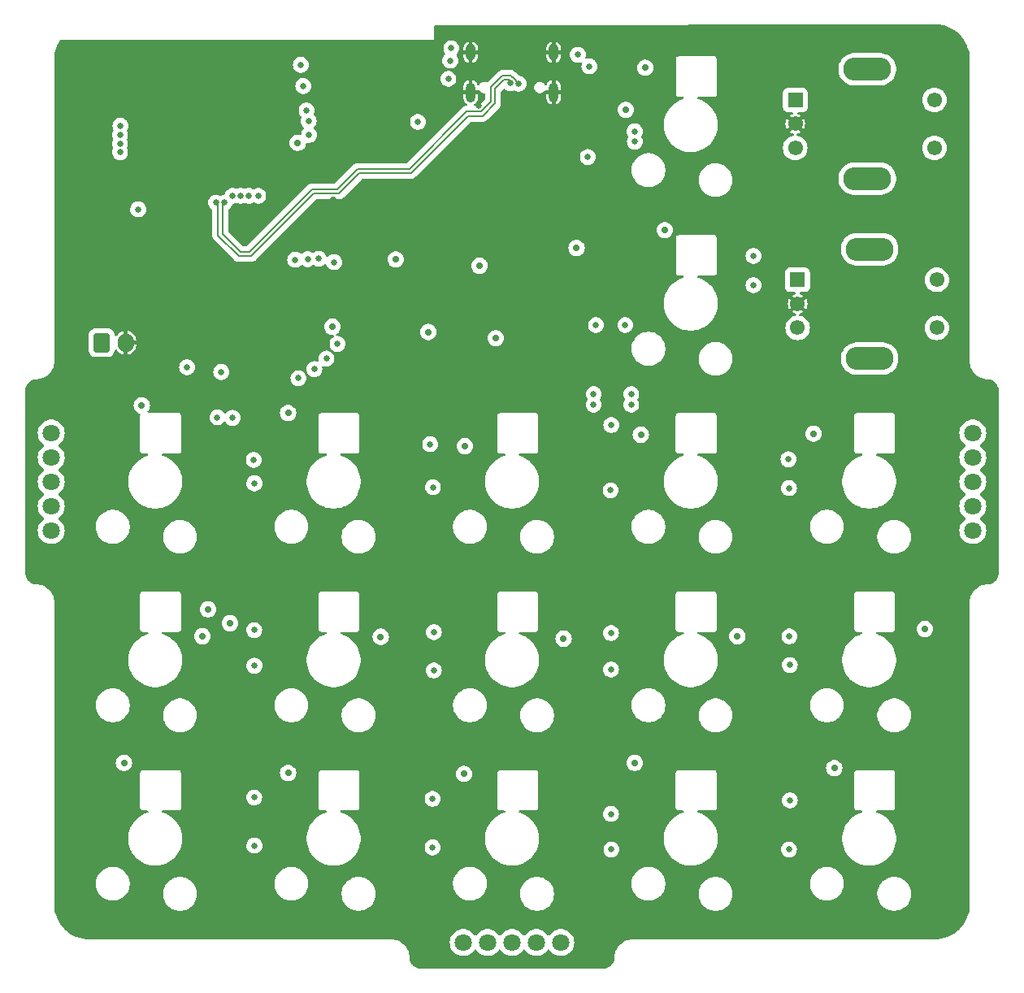
<source format=gbr>
%TF.GenerationSoftware,KiCad,Pcbnew,8.0.6*%
%TF.CreationDate,2025-02-02T15:37:03-07:00*%
%TF.ProjectId,Modular MacroPad,4d6f6475-6c61-4722-904d-6163726f5061,rev?*%
%TF.SameCoordinates,Original*%
%TF.FileFunction,Copper,L2,Inr*%
%TF.FilePolarity,Positive*%
%FSLAX46Y46*%
G04 Gerber Fmt 4.6, Leading zero omitted, Abs format (unit mm)*
G04 Created by KiCad (PCBNEW 8.0.6) date 2025-02-02 15:37:03*
%MOMM*%
%LPD*%
G01*
G04 APERTURE LIST*
G04 Aperture macros list*
%AMRoundRect*
0 Rectangle with rounded corners*
0 $1 Rounding radius*
0 $2 $3 $4 $5 $6 $7 $8 $9 X,Y pos of 4 corners*
0 Add a 4 corners polygon primitive as box body*
4,1,4,$2,$3,$4,$5,$6,$7,$8,$9,$2,$3,0*
0 Add four circle primitives for the rounded corners*
1,1,$1+$1,$2,$3*
1,1,$1+$1,$4,$5*
1,1,$1+$1,$6,$7*
1,1,$1+$1,$8,$9*
0 Add four rect primitives between the rounded corners*
20,1,$1+$1,$2,$3,$4,$5,0*
20,1,$1+$1,$4,$5,$6,$7,0*
20,1,$1+$1,$6,$7,$8,$9,0*
20,1,$1+$1,$8,$9,$2,$3,0*%
G04 Aperture macros list end*
%TA.AperFunction,ComponentPad*%
%ADD10C,1.800000*%
%TD*%
%TA.AperFunction,ComponentPad*%
%ADD11C,1.550000*%
%TD*%
%TA.AperFunction,ComponentPad*%
%ADD12R,1.550000X1.550000*%
%TD*%
%TA.AperFunction,ComponentPad*%
%ADD13RoundRect,1.200000X-1.300000X0.000010X-1.300000X-0.000010X1.300000X-0.000010X1.300000X0.000010X0*%
%TD*%
%TA.AperFunction,ComponentPad*%
%ADD14O,1.000000X2.100000*%
%TD*%
%TA.AperFunction,ComponentPad*%
%ADD15O,1.000000X1.800000*%
%TD*%
%TA.AperFunction,ComponentPad*%
%ADD16O,1.700000X2.000000*%
%TD*%
%TA.AperFunction,ComponentPad*%
%ADD17RoundRect,0.250000X-0.600000X-0.750000X0.600000X-0.750000X0.600000X0.750000X-0.600000X0.750000X0*%
%TD*%
%TA.AperFunction,ViaPad*%
%ADD18C,0.700000*%
%TD*%
%TA.AperFunction,ViaPad*%
%ADD19C,0.650000*%
%TD*%
%TA.AperFunction,Conductor*%
%ADD20C,0.200000*%
%TD*%
G04 APERTURE END LIST*
D10*
%TO.N,unconnected-(J4-Pin_5-Pad5)*%
%TO.C,J4*%
X153311608Y-142096589D03*
%TO.N,unconnected-(J4-Pin_4-Pad4)*%
X150771608Y-142096589D03*
%TO.N,unconnected-(J4-Pin_3-Pad3)*%
X148231608Y-142096589D03*
%TO.N,unconnected-(J4-Pin_2-Pad2)*%
X145691608Y-142096589D03*
%TO.N,unconnected-(J4-Pin_1-Pad1)*%
X143151608Y-142096589D03*
%TD*%
%TO.N,unconnected-(J3-Pin_1-Pad1)*%
%TO.C,J3*%
X100225608Y-89010589D03*
%TO.N,unconnected-(J3-Pin_2-Pad2)*%
X100225608Y-91550589D03*
%TO.N,unconnected-(J3-Pin_3-Pad3)*%
X100225608Y-94090589D03*
%TO.N,unconnected-(J3-Pin_4-Pad4)*%
X100225608Y-96630589D03*
%TO.N,unconnected-(J3-Pin_5-Pad5)*%
X100225608Y-99170589D03*
%TD*%
%TO.N,unconnected-(J2-Pin_5-Pad5)*%
%TO.C,J2*%
X196237608Y-99170589D03*
%TO.N,unconnected-(J2-Pin_4-Pad4)*%
X196237608Y-96630589D03*
%TO.N,unconnected-(J2-Pin_3-Pad3)*%
X196237608Y-94090589D03*
%TO.N,unconnected-(J2-Pin_2-Pad2)*%
X196237608Y-91550589D03*
%TO.N,unconnected-(J2-Pin_1-Pad1)*%
X196237608Y-89010589D03*
%TD*%
D11*
%TO.N,Col4*%
%TO.C,SW20*%
X192486390Y-78061208D03*
%TO.N,Net-(D41-A)*%
X192486390Y-73061208D03*
%TO.N,GND*%
X177986390Y-75561208D03*
%TO.N,Rotary2B*%
X177986390Y-78061208D03*
D12*
%TO.N,Rotary2A*%
X177986390Y-73061208D03*
D13*
%TO.N,N/C*%
X185486390Y-81261208D03*
X185486390Y-69861208D03*
%TD*%
D11*
%TO.N,Col4*%
%TO.C,SW21*%
X192236390Y-59311208D03*
%TO.N,Net-(D40-A)*%
X192236390Y-54311208D03*
%TO.N,GND*%
X177736390Y-56811208D03*
%TO.N,Rotary1B*%
X177736390Y-59311208D03*
D12*
%TO.N,Rotary1A*%
X177736390Y-54311208D03*
D13*
%TO.N,N/C*%
X185236390Y-62511208D03*
X185236390Y-51111208D03*
%TD*%
D14*
%TO.N,GND*%
%TO.C,J1*%
X152558390Y-53516208D03*
D15*
X152558390Y-49336208D03*
D14*
X143918390Y-53516208D03*
D15*
X143918390Y-49336208D03*
%TD*%
D16*
%TO.N,GND*%
%TO.C,J5*%
X107986390Y-79611208D03*
D17*
%TO.N,BAT+*%
X105486390Y-79611208D03*
%TD*%
D18*
%TO.N,GND*%
X152036390Y-65461208D03*
D19*
X111636390Y-50761208D03*
D18*
X152086390Y-51761208D03*
D19*
X120336390Y-55861208D03*
D18*
X153554408Y-89943189D03*
D19*
X113286390Y-49911208D03*
X116586390Y-49911208D03*
X111586390Y-49961208D03*
D18*
X190904408Y-89893189D03*
X109936390Y-79461208D03*
D19*
X136536390Y-53661208D03*
X124436390Y-64111208D03*
X115836390Y-58711208D03*
X118286390Y-49911208D03*
D18*
X170704408Y-72493189D03*
X132436390Y-80661208D03*
D19*
X123386390Y-49861208D03*
X114436390Y-57461208D03*
D18*
X170704408Y-128543189D03*
D19*
X115686390Y-49911208D03*
D18*
X176286390Y-56761208D03*
X147586390Y-64761208D03*
X106654408Y-106843189D03*
X146948890Y-76011208D03*
D19*
X112486390Y-49911208D03*
X119186390Y-58761208D03*
D18*
X133836390Y-73061208D03*
X133786390Y-64761208D03*
X150786390Y-60461208D03*
D19*
X110436390Y-64111208D03*
D18*
X129586390Y-64761208D03*
D19*
X119986390Y-49911208D03*
X121686390Y-49911208D03*
X122536390Y-49861208D03*
D18*
X125554408Y-106843189D03*
D19*
X144736390Y-54911208D03*
D18*
X134804408Y-127143189D03*
X134804408Y-89943189D03*
D19*
X115836390Y-52811208D03*
D18*
X162604408Y-106793189D03*
X145286390Y-49861208D03*
D19*
X114886390Y-49911208D03*
D18*
X144248890Y-76711208D03*
D19*
X136536390Y-52061208D03*
X119086390Y-52811208D03*
D18*
X107986390Y-81411208D03*
D19*
X114036390Y-49911208D03*
D18*
X144486390Y-51961208D03*
X172204408Y-89943189D03*
D19*
X108186390Y-54111208D03*
D18*
X181354408Y-106793189D03*
X130636390Y-77161208D03*
D19*
X119136390Y-49911208D03*
X114436390Y-55861208D03*
X151586390Y-54761208D03*
D18*
X146196390Y-60486208D03*
X138286390Y-66861208D03*
D19*
X118036390Y-55811208D03*
D18*
X107986390Y-77911208D03*
X109886390Y-80511208D03*
D19*
X117486390Y-58761208D03*
X117436390Y-52711208D03*
D18*
X135136390Y-73061208D03*
D19*
X117436390Y-49911208D03*
D18*
X145236390Y-48911208D03*
D19*
X120836390Y-49911208D03*
D18*
X131486390Y-64611208D03*
X153236390Y-56711208D03*
X141886390Y-64811208D03*
X116504408Y-127143189D03*
D19*
X114486390Y-54261208D03*
D18*
X179386390Y-56761208D03*
D19*
X120386390Y-54211208D03*
X127173890Y-51811208D03*
D18*
X147636390Y-67411208D03*
D19*
X120436390Y-57461208D03*
D18*
X143736390Y-62461208D03*
X116354408Y-89993189D03*
X153454408Y-127143189D03*
X144104408Y-106793189D03*
X151336390Y-49961208D03*
X190754408Y-127093189D03*
X143486390Y-66911208D03*
D19*
X123436390Y-52411208D03*
D18*
X151336390Y-48961208D03*
D19*
X123436390Y-51611208D03*
D18*
X176486390Y-75511208D03*
X130636390Y-74911208D03*
X170654408Y-53993189D03*
X179586390Y-75511208D03*
%TO.N,VBUS*%
X181804408Y-123943189D03*
X107804408Y-123393189D03*
X179654408Y-89093189D03*
X154954408Y-69743189D03*
X161654408Y-89193189D03*
X153604408Y-110443189D03*
X171704408Y-110193189D03*
X143304408Y-90393189D03*
X161004408Y-123393189D03*
X164154408Y-67893189D03*
X134554408Y-110243189D03*
X109654408Y-86143189D03*
X143254408Y-124543189D03*
X124904408Y-124443189D03*
X124904408Y-86943189D03*
X191254408Y-109443189D03*
X162129408Y-50968189D03*
X115954408Y-110193189D03*
%TO.N,BAT+*%
X139504408Y-78493189D03*
X129504408Y-77943189D03*
D19*
%TO.N,USB_N*%
X148036390Y-52561208D03*
X117388042Y-65008186D03*
%TO.N,USB_P*%
X118286390Y-65011208D03*
X148936390Y-52611208D03*
%TO.N,Col3*%
X158511390Y-94986208D03*
X158536390Y-113661208D03*
X158536390Y-128711208D03*
X158586390Y-132411208D03*
X158536390Y-109861208D03*
X158570590Y-88193189D03*
X156136390Y-60261208D03*
X127086390Y-57961208D03*
%TO.N,Col0*%
X107436390Y-57011208D03*
%TO.N,Col1*%
X121366790Y-109543189D03*
X121386390Y-94261208D03*
X109286390Y-65711208D03*
X121386390Y-113261208D03*
X121336390Y-91811208D03*
X119104408Y-87443189D03*
X121366790Y-126993189D03*
X117936390Y-82661208D03*
X121386390Y-132011208D03*
%TO.N,Col2*%
X125986390Y-83311208D03*
X125636390Y-70961208D03*
X139986390Y-94661208D03*
X139966790Y-132191608D03*
X140086390Y-109761208D03*
X140086390Y-113761208D03*
X139704408Y-90193189D03*
X139966790Y-127143189D03*
X119136390Y-64311208D03*
%TO.N,Col4*%
X177036390Y-91761208D03*
X177086390Y-132411208D03*
X160636390Y-86061208D03*
X126936390Y-70911208D03*
X156736390Y-86061208D03*
X177166790Y-113191608D03*
X177086390Y-94761208D03*
X119986390Y-64311208D03*
X177136390Y-110211208D03*
X177166790Y-127293189D03*
X127636390Y-82361208D03*
%TO.N,Rotary1B*%
X161010764Y-57586834D03*
X141586390Y-52111208D03*
X126836390Y-55411208D03*
%TO.N,Rotary1A*%
X126236390Y-50661208D03*
X155086390Y-49611208D03*
X141911390Y-48936208D03*
%TO.N,Rotary2B*%
X128886390Y-81261208D03*
X128086390Y-70861208D03*
X120836390Y-64311208D03*
X160636390Y-84961208D03*
X156736390Y-84961208D03*
%TO.N,Rotary2A*%
X129686390Y-71211208D03*
X156986390Y-77761208D03*
X121786390Y-64311208D03*
X160036390Y-77761208D03*
X130061390Y-79736208D03*
%TO.N,Row0*%
X156286390Y-50811208D03*
X141786390Y-50211208D03*
X126486390Y-52861208D03*
%TO.N,Row1*%
X173386390Y-73611208D03*
X161036390Y-58661208D03*
X138436390Y-56611208D03*
X127036390Y-56511208D03*
X173386390Y-70561208D03*
%TO.N,Row2*%
X107386390Y-59761208D03*
X117536390Y-87393189D03*
X114386390Y-82161208D03*
%TO.N,Row3*%
X107386390Y-58861208D03*
%TO.N,Row4*%
X107386390Y-57961208D03*
D18*
%TO.N,GPIO16*%
X136104408Y-70943189D03*
%TO.N,LED_GPIO*%
X160104408Y-55343189D03*
X125904408Y-58793189D03*
%TO.N,Net-(D15-DOUT)*%
X116554408Y-107393189D03*
X118854408Y-108843189D03*
%TO.N,Net-(U7-FB)*%
X146554408Y-79143189D03*
X144854408Y-71593189D03*
%TD*%
D20*
%TO.N,USB_N*%
X137709054Y-61936208D02*
X143659074Y-55986188D01*
X143659074Y-55986188D02*
X145181662Y-55986188D01*
X117611390Y-65231534D02*
X117611390Y-68446927D01*
X132329590Y-61936208D02*
X137709054Y-61936208D01*
X121062769Y-70586208D02*
X127562769Y-64086208D01*
X146483370Y-53161892D02*
X147402710Y-52242552D01*
X130179590Y-64086208D02*
X132329590Y-61936208D01*
X147931337Y-52242552D02*
X148036390Y-52347605D01*
X146483370Y-54684480D02*
X146483370Y-53161892D01*
X127562769Y-64086208D02*
X130179590Y-64086208D01*
X145181662Y-55986188D02*
X146483370Y-54684480D01*
X119750671Y-70586208D02*
X121062769Y-70586208D01*
X117611390Y-68446927D02*
X119750671Y-70586208D01*
X148036390Y-52347605D02*
X148036390Y-52561208D01*
X117388042Y-65008186D02*
X117611390Y-65231534D01*
X147402710Y-52242552D02*
X147931337Y-52242552D01*
%TO.N,USB_P*%
X137522654Y-61486208D02*
X143472654Y-55536208D01*
X118061390Y-65236208D02*
X118061390Y-68260527D01*
X148661390Y-52302324D02*
X148661390Y-52336208D01*
X119937071Y-70136208D02*
X120876369Y-70136208D01*
X144995274Y-55536208D02*
X146033390Y-54498092D01*
X129993190Y-63636208D02*
X132143190Y-61486208D01*
X148295274Y-51936208D02*
X148661390Y-52302324D01*
X120876369Y-70136208D02*
X127376369Y-63636208D01*
X118286390Y-65011208D02*
X118061390Y-65236208D01*
X148117734Y-51792552D02*
X148261390Y-51936208D01*
X148261390Y-51936208D02*
X148295274Y-51936208D01*
X118061390Y-68260527D02*
X119937071Y-70136208D01*
X143472654Y-55536208D02*
X144995274Y-55536208D01*
X147216310Y-51792552D02*
X148117734Y-51792552D01*
X146033390Y-54498092D02*
X146033390Y-52975472D01*
X127376369Y-63636208D02*
X129993190Y-63636208D01*
X148661390Y-52336208D02*
X148936390Y-52611208D01*
X146033390Y-52975472D02*
X147216310Y-51792552D01*
X132143190Y-61486208D02*
X137522654Y-61486208D01*
%TD*%
%TA.AperFunction,Conductor*%
%TO.N,GND*%
G36*
X144797429Y-53289680D02*
G01*
X144853363Y-53331550D01*
X144861483Y-53343860D01*
X144865392Y-53350630D01*
X144879874Y-53375713D01*
X144988885Y-53484724D01*
X145122396Y-53561807D01*
X145271307Y-53601708D01*
X145271310Y-53601708D01*
X145308890Y-53601708D01*
X145375929Y-53621393D01*
X145421684Y-53674197D01*
X145432890Y-53725708D01*
X145432890Y-54197994D01*
X145413205Y-54265033D01*
X145396571Y-54285675D01*
X144782858Y-54899389D01*
X144721535Y-54932874D01*
X144695177Y-54935708D01*
X144375829Y-54935708D01*
X144308790Y-54916023D01*
X144263035Y-54863219D01*
X144253091Y-54794061D01*
X144282116Y-54730505D01*
X144306938Y-54708606D01*
X144396486Y-54648771D01*
X144396490Y-54648768D01*
X144500950Y-54544308D01*
X144500953Y-54544304D01*
X144583027Y-54421472D01*
X144583032Y-54421462D01*
X144639567Y-54284975D01*
X144639569Y-54284967D01*
X144668389Y-54140081D01*
X144668390Y-54140079D01*
X144668390Y-53716208D01*
X144218390Y-53716208D01*
X144218390Y-53316208D01*
X144670029Y-53316208D01*
X144727737Y-53284696D01*
X144797429Y-53289680D01*
G37*
%TD.AperFunction*%
%TA.AperFunction,Conductor*%
G36*
X192624716Y-46424902D02*
G01*
X192934609Y-46470870D01*
X192944117Y-46472281D01*
X192956051Y-46474655D01*
X193046132Y-46497219D01*
X193296420Y-46559913D01*
X193308040Y-46563438D01*
X193580527Y-46660936D01*
X193638403Y-46681645D01*
X193649644Y-46686301D01*
X193875264Y-46793010D01*
X193966840Y-46836322D01*
X193977557Y-46842050D01*
X194278509Y-47022434D01*
X194288627Y-47029194D01*
X194570456Y-47238213D01*
X194579862Y-47245933D01*
X194839841Y-47481565D01*
X194848432Y-47490156D01*
X195049919Y-47712462D01*
X195084064Y-47750135D01*
X195091784Y-47759541D01*
X195300803Y-48041370D01*
X195307563Y-48051488D01*
X195487940Y-48352428D01*
X195493677Y-48363160D01*
X195643698Y-48680351D01*
X195648352Y-48691589D01*
X195756687Y-48994363D01*
X195766555Y-49021941D01*
X195770088Y-49033587D01*
X195855343Y-49373945D01*
X195857717Y-49385879D01*
X195909201Y-49732946D01*
X195910394Y-49745056D01*
X195927759Y-50098495D01*
X195927908Y-50104580D01*
X195927908Y-81647916D01*
X195927910Y-81647953D01*
X195927910Y-81719597D01*
X195958716Y-81953604D01*
X195989719Y-82069309D01*
X196019802Y-82181581D01*
X196019803Y-82181583D01*
X196019807Y-82181596D01*
X196110117Y-82399626D01*
X196110122Y-82399636D01*
X196228133Y-82604041D01*
X196371812Y-82791287D01*
X196371818Y-82791294D01*
X196538706Y-82958182D01*
X196538712Y-82958187D01*
X196725956Y-83101864D01*
X196930354Y-83219873D01*
X196930364Y-83219878D01*
X197148404Y-83310193D01*
X197148414Y-83310197D01*
X197318581Y-83355792D01*
X197376390Y-83371282D01*
X197376392Y-83371282D01*
X197376395Y-83371283D01*
X197545323Y-83393522D01*
X197610397Y-83402089D01*
X197610398Y-83402089D01*
X197680812Y-83402089D01*
X197723529Y-83402089D01*
X197733258Y-83402471D01*
X197776517Y-83405875D01*
X197906326Y-83416092D01*
X197925535Y-83419135D01*
X198089590Y-83458521D01*
X198108082Y-83464529D01*
X198263961Y-83529098D01*
X198281282Y-83537924D01*
X198425137Y-83626079D01*
X198440873Y-83637512D01*
X198569161Y-83747080D01*
X198582921Y-83760839D01*
X198692486Y-83889124D01*
X198703922Y-83904864D01*
X198792074Y-84048715D01*
X198800902Y-84066041D01*
X198815229Y-84100628D01*
X198865465Y-84221908D01*
X198871478Y-84240413D01*
X198910863Y-84404459D01*
X198913907Y-84423677D01*
X198927526Y-84596699D01*
X198927908Y-84606429D01*
X198927908Y-103546385D01*
X198927907Y-103546403D01*
X198927907Y-103596717D01*
X198927525Y-103606444D01*
X198913907Y-103779507D01*
X198910863Y-103798727D01*
X198871480Y-103962772D01*
X198865467Y-103981277D01*
X198800908Y-104137139D01*
X198792075Y-104154476D01*
X198703926Y-104298324D01*
X198692489Y-104314066D01*
X198582923Y-104442354D01*
X198569164Y-104456113D01*
X198440880Y-104565678D01*
X198425139Y-104577115D01*
X198281293Y-104665266D01*
X198263955Y-104674100D01*
X198108089Y-104738663D01*
X198089584Y-104744676D01*
X197925540Y-104784060D01*
X197906322Y-104787104D01*
X197733500Y-104800707D01*
X197723770Y-104801089D01*
X197671099Y-104801089D01*
X197670859Y-104801108D01*
X197610398Y-104801108D01*
X197376395Y-104831913D01*
X197193137Y-104881017D01*
X197148419Y-104892999D01*
X197148417Y-104892999D01*
X197148416Y-104893000D01*
X197148403Y-104893004D01*
X196930372Y-104983314D01*
X196930361Y-104983320D01*
X196725967Y-105101325D01*
X196725963Y-105101328D01*
X196538717Y-105245004D01*
X196371818Y-105411901D01*
X196371818Y-105411902D01*
X196228147Y-105599134D01*
X196228140Y-105599145D01*
X196110128Y-105803544D01*
X196110127Y-105803547D01*
X196110125Y-105803549D01*
X196019806Y-106021597D01*
X195958716Y-106249580D01*
X195927908Y-106483577D01*
X195927908Y-106601587D01*
X195927907Y-106659170D01*
X195927908Y-106659183D01*
X195927908Y-138098539D01*
X195927759Y-138104623D01*
X195910393Y-138458123D01*
X195909200Y-138470233D01*
X195857718Y-138817302D01*
X195855344Y-138829237D01*
X195770092Y-139169587D01*
X195766559Y-139181232D01*
X195648352Y-139511599D01*
X195643696Y-139522841D01*
X195493684Y-139840018D01*
X195487948Y-139850750D01*
X195307567Y-140151701D01*
X195300806Y-140161820D01*
X195091789Y-140443647D01*
X195084069Y-140453053D01*
X194848444Y-140713027D01*
X194839840Y-140721632D01*
X194579868Y-140957258D01*
X194570461Y-140964978D01*
X194288632Y-141173997D01*
X194278514Y-141180757D01*
X193977573Y-141361136D01*
X193966841Y-141366873D01*
X193649650Y-141516894D01*
X193638408Y-141521550D01*
X193308059Y-141639752D01*
X193296413Y-141643285D01*
X192956054Y-141728540D01*
X192944120Y-141730914D01*
X192597052Y-141782398D01*
X192584942Y-141783591D01*
X192231828Y-141800940D01*
X192225743Y-141801089D01*
X160680876Y-141801089D01*
X160680585Y-141801108D01*
X160610399Y-141801108D01*
X160376394Y-141831913D01*
X160148420Y-141892998D01*
X160148404Y-141893003D01*
X159930374Y-141983313D01*
X159930363Y-141983319D01*
X159725966Y-142101325D01*
X159725955Y-142101332D01*
X159538718Y-142245003D01*
X159371816Y-142411903D01*
X159371815Y-142411904D01*
X159228142Y-142599140D01*
X159110131Y-142803538D01*
X159019805Y-143021599D01*
X158958718Y-143249575D01*
X158958717Y-143249581D01*
X158927908Y-143483576D01*
X158927908Y-143547866D01*
X158927907Y-143547888D01*
X158927907Y-143596718D01*
X158927525Y-143606446D01*
X158913906Y-143779509D01*
X158910862Y-143798728D01*
X158871479Y-143962773D01*
X158865467Y-143981278D01*
X158800909Y-144137139D01*
X158792075Y-144154476D01*
X158703926Y-144298325D01*
X158692489Y-144314067D01*
X158582922Y-144442354D01*
X158569164Y-144456113D01*
X158440892Y-144565670D01*
X158440879Y-144565681D01*
X158425136Y-144577118D01*
X158281295Y-144665264D01*
X158263959Y-144674098D01*
X158108089Y-144738663D01*
X158089583Y-144744676D01*
X157925539Y-144784060D01*
X157906321Y-144787104D01*
X157733500Y-144800707D01*
X157723770Y-144801089D01*
X138786002Y-144801089D01*
X138785990Y-144801088D01*
X138733279Y-144801088D01*
X138723551Y-144800706D01*
X138550492Y-144787087D01*
X138531273Y-144784043D01*
X138367227Y-144744660D01*
X138348722Y-144738647D01*
X138192863Y-144674089D01*
X138175531Y-144665258D01*
X138054032Y-144590803D01*
X138031680Y-144577106D01*
X138015940Y-144565670D01*
X137887654Y-144456104D01*
X137873895Y-144442345D01*
X137837423Y-144399642D01*
X137764328Y-144314058D01*
X137752894Y-144298321D01*
X137664743Y-144154469D01*
X137655910Y-144137133D01*
X137616743Y-144042577D01*
X137591349Y-143981270D01*
X137585337Y-143962765D01*
X137545955Y-143798719D01*
X137542913Y-143779515D01*
X137529291Y-143606420D01*
X137528910Y-143596739D01*
X137528910Y-143483576D01*
X137498101Y-143249574D01*
X137437013Y-143021595D01*
X137346691Y-142803540D01*
X137228679Y-142599139D01*
X137084998Y-142411891D01*
X137038507Y-142365400D01*
X136918110Y-142245003D01*
X136918103Y-142244997D01*
X136730865Y-142101324D01*
X136730863Y-142101322D01*
X136730857Y-142101318D01*
X136730852Y-142101315D01*
X136730849Y-142101313D01*
X136722655Y-142096582D01*
X141746308Y-142096582D01*
X141746308Y-142096595D01*
X141765472Y-142327886D01*
X141765474Y-142327897D01*
X141822450Y-142552889D01*
X141915683Y-142765437D01*
X142042624Y-142959736D01*
X142042627Y-142959740D01*
X142042629Y-142959742D01*
X142199824Y-143130502D01*
X142199827Y-143130504D01*
X142199830Y-143130507D01*
X142382973Y-143273053D01*
X142382979Y-143273057D01*
X142382982Y-143273059D01*
X142587105Y-143383525D01*
X142675724Y-143413948D01*
X142806623Y-143458886D01*
X142806625Y-143458886D01*
X142806627Y-143458887D01*
X143035559Y-143497089D01*
X143035560Y-143497089D01*
X143267656Y-143497089D01*
X143267657Y-143497089D01*
X143496589Y-143458887D01*
X143716111Y-143383525D01*
X143920234Y-143273059D01*
X143950407Y-143249575D01*
X143981737Y-143225189D01*
X144103392Y-143130502D01*
X144260587Y-142959742D01*
X144317799Y-142872171D01*
X144370945Y-142826815D01*
X144440176Y-142817391D01*
X144503512Y-142846893D01*
X144525417Y-142872172D01*
X144582624Y-142959736D01*
X144582627Y-142959740D01*
X144582629Y-142959742D01*
X144739824Y-143130502D01*
X144739827Y-143130504D01*
X144739830Y-143130507D01*
X144922973Y-143273053D01*
X144922979Y-143273057D01*
X144922982Y-143273059D01*
X145127105Y-143383525D01*
X145215724Y-143413948D01*
X145346623Y-143458886D01*
X145346625Y-143458886D01*
X145346627Y-143458887D01*
X145575559Y-143497089D01*
X145575560Y-143497089D01*
X145807656Y-143497089D01*
X145807657Y-143497089D01*
X146036589Y-143458887D01*
X146256111Y-143383525D01*
X146460234Y-143273059D01*
X146490407Y-143249575D01*
X146521737Y-143225189D01*
X146643392Y-143130502D01*
X146800587Y-142959742D01*
X146857799Y-142872171D01*
X146910945Y-142826815D01*
X146980176Y-142817391D01*
X147043512Y-142846893D01*
X147065417Y-142872172D01*
X147122624Y-142959736D01*
X147122627Y-142959740D01*
X147122629Y-142959742D01*
X147279824Y-143130502D01*
X147279827Y-143130504D01*
X147279830Y-143130507D01*
X147462973Y-143273053D01*
X147462979Y-143273057D01*
X147462982Y-143273059D01*
X147667105Y-143383525D01*
X147755724Y-143413948D01*
X147886623Y-143458886D01*
X147886625Y-143458886D01*
X147886627Y-143458887D01*
X148115559Y-143497089D01*
X148115560Y-143497089D01*
X148347656Y-143497089D01*
X148347657Y-143497089D01*
X148576589Y-143458887D01*
X148796111Y-143383525D01*
X149000234Y-143273059D01*
X149030407Y-143249575D01*
X149061737Y-143225189D01*
X149183392Y-143130502D01*
X149340587Y-142959742D01*
X149397799Y-142872171D01*
X149450945Y-142826815D01*
X149520176Y-142817391D01*
X149583512Y-142846893D01*
X149605417Y-142872172D01*
X149662624Y-142959736D01*
X149662627Y-142959740D01*
X149662629Y-142959742D01*
X149819824Y-143130502D01*
X149819827Y-143130504D01*
X149819830Y-143130507D01*
X150002973Y-143273053D01*
X150002979Y-143273057D01*
X150002982Y-143273059D01*
X150207105Y-143383525D01*
X150295724Y-143413948D01*
X150426623Y-143458886D01*
X150426625Y-143458886D01*
X150426627Y-143458887D01*
X150655559Y-143497089D01*
X150655560Y-143497089D01*
X150887656Y-143497089D01*
X150887657Y-143497089D01*
X151116589Y-143458887D01*
X151336111Y-143383525D01*
X151540234Y-143273059D01*
X151570407Y-143249575D01*
X151601737Y-143225189D01*
X151723392Y-143130502D01*
X151880587Y-142959742D01*
X151937799Y-142872171D01*
X151990945Y-142826815D01*
X152060176Y-142817391D01*
X152123512Y-142846893D01*
X152145417Y-142872172D01*
X152202624Y-142959736D01*
X152202627Y-142959740D01*
X152202629Y-142959742D01*
X152359824Y-143130502D01*
X152359827Y-143130504D01*
X152359830Y-143130507D01*
X152542973Y-143273053D01*
X152542979Y-143273057D01*
X152542982Y-143273059D01*
X152747105Y-143383525D01*
X152835724Y-143413948D01*
X152966623Y-143458886D01*
X152966625Y-143458886D01*
X152966627Y-143458887D01*
X153195559Y-143497089D01*
X153195560Y-143497089D01*
X153427656Y-143497089D01*
X153427657Y-143497089D01*
X153656589Y-143458887D01*
X153876111Y-143383525D01*
X154080234Y-143273059D01*
X154110407Y-143249575D01*
X154141737Y-143225189D01*
X154263392Y-143130502D01*
X154420587Y-142959742D01*
X154547532Y-142765438D01*
X154640765Y-142552889D01*
X154697742Y-142327894D01*
X154697743Y-142327886D01*
X154716908Y-142096595D01*
X154716908Y-142096582D01*
X154697743Y-141865291D01*
X154697741Y-141865280D01*
X154640765Y-141640288D01*
X154547532Y-141427740D01*
X154420591Y-141233441D01*
X154420588Y-141233438D01*
X154420587Y-141233436D01*
X154263392Y-141062676D01*
X154263387Y-141062672D01*
X154263385Y-141062670D01*
X154080242Y-140920124D01*
X154080236Y-140920120D01*
X153876112Y-140809653D01*
X153876103Y-140809650D01*
X153656592Y-140734291D01*
X153484890Y-140705639D01*
X153427657Y-140696089D01*
X153195559Y-140696089D01*
X153149772Y-140703729D01*
X152966623Y-140734291D01*
X152747112Y-140809650D01*
X152747103Y-140809653D01*
X152542979Y-140920120D01*
X152542973Y-140920124D01*
X152359830Y-141062670D01*
X152359827Y-141062673D01*
X152202624Y-141233441D01*
X152145417Y-141321005D01*
X152092270Y-141366362D01*
X152023039Y-141375786D01*
X151959703Y-141346284D01*
X151937799Y-141321005D01*
X151880591Y-141233441D01*
X151880588Y-141233438D01*
X151880587Y-141233436D01*
X151723392Y-141062676D01*
X151723387Y-141062672D01*
X151723385Y-141062670D01*
X151540242Y-140920124D01*
X151540236Y-140920120D01*
X151336112Y-140809653D01*
X151336103Y-140809650D01*
X151116592Y-140734291D01*
X150944890Y-140705639D01*
X150887657Y-140696089D01*
X150655559Y-140696089D01*
X150609772Y-140703729D01*
X150426623Y-140734291D01*
X150207112Y-140809650D01*
X150207103Y-140809653D01*
X150002979Y-140920120D01*
X150002973Y-140920124D01*
X149819830Y-141062670D01*
X149819827Y-141062673D01*
X149662624Y-141233441D01*
X149605417Y-141321005D01*
X149552270Y-141366362D01*
X149483039Y-141375786D01*
X149419703Y-141346284D01*
X149397799Y-141321005D01*
X149340591Y-141233441D01*
X149340588Y-141233438D01*
X149340587Y-141233436D01*
X149183392Y-141062676D01*
X149183387Y-141062672D01*
X149183385Y-141062670D01*
X149000242Y-140920124D01*
X149000236Y-140920120D01*
X148796112Y-140809653D01*
X148796103Y-140809650D01*
X148576592Y-140734291D01*
X148404890Y-140705639D01*
X148347657Y-140696089D01*
X148115559Y-140696089D01*
X148069772Y-140703729D01*
X147886623Y-140734291D01*
X147667112Y-140809650D01*
X147667103Y-140809653D01*
X147462979Y-140920120D01*
X147462973Y-140920124D01*
X147279830Y-141062670D01*
X147279827Y-141062673D01*
X147122624Y-141233441D01*
X147065417Y-141321005D01*
X147012270Y-141366362D01*
X146943039Y-141375786D01*
X146879703Y-141346284D01*
X146857799Y-141321005D01*
X146800591Y-141233441D01*
X146800588Y-141233438D01*
X146800587Y-141233436D01*
X146643392Y-141062676D01*
X146643387Y-141062672D01*
X146643385Y-141062670D01*
X146460242Y-140920124D01*
X146460236Y-140920120D01*
X146256112Y-140809653D01*
X146256103Y-140809650D01*
X146036592Y-140734291D01*
X145864890Y-140705639D01*
X145807657Y-140696089D01*
X145575559Y-140696089D01*
X145529772Y-140703729D01*
X145346623Y-140734291D01*
X145127112Y-140809650D01*
X145127103Y-140809653D01*
X144922979Y-140920120D01*
X144922973Y-140920124D01*
X144739830Y-141062670D01*
X144739827Y-141062673D01*
X144582624Y-141233441D01*
X144525417Y-141321005D01*
X144472270Y-141366362D01*
X144403039Y-141375786D01*
X144339703Y-141346284D01*
X144317799Y-141321005D01*
X144260591Y-141233441D01*
X144260588Y-141233438D01*
X144260587Y-141233436D01*
X144103392Y-141062676D01*
X144103387Y-141062672D01*
X144103385Y-141062670D01*
X143920242Y-140920124D01*
X143920236Y-140920120D01*
X143716112Y-140809653D01*
X143716103Y-140809650D01*
X143496592Y-140734291D01*
X143324890Y-140705639D01*
X143267657Y-140696089D01*
X143035559Y-140696089D01*
X142989772Y-140703729D01*
X142806623Y-140734291D01*
X142587112Y-140809650D01*
X142587103Y-140809653D01*
X142382979Y-140920120D01*
X142382973Y-140920124D01*
X142199830Y-141062670D01*
X142199827Y-141062673D01*
X142042624Y-141233441D01*
X141915683Y-141427740D01*
X141822450Y-141640288D01*
X141765474Y-141865280D01*
X141765472Y-141865291D01*
X141746308Y-142096582D01*
X136722655Y-142096582D01*
X136526463Y-141983310D01*
X136526452Y-141983305D01*
X136308401Y-141892985D01*
X136205005Y-141865280D01*
X136080422Y-141831898D01*
X136080421Y-141831897D01*
X136080418Y-141831897D01*
X135846412Y-141801089D01*
X135767970Y-141801089D01*
X135767969Y-141801089D01*
X104231458Y-141801089D01*
X104225374Y-141800940D01*
X103871875Y-141783574D01*
X103859764Y-141782381D01*
X103512693Y-141730898D01*
X103500759Y-141728524D01*
X103160412Y-141643272D01*
X103148767Y-141639740D01*
X102818404Y-141521535D01*
X102807161Y-141516878D01*
X102588894Y-141413646D01*
X102489971Y-141366858D01*
X102479248Y-141361126D01*
X102266209Y-141233436D01*
X102178303Y-141180747D01*
X102168185Y-141173987D01*
X101886356Y-140964968D01*
X101876950Y-140957248D01*
X101714101Y-140809650D01*
X101616971Y-140721616D01*
X101608380Y-140713025D01*
X101372748Y-140453046D01*
X101365028Y-140443640D01*
X101156010Y-140161811D01*
X101149250Y-140151693D01*
X100968866Y-139850740D01*
X100963142Y-139840032D01*
X100813114Y-139522823D01*
X100808466Y-139511602D01*
X100690254Y-139181218D01*
X100686727Y-139169587D01*
X100601473Y-138829232D01*
X100599100Y-138817300D01*
X100591192Y-138763985D01*
X100547617Y-138470227D01*
X100546425Y-138458121D01*
X100529057Y-138104560D01*
X100528908Y-138098476D01*
X100528908Y-135868211D01*
X104881290Y-135868211D01*
X104881290Y-136099004D01*
X104901603Y-136253288D01*
X104911413Y-136327801D01*
X104941278Y-136439258D01*
X104971143Y-136550718D01*
X105059455Y-136763921D01*
X105059459Y-136763931D01*
X105174846Y-136963787D01*
X105315334Y-137146875D01*
X105315340Y-137146882D01*
X105478515Y-137310057D01*
X105478522Y-137310063D01*
X105661610Y-137450551D01*
X105861466Y-137565938D01*
X105861467Y-137565938D01*
X105861470Y-137565940D01*
X105945427Y-137600716D01*
X106074679Y-137654254D01*
X106074680Y-137654254D01*
X106074682Y-137654255D01*
X106297597Y-137713985D01*
X106526401Y-137744108D01*
X106526408Y-137744108D01*
X106757172Y-137744108D01*
X106757179Y-137744108D01*
X106985983Y-137713985D01*
X107208898Y-137654255D01*
X107422110Y-137565940D01*
X107621970Y-137450551D01*
X107805059Y-137310062D01*
X107968244Y-137146877D01*
X108108733Y-136963788D01*
X108135047Y-136918211D01*
X111881290Y-136918211D01*
X111881290Y-137149004D01*
X111902494Y-137310057D01*
X111911413Y-137377801D01*
X111941278Y-137489258D01*
X111971143Y-137600718D01*
X112059455Y-137813921D01*
X112059459Y-137813931D01*
X112174846Y-138013787D01*
X112315334Y-138196875D01*
X112315340Y-138196882D01*
X112478515Y-138360057D01*
X112478522Y-138360063D01*
X112661610Y-138500551D01*
X112861466Y-138615938D01*
X112861467Y-138615938D01*
X112861470Y-138615940D01*
X113003611Y-138674816D01*
X113074679Y-138704254D01*
X113074680Y-138704254D01*
X113074682Y-138704255D01*
X113297597Y-138763985D01*
X113526401Y-138794108D01*
X113526408Y-138794108D01*
X113757172Y-138794108D01*
X113757179Y-138794108D01*
X113985983Y-138763985D01*
X114208898Y-138704255D01*
X114422110Y-138615940D01*
X114621970Y-138500551D01*
X114805059Y-138360062D01*
X114968244Y-138196877D01*
X115108733Y-138013788D01*
X115224122Y-137813928D01*
X115312437Y-137600716D01*
X115372167Y-137377801D01*
X115402290Y-137148997D01*
X115402290Y-136918219D01*
X115372167Y-136689415D01*
X115312437Y-136466500D01*
X115224122Y-136253288D01*
X115108733Y-136053428D01*
X114968244Y-135870339D01*
X114968239Y-135870333D01*
X114966117Y-135868211D01*
X123481290Y-135868211D01*
X123481290Y-136099004D01*
X123501603Y-136253288D01*
X123511413Y-136327801D01*
X123541278Y-136439258D01*
X123571143Y-136550718D01*
X123659455Y-136763921D01*
X123659459Y-136763931D01*
X123774846Y-136963787D01*
X123915334Y-137146875D01*
X123915340Y-137146882D01*
X124078515Y-137310057D01*
X124078522Y-137310063D01*
X124261610Y-137450551D01*
X124461466Y-137565938D01*
X124461467Y-137565938D01*
X124461470Y-137565940D01*
X124545427Y-137600716D01*
X124674679Y-137654254D01*
X124674680Y-137654254D01*
X124674682Y-137654255D01*
X124897597Y-137713985D01*
X125126401Y-137744108D01*
X125126408Y-137744108D01*
X125357172Y-137744108D01*
X125357179Y-137744108D01*
X125585983Y-137713985D01*
X125808898Y-137654255D01*
X126022110Y-137565940D01*
X126221970Y-137450551D01*
X126405059Y-137310062D01*
X126568244Y-137146877D01*
X126708733Y-136963788D01*
X126735047Y-136918211D01*
X130481290Y-136918211D01*
X130481290Y-137149004D01*
X130502494Y-137310057D01*
X130511413Y-137377801D01*
X130541278Y-137489258D01*
X130571143Y-137600718D01*
X130659455Y-137813921D01*
X130659459Y-137813931D01*
X130774846Y-138013787D01*
X130915334Y-138196875D01*
X130915340Y-138196882D01*
X131078515Y-138360057D01*
X131078522Y-138360063D01*
X131261610Y-138500551D01*
X131461466Y-138615938D01*
X131461467Y-138615938D01*
X131461470Y-138615940D01*
X131603611Y-138674816D01*
X131674679Y-138704254D01*
X131674680Y-138704254D01*
X131674682Y-138704255D01*
X131897597Y-138763985D01*
X132126401Y-138794108D01*
X132126408Y-138794108D01*
X132357172Y-138794108D01*
X132357179Y-138794108D01*
X132585983Y-138763985D01*
X132808898Y-138704255D01*
X133022110Y-138615940D01*
X133221970Y-138500551D01*
X133405059Y-138360062D01*
X133568244Y-138196877D01*
X133708733Y-138013788D01*
X133824122Y-137813928D01*
X133912437Y-137600716D01*
X133972167Y-137377801D01*
X134002290Y-137148997D01*
X134002290Y-136918219D01*
X133972167Y-136689415D01*
X133912437Y-136466500D01*
X133824122Y-136253288D01*
X133708733Y-136053428D01*
X133568244Y-135870339D01*
X133568239Y-135870333D01*
X133566117Y-135868211D01*
X142081290Y-135868211D01*
X142081290Y-136099004D01*
X142101603Y-136253288D01*
X142111413Y-136327801D01*
X142141278Y-136439258D01*
X142171143Y-136550718D01*
X142259455Y-136763921D01*
X142259459Y-136763931D01*
X142374846Y-136963787D01*
X142515334Y-137146875D01*
X142515340Y-137146882D01*
X142678515Y-137310057D01*
X142678522Y-137310063D01*
X142861610Y-137450551D01*
X143061466Y-137565938D01*
X143061467Y-137565938D01*
X143061470Y-137565940D01*
X143145427Y-137600716D01*
X143274679Y-137654254D01*
X143274680Y-137654254D01*
X143274682Y-137654255D01*
X143497597Y-137713985D01*
X143726401Y-137744108D01*
X143726408Y-137744108D01*
X143957172Y-137744108D01*
X143957179Y-137744108D01*
X144185983Y-137713985D01*
X144408898Y-137654255D01*
X144622110Y-137565940D01*
X144821970Y-137450551D01*
X145005059Y-137310062D01*
X145168244Y-137146877D01*
X145308733Y-136963788D01*
X145335047Y-136918211D01*
X149081290Y-136918211D01*
X149081290Y-137149004D01*
X149102494Y-137310057D01*
X149111413Y-137377801D01*
X149141278Y-137489258D01*
X149171143Y-137600718D01*
X149259455Y-137813921D01*
X149259459Y-137813931D01*
X149374846Y-138013787D01*
X149515334Y-138196875D01*
X149515340Y-138196882D01*
X149678515Y-138360057D01*
X149678522Y-138360063D01*
X149861610Y-138500551D01*
X150061466Y-138615938D01*
X150061467Y-138615938D01*
X150061470Y-138615940D01*
X150203611Y-138674816D01*
X150274679Y-138704254D01*
X150274680Y-138704254D01*
X150274682Y-138704255D01*
X150497597Y-138763985D01*
X150726401Y-138794108D01*
X150726408Y-138794108D01*
X150957172Y-138794108D01*
X150957179Y-138794108D01*
X151185983Y-138763985D01*
X151408898Y-138704255D01*
X151622110Y-138615940D01*
X151821970Y-138500551D01*
X152005059Y-138360062D01*
X152168244Y-138196877D01*
X152308733Y-138013788D01*
X152424122Y-137813928D01*
X152512437Y-137600716D01*
X152572167Y-137377801D01*
X152602290Y-137148997D01*
X152602290Y-136918219D01*
X152572167Y-136689415D01*
X152512437Y-136466500D01*
X152424122Y-136253288D01*
X152308733Y-136053428D01*
X152168244Y-135870339D01*
X152168239Y-135870333D01*
X152166117Y-135868211D01*
X160681290Y-135868211D01*
X160681290Y-136099004D01*
X160701603Y-136253288D01*
X160711413Y-136327801D01*
X160741278Y-136439258D01*
X160771143Y-136550718D01*
X160859455Y-136763921D01*
X160859459Y-136763931D01*
X160974846Y-136963787D01*
X161115334Y-137146875D01*
X161115340Y-137146882D01*
X161278515Y-137310057D01*
X161278522Y-137310063D01*
X161461610Y-137450551D01*
X161661466Y-137565938D01*
X161661467Y-137565938D01*
X161661470Y-137565940D01*
X161745427Y-137600716D01*
X161874679Y-137654254D01*
X161874680Y-137654254D01*
X161874682Y-137654255D01*
X162097597Y-137713985D01*
X162326401Y-137744108D01*
X162326408Y-137744108D01*
X162557172Y-137744108D01*
X162557179Y-137744108D01*
X162785983Y-137713985D01*
X163008898Y-137654255D01*
X163222110Y-137565940D01*
X163421970Y-137450551D01*
X163605059Y-137310062D01*
X163768244Y-137146877D01*
X163908733Y-136963788D01*
X163935047Y-136918211D01*
X167681290Y-136918211D01*
X167681290Y-137149004D01*
X167702494Y-137310057D01*
X167711413Y-137377801D01*
X167741278Y-137489258D01*
X167771143Y-137600718D01*
X167859455Y-137813921D01*
X167859459Y-137813931D01*
X167974846Y-138013787D01*
X168115334Y-138196875D01*
X168115340Y-138196882D01*
X168278515Y-138360057D01*
X168278522Y-138360063D01*
X168461610Y-138500551D01*
X168661466Y-138615938D01*
X168661467Y-138615938D01*
X168661470Y-138615940D01*
X168803611Y-138674816D01*
X168874679Y-138704254D01*
X168874680Y-138704254D01*
X168874682Y-138704255D01*
X169097597Y-138763985D01*
X169326401Y-138794108D01*
X169326408Y-138794108D01*
X169557172Y-138794108D01*
X169557179Y-138794108D01*
X169785983Y-138763985D01*
X170008898Y-138704255D01*
X170222110Y-138615940D01*
X170421970Y-138500551D01*
X170605059Y-138360062D01*
X170768244Y-138196877D01*
X170908733Y-138013788D01*
X171024122Y-137813928D01*
X171112437Y-137600716D01*
X171172167Y-137377801D01*
X171202290Y-137148997D01*
X171202290Y-136918219D01*
X171172167Y-136689415D01*
X171112437Y-136466500D01*
X171024122Y-136253288D01*
X170908733Y-136053428D01*
X170768244Y-135870339D01*
X170768239Y-135870333D01*
X170766117Y-135868211D01*
X179281290Y-135868211D01*
X179281290Y-136099004D01*
X179301603Y-136253288D01*
X179311413Y-136327801D01*
X179341278Y-136439258D01*
X179371143Y-136550718D01*
X179459455Y-136763921D01*
X179459459Y-136763931D01*
X179574846Y-136963787D01*
X179715334Y-137146875D01*
X179715340Y-137146882D01*
X179878515Y-137310057D01*
X179878522Y-137310063D01*
X180061610Y-137450551D01*
X180261466Y-137565938D01*
X180261467Y-137565938D01*
X180261470Y-137565940D01*
X180345427Y-137600716D01*
X180474679Y-137654254D01*
X180474680Y-137654254D01*
X180474682Y-137654255D01*
X180697597Y-137713985D01*
X180926401Y-137744108D01*
X180926408Y-137744108D01*
X181157172Y-137744108D01*
X181157179Y-137744108D01*
X181385983Y-137713985D01*
X181608898Y-137654255D01*
X181822110Y-137565940D01*
X182021970Y-137450551D01*
X182205059Y-137310062D01*
X182368244Y-137146877D01*
X182508733Y-136963788D01*
X182535047Y-136918211D01*
X186281290Y-136918211D01*
X186281290Y-137149004D01*
X186302494Y-137310057D01*
X186311413Y-137377801D01*
X186341278Y-137489258D01*
X186371143Y-137600718D01*
X186459455Y-137813921D01*
X186459459Y-137813931D01*
X186574846Y-138013787D01*
X186715334Y-138196875D01*
X186715340Y-138196882D01*
X186878515Y-138360057D01*
X186878522Y-138360063D01*
X187061610Y-138500551D01*
X187261466Y-138615938D01*
X187261467Y-138615938D01*
X187261470Y-138615940D01*
X187403611Y-138674816D01*
X187474679Y-138704254D01*
X187474680Y-138704254D01*
X187474682Y-138704255D01*
X187697597Y-138763985D01*
X187926401Y-138794108D01*
X187926408Y-138794108D01*
X188157172Y-138794108D01*
X188157179Y-138794108D01*
X188385983Y-138763985D01*
X188608898Y-138704255D01*
X188822110Y-138615940D01*
X189021970Y-138500551D01*
X189205059Y-138360062D01*
X189368244Y-138196877D01*
X189508733Y-138013788D01*
X189624122Y-137813928D01*
X189712437Y-137600716D01*
X189772167Y-137377801D01*
X189802290Y-137148997D01*
X189802290Y-136918219D01*
X189772167Y-136689415D01*
X189712437Y-136466500D01*
X189624122Y-136253288D01*
X189508733Y-136053428D01*
X189368244Y-135870339D01*
X189368239Y-135870333D01*
X189205064Y-135707158D01*
X189205057Y-135707152D01*
X189021969Y-135566664D01*
X188822113Y-135451277D01*
X188822103Y-135451273D01*
X188608900Y-135362961D01*
X188497440Y-135333096D01*
X188385983Y-135303231D01*
X188335137Y-135296537D01*
X188157186Y-135273108D01*
X188157179Y-135273108D01*
X187926401Y-135273108D01*
X187926393Y-135273108D01*
X187723019Y-135299884D01*
X187697597Y-135303231D01*
X187641868Y-135318163D01*
X187474679Y-135362961D01*
X187261476Y-135451273D01*
X187261466Y-135451277D01*
X187061610Y-135566664D01*
X186878522Y-135707152D01*
X186878515Y-135707158D01*
X186715340Y-135870333D01*
X186715334Y-135870340D01*
X186574846Y-136053428D01*
X186459459Y-136253284D01*
X186459455Y-136253294D01*
X186371143Y-136466497D01*
X186311413Y-136689416D01*
X186281290Y-136918211D01*
X182535047Y-136918211D01*
X182624122Y-136763928D01*
X182712437Y-136550716D01*
X182772167Y-136327801D01*
X182802290Y-136098997D01*
X182802290Y-135868219D01*
X182772167Y-135639415D01*
X182712437Y-135416500D01*
X182690260Y-135362961D01*
X182682998Y-135345429D01*
X182624122Y-135203288D01*
X182508733Y-135003428D01*
X182368244Y-134820339D01*
X182368239Y-134820333D01*
X182205064Y-134657158D01*
X182205057Y-134657152D01*
X182021969Y-134516664D01*
X181822113Y-134401277D01*
X181822103Y-134401273D01*
X181608900Y-134312961D01*
X181497440Y-134283096D01*
X181385983Y-134253231D01*
X181335137Y-134246537D01*
X181157186Y-134223108D01*
X181157179Y-134223108D01*
X180926401Y-134223108D01*
X180926393Y-134223108D01*
X180723019Y-134249884D01*
X180697597Y-134253231D01*
X180641868Y-134268163D01*
X180474679Y-134312961D01*
X180261476Y-134401273D01*
X180261466Y-134401277D01*
X180061610Y-134516664D01*
X179878522Y-134657152D01*
X179878515Y-134657158D01*
X179715340Y-134820333D01*
X179715334Y-134820340D01*
X179574846Y-135003428D01*
X179459459Y-135203284D01*
X179459455Y-135203294D01*
X179371143Y-135416497D01*
X179311413Y-135639416D01*
X179281290Y-135868211D01*
X170766117Y-135868211D01*
X170605064Y-135707158D01*
X170605057Y-135707152D01*
X170421969Y-135566664D01*
X170222113Y-135451277D01*
X170222103Y-135451273D01*
X170008900Y-135362961D01*
X169897440Y-135333096D01*
X169785983Y-135303231D01*
X169735137Y-135296537D01*
X169557186Y-135273108D01*
X169557179Y-135273108D01*
X169326401Y-135273108D01*
X169326393Y-135273108D01*
X169123019Y-135299884D01*
X169097597Y-135303231D01*
X169041868Y-135318163D01*
X168874679Y-135362961D01*
X168661476Y-135451273D01*
X168661466Y-135451277D01*
X168461610Y-135566664D01*
X168278522Y-135707152D01*
X168278515Y-135707158D01*
X168115340Y-135870333D01*
X168115334Y-135870340D01*
X167974846Y-136053428D01*
X167859459Y-136253284D01*
X167859455Y-136253294D01*
X167771143Y-136466497D01*
X167711413Y-136689416D01*
X167681290Y-136918211D01*
X163935047Y-136918211D01*
X164024122Y-136763928D01*
X164112437Y-136550716D01*
X164172167Y-136327801D01*
X164202290Y-136098997D01*
X164202290Y-135868219D01*
X164172167Y-135639415D01*
X164112437Y-135416500D01*
X164090260Y-135362961D01*
X164082998Y-135345429D01*
X164024122Y-135203288D01*
X163908733Y-135003428D01*
X163768244Y-134820339D01*
X163768239Y-134820333D01*
X163605064Y-134657158D01*
X163605057Y-134657152D01*
X163421969Y-134516664D01*
X163222113Y-134401277D01*
X163222103Y-134401273D01*
X163008900Y-134312961D01*
X162897440Y-134283096D01*
X162785983Y-134253231D01*
X162735137Y-134246537D01*
X162557186Y-134223108D01*
X162557179Y-134223108D01*
X162326401Y-134223108D01*
X162326393Y-134223108D01*
X162123019Y-134249884D01*
X162097597Y-134253231D01*
X162041868Y-134268163D01*
X161874679Y-134312961D01*
X161661476Y-134401273D01*
X161661466Y-134401277D01*
X161461610Y-134516664D01*
X161278522Y-134657152D01*
X161278515Y-134657158D01*
X161115340Y-134820333D01*
X161115334Y-134820340D01*
X160974846Y-135003428D01*
X160859459Y-135203284D01*
X160859455Y-135203294D01*
X160771143Y-135416497D01*
X160711413Y-135639416D01*
X160681290Y-135868211D01*
X152166117Y-135868211D01*
X152005064Y-135707158D01*
X152005057Y-135707152D01*
X151821969Y-135566664D01*
X151622113Y-135451277D01*
X151622103Y-135451273D01*
X151408900Y-135362961D01*
X151297440Y-135333096D01*
X151185983Y-135303231D01*
X151135137Y-135296537D01*
X150957186Y-135273108D01*
X150957179Y-135273108D01*
X150726401Y-135273108D01*
X150726393Y-135273108D01*
X150523019Y-135299884D01*
X150497597Y-135303231D01*
X150441868Y-135318163D01*
X150274679Y-135362961D01*
X150061476Y-135451273D01*
X150061466Y-135451277D01*
X149861610Y-135566664D01*
X149678522Y-135707152D01*
X149678515Y-135707158D01*
X149515340Y-135870333D01*
X149515334Y-135870340D01*
X149374846Y-136053428D01*
X149259459Y-136253284D01*
X149259455Y-136253294D01*
X149171143Y-136466497D01*
X149111413Y-136689416D01*
X149081290Y-136918211D01*
X145335047Y-136918211D01*
X145424122Y-136763928D01*
X145512437Y-136550716D01*
X145572167Y-136327801D01*
X145602290Y-136098997D01*
X145602290Y-135868219D01*
X145572167Y-135639415D01*
X145512437Y-135416500D01*
X145490260Y-135362961D01*
X145482998Y-135345429D01*
X145424122Y-135203288D01*
X145308733Y-135003428D01*
X145168244Y-134820339D01*
X145168239Y-134820333D01*
X145005064Y-134657158D01*
X145005057Y-134657152D01*
X144821969Y-134516664D01*
X144622113Y-134401277D01*
X144622103Y-134401273D01*
X144408900Y-134312961D01*
X144297440Y-134283096D01*
X144185983Y-134253231D01*
X144135137Y-134246537D01*
X143957186Y-134223108D01*
X143957179Y-134223108D01*
X143726401Y-134223108D01*
X143726393Y-134223108D01*
X143523019Y-134249884D01*
X143497597Y-134253231D01*
X143441868Y-134268163D01*
X143274679Y-134312961D01*
X143061476Y-134401273D01*
X143061466Y-134401277D01*
X142861610Y-134516664D01*
X142678522Y-134657152D01*
X142678515Y-134657158D01*
X142515340Y-134820333D01*
X142515334Y-134820340D01*
X142374846Y-135003428D01*
X142259459Y-135203284D01*
X142259455Y-135203294D01*
X142171143Y-135416497D01*
X142111413Y-135639416D01*
X142081290Y-135868211D01*
X133566117Y-135868211D01*
X133405064Y-135707158D01*
X133405057Y-135707152D01*
X133221969Y-135566664D01*
X133022113Y-135451277D01*
X133022103Y-135451273D01*
X132808900Y-135362961D01*
X132697440Y-135333096D01*
X132585983Y-135303231D01*
X132535137Y-135296537D01*
X132357186Y-135273108D01*
X132357179Y-135273108D01*
X132126401Y-135273108D01*
X132126393Y-135273108D01*
X131923019Y-135299884D01*
X131897597Y-135303231D01*
X131841868Y-135318163D01*
X131674679Y-135362961D01*
X131461476Y-135451273D01*
X131461466Y-135451277D01*
X131261610Y-135566664D01*
X131078522Y-135707152D01*
X131078515Y-135707158D01*
X130915340Y-135870333D01*
X130915334Y-135870340D01*
X130774846Y-136053428D01*
X130659459Y-136253284D01*
X130659455Y-136253294D01*
X130571143Y-136466497D01*
X130511413Y-136689416D01*
X130481290Y-136918211D01*
X126735047Y-136918211D01*
X126824122Y-136763928D01*
X126912437Y-136550716D01*
X126972167Y-136327801D01*
X127002290Y-136098997D01*
X127002290Y-135868219D01*
X126972167Y-135639415D01*
X126912437Y-135416500D01*
X126890260Y-135362961D01*
X126882998Y-135345429D01*
X126824122Y-135203288D01*
X126708733Y-135003428D01*
X126568244Y-134820339D01*
X126568239Y-134820333D01*
X126405064Y-134657158D01*
X126405057Y-134657152D01*
X126221969Y-134516664D01*
X126022113Y-134401277D01*
X126022103Y-134401273D01*
X125808900Y-134312961D01*
X125697440Y-134283096D01*
X125585983Y-134253231D01*
X125535137Y-134246537D01*
X125357186Y-134223108D01*
X125357179Y-134223108D01*
X125126401Y-134223108D01*
X125126393Y-134223108D01*
X124923019Y-134249884D01*
X124897597Y-134253231D01*
X124841868Y-134268163D01*
X124674679Y-134312961D01*
X124461476Y-134401273D01*
X124461466Y-134401277D01*
X124261610Y-134516664D01*
X124078522Y-134657152D01*
X124078515Y-134657158D01*
X123915340Y-134820333D01*
X123915334Y-134820340D01*
X123774846Y-135003428D01*
X123659459Y-135203284D01*
X123659455Y-135203294D01*
X123571143Y-135416497D01*
X123511413Y-135639416D01*
X123481290Y-135868211D01*
X114966117Y-135868211D01*
X114805064Y-135707158D01*
X114805057Y-135707152D01*
X114621969Y-135566664D01*
X114422113Y-135451277D01*
X114422103Y-135451273D01*
X114208900Y-135362961D01*
X114097440Y-135333096D01*
X113985983Y-135303231D01*
X113935137Y-135296537D01*
X113757186Y-135273108D01*
X113757179Y-135273108D01*
X113526401Y-135273108D01*
X113526393Y-135273108D01*
X113323019Y-135299884D01*
X113297597Y-135303231D01*
X113241868Y-135318163D01*
X113074679Y-135362961D01*
X112861476Y-135451273D01*
X112861466Y-135451277D01*
X112661610Y-135566664D01*
X112478522Y-135707152D01*
X112478515Y-135707158D01*
X112315340Y-135870333D01*
X112315334Y-135870340D01*
X112174846Y-136053428D01*
X112059459Y-136253284D01*
X112059455Y-136253294D01*
X111971143Y-136466497D01*
X111911413Y-136689416D01*
X111881290Y-136918211D01*
X108135047Y-136918211D01*
X108224122Y-136763928D01*
X108312437Y-136550716D01*
X108372167Y-136327801D01*
X108402290Y-136098997D01*
X108402290Y-135868219D01*
X108372167Y-135639415D01*
X108312437Y-135416500D01*
X108290260Y-135362961D01*
X108282998Y-135345429D01*
X108224122Y-135203288D01*
X108108733Y-135003428D01*
X107968244Y-134820339D01*
X107968239Y-134820333D01*
X107805064Y-134657158D01*
X107805057Y-134657152D01*
X107621969Y-134516664D01*
X107422113Y-134401277D01*
X107422103Y-134401273D01*
X107208900Y-134312961D01*
X107097440Y-134283096D01*
X106985983Y-134253231D01*
X106935137Y-134246537D01*
X106757186Y-134223108D01*
X106757179Y-134223108D01*
X106526401Y-134223108D01*
X106526393Y-134223108D01*
X106323019Y-134249884D01*
X106297597Y-134253231D01*
X106241868Y-134268163D01*
X106074679Y-134312961D01*
X105861476Y-134401273D01*
X105861466Y-134401277D01*
X105661610Y-134516664D01*
X105478522Y-134657152D01*
X105478515Y-134657158D01*
X105315340Y-134820333D01*
X105315334Y-134820340D01*
X105174846Y-135003428D01*
X105059459Y-135203284D01*
X105059455Y-135203294D01*
X104971143Y-135416497D01*
X104911413Y-135639416D01*
X104881290Y-135868211D01*
X100528908Y-135868211D01*
X100528908Y-131125769D01*
X108231290Y-131125769D01*
X108231290Y-131441446D01*
X108266632Y-131755113D01*
X108266634Y-131755125D01*
X108336876Y-132062879D01*
X108336880Y-132062891D01*
X108441133Y-132360827D01*
X108441142Y-132360849D01*
X108578095Y-132645236D01*
X108643179Y-132748816D01*
X108746045Y-132912526D01*
X108942861Y-133159326D01*
X109166072Y-133382537D01*
X109412872Y-133579353D01*
X109680156Y-133747299D01*
X109680161Y-133747302D01*
X109964548Y-133884255D01*
X109964557Y-133884258D01*
X109964564Y-133884262D01*
X109964570Y-133884264D01*
X110262506Y-133988517D01*
X110262518Y-133988521D01*
X110570272Y-134058764D01*
X110883952Y-134094107D01*
X110883953Y-134094108D01*
X110883956Y-134094108D01*
X111199627Y-134094108D01*
X111199627Y-134094107D01*
X111513308Y-134058764D01*
X111821062Y-133988521D01*
X112119016Y-133884262D01*
X112403424Y-133747299D01*
X112670708Y-133579353D01*
X112917508Y-133382537D01*
X113140719Y-133159326D01*
X113337535Y-132912526D01*
X113505481Y-132645242D01*
X113535076Y-132583787D01*
X113642437Y-132360849D01*
X113642438Y-132360845D01*
X113642444Y-132360834D01*
X113746703Y-132062880D01*
X113758497Y-132011208D01*
X120556343Y-132011208D01*
X120574482Y-132183784D01*
X120574483Y-132183787D01*
X120628102Y-132348816D01*
X120714867Y-132499095D01*
X120714866Y-132499095D01*
X120714868Y-132499097D01*
X120830980Y-132628053D01*
X120971366Y-132730050D01*
X121129885Y-132800628D01*
X121129891Y-132800630D01*
X121299626Y-132836708D01*
X121299627Y-132836708D01*
X121473152Y-132836708D01*
X121473154Y-132836708D01*
X121642889Y-132800630D01*
X121642891Y-132800628D01*
X121642894Y-132800628D01*
X121759258Y-132748819D01*
X121801414Y-132730050D01*
X121941800Y-132628053D01*
X122057912Y-132499097D01*
X122144676Y-132348819D01*
X122198298Y-132183784D01*
X122216437Y-132011208D01*
X122198298Y-131838632D01*
X122162550Y-131728608D01*
X122144677Y-131673599D01*
X122114763Y-131621787D01*
X122057912Y-131523319D01*
X121941800Y-131394363D01*
X121801414Y-131292366D01*
X121801413Y-131292365D01*
X121642894Y-131221787D01*
X121642888Y-131221785D01*
X121509231Y-131193376D01*
X121473154Y-131185708D01*
X121299626Y-131185708D01*
X121269873Y-131192032D01*
X121129891Y-131221785D01*
X121129886Y-131221787D01*
X120971367Y-131292365D01*
X120971362Y-131292368D01*
X120830981Y-131394361D01*
X120830979Y-131394363D01*
X120714867Y-131523320D01*
X120628102Y-131673599D01*
X120588865Y-131794364D01*
X120574482Y-131838632D01*
X120556343Y-132011208D01*
X113758497Y-132011208D01*
X113816946Y-131755126D01*
X113852290Y-131441442D01*
X113852290Y-131125774D01*
X113852289Y-131125769D01*
X126831290Y-131125769D01*
X126831290Y-131441446D01*
X126866632Y-131755113D01*
X126866634Y-131755125D01*
X126936876Y-132062879D01*
X126936880Y-132062891D01*
X127041133Y-132360827D01*
X127041142Y-132360849D01*
X127178095Y-132645236D01*
X127243179Y-132748816D01*
X127346045Y-132912526D01*
X127542861Y-133159326D01*
X127766072Y-133382537D01*
X128012872Y-133579353D01*
X128280156Y-133747299D01*
X128280161Y-133747302D01*
X128564548Y-133884255D01*
X128564557Y-133884258D01*
X128564564Y-133884262D01*
X128564570Y-133884264D01*
X128862506Y-133988517D01*
X128862518Y-133988521D01*
X129170272Y-134058764D01*
X129483952Y-134094107D01*
X129483953Y-134094108D01*
X129483956Y-134094108D01*
X129799627Y-134094108D01*
X129799627Y-134094107D01*
X130113308Y-134058764D01*
X130421062Y-133988521D01*
X130719016Y-133884262D01*
X131003424Y-133747299D01*
X131270708Y-133579353D01*
X131517508Y-133382537D01*
X131740719Y-133159326D01*
X131937535Y-132912526D01*
X132105481Y-132645242D01*
X132135076Y-132583787D01*
X132242437Y-132360849D01*
X132242438Y-132360845D01*
X132242444Y-132360834D01*
X132301659Y-132191608D01*
X139136743Y-132191608D01*
X139154882Y-132364184D01*
X139154883Y-132364187D01*
X139208502Y-132529216D01*
X139295267Y-132679495D01*
X139295266Y-132679495D01*
X139357686Y-132748819D01*
X139411380Y-132808453D01*
X139536137Y-132899095D01*
X139551766Y-132910450D01*
X139710285Y-132981028D01*
X139710291Y-132981030D01*
X139880026Y-133017108D01*
X139880027Y-133017108D01*
X140053552Y-133017108D01*
X140053554Y-133017108D01*
X140223289Y-132981030D01*
X140223291Y-132981028D01*
X140223294Y-132981028D01*
X140276689Y-132957254D01*
X140381814Y-132910450D01*
X140522200Y-132808453D01*
X140638312Y-132679497D01*
X140725076Y-132529219D01*
X140778698Y-132364184D01*
X140796837Y-132191608D01*
X140778698Y-132019032D01*
X140725076Y-131853997D01*
X140638312Y-131703719D01*
X140564541Y-131621787D01*
X140522201Y-131574764D01*
X140381813Y-131472765D01*
X140223294Y-131402187D01*
X140223288Y-131402185D01*
X140089631Y-131373776D01*
X140053554Y-131366108D01*
X139880026Y-131366108D01*
X139850273Y-131372432D01*
X139710291Y-131402185D01*
X139710286Y-131402187D01*
X139551767Y-131472765D01*
X139551762Y-131472768D01*
X139411381Y-131574761D01*
X139411379Y-131574763D01*
X139295267Y-131703720D01*
X139208502Y-131853999D01*
X139157424Y-132011208D01*
X139154882Y-132019032D01*
X139136743Y-132191608D01*
X132301659Y-132191608D01*
X132346703Y-132062880D01*
X132416946Y-131755126D01*
X132452290Y-131441442D01*
X132452290Y-131125774D01*
X132452289Y-131125769D01*
X145431290Y-131125769D01*
X145431290Y-131441446D01*
X145466632Y-131755113D01*
X145466634Y-131755125D01*
X145536876Y-132062879D01*
X145536880Y-132062891D01*
X145641133Y-132360827D01*
X145641142Y-132360849D01*
X145778095Y-132645236D01*
X145843179Y-132748816D01*
X145946045Y-132912526D01*
X146142861Y-133159326D01*
X146366072Y-133382537D01*
X146612872Y-133579353D01*
X146880156Y-133747299D01*
X146880161Y-133747302D01*
X147164548Y-133884255D01*
X147164557Y-133884258D01*
X147164564Y-133884262D01*
X147164570Y-133884264D01*
X147462506Y-133988517D01*
X147462518Y-133988521D01*
X147770272Y-134058764D01*
X148083952Y-134094107D01*
X148083953Y-134094108D01*
X148083956Y-134094108D01*
X148399627Y-134094108D01*
X148399627Y-134094107D01*
X148713308Y-134058764D01*
X149021062Y-133988521D01*
X149319016Y-133884262D01*
X149603424Y-133747299D01*
X149870708Y-133579353D01*
X150117508Y-133382537D01*
X150340719Y-133159326D01*
X150537535Y-132912526D01*
X150705481Y-132645242D01*
X150735076Y-132583787D01*
X150818185Y-132411208D01*
X157756343Y-132411208D01*
X157774482Y-132583784D01*
X157774483Y-132583787D01*
X157828102Y-132748816D01*
X157914867Y-132899095D01*
X157914866Y-132899095D01*
X157988639Y-132981028D01*
X158030980Y-133028053D01*
X158171366Y-133130050D01*
X158329885Y-133200628D01*
X158329891Y-133200630D01*
X158499626Y-133236708D01*
X158499627Y-133236708D01*
X158673152Y-133236708D01*
X158673154Y-133236708D01*
X158842889Y-133200630D01*
X158842891Y-133200628D01*
X158842894Y-133200628D01*
X158935661Y-133159325D01*
X159001414Y-133130050D01*
X159141800Y-133028053D01*
X159257912Y-132899097D01*
X159344676Y-132748819D01*
X159398298Y-132583784D01*
X159416437Y-132411208D01*
X159398298Y-132238632D01*
X159344676Y-132073597D01*
X159257912Y-131923319D01*
X159195495Y-131853997D01*
X159141801Y-131794364D01*
X159001413Y-131692365D01*
X158842894Y-131621787D01*
X158842888Y-131621785D01*
X158709231Y-131593376D01*
X158673154Y-131585708D01*
X158499626Y-131585708D01*
X158469873Y-131592032D01*
X158329891Y-131621785D01*
X158329886Y-131621787D01*
X158171367Y-131692365D01*
X158171362Y-131692368D01*
X158030981Y-131794361D01*
X158030979Y-131794363D01*
X157914867Y-131923320D01*
X157828102Y-132073599D01*
X157774483Y-132238628D01*
X157774482Y-132238632D01*
X157756343Y-132411208D01*
X150818185Y-132411208D01*
X150842437Y-132360849D01*
X150842438Y-132360845D01*
X150842444Y-132360834D01*
X150946703Y-132062880D01*
X151016946Y-131755126D01*
X151052290Y-131441442D01*
X151052290Y-131125774D01*
X151052289Y-131125769D01*
X164031290Y-131125769D01*
X164031290Y-131441446D01*
X164066632Y-131755113D01*
X164066634Y-131755125D01*
X164136876Y-132062879D01*
X164136880Y-132062891D01*
X164241133Y-132360827D01*
X164241142Y-132360849D01*
X164378095Y-132645236D01*
X164443179Y-132748816D01*
X164546045Y-132912526D01*
X164742861Y-133159326D01*
X164966072Y-133382537D01*
X165212872Y-133579353D01*
X165480156Y-133747299D01*
X165480161Y-133747302D01*
X165764548Y-133884255D01*
X165764557Y-133884258D01*
X165764564Y-133884262D01*
X165764570Y-133884264D01*
X166062506Y-133988517D01*
X166062518Y-133988521D01*
X166370272Y-134058764D01*
X166683952Y-134094107D01*
X166683953Y-134094108D01*
X166683956Y-134094108D01*
X166999627Y-134094108D01*
X166999627Y-134094107D01*
X167313308Y-134058764D01*
X167621062Y-133988521D01*
X167919016Y-133884262D01*
X168203424Y-133747299D01*
X168470708Y-133579353D01*
X168717508Y-133382537D01*
X168940719Y-133159326D01*
X169137535Y-132912526D01*
X169305481Y-132645242D01*
X169335076Y-132583787D01*
X169418185Y-132411208D01*
X176256343Y-132411208D01*
X176274482Y-132583784D01*
X176274483Y-132583787D01*
X176328102Y-132748816D01*
X176414867Y-132899095D01*
X176414866Y-132899095D01*
X176488639Y-132981028D01*
X176530980Y-133028053D01*
X176671366Y-133130050D01*
X176829885Y-133200628D01*
X176829891Y-133200630D01*
X176999626Y-133236708D01*
X176999627Y-133236708D01*
X177173152Y-133236708D01*
X177173154Y-133236708D01*
X177342889Y-133200630D01*
X177342891Y-133200628D01*
X177342894Y-133200628D01*
X177435661Y-133159325D01*
X177501414Y-133130050D01*
X177641800Y-133028053D01*
X177757912Y-132899097D01*
X177844676Y-132748819D01*
X177898298Y-132583784D01*
X177916437Y-132411208D01*
X177898298Y-132238632D01*
X177844676Y-132073597D01*
X177757912Y-131923319D01*
X177695495Y-131853997D01*
X177641801Y-131794364D01*
X177501413Y-131692365D01*
X177342894Y-131621787D01*
X177342888Y-131621785D01*
X177209231Y-131593376D01*
X177173154Y-131585708D01*
X176999626Y-131585708D01*
X176969873Y-131592032D01*
X176829891Y-131621785D01*
X176829886Y-131621787D01*
X176671367Y-131692365D01*
X176671362Y-131692368D01*
X176530981Y-131794361D01*
X176530979Y-131794363D01*
X176414867Y-131923320D01*
X176328102Y-132073599D01*
X176274483Y-132238628D01*
X176274482Y-132238632D01*
X176256343Y-132411208D01*
X169418185Y-132411208D01*
X169442437Y-132360849D01*
X169442438Y-132360845D01*
X169442444Y-132360834D01*
X169546703Y-132062880D01*
X169616946Y-131755126D01*
X169652290Y-131441442D01*
X169652290Y-131125774D01*
X169652289Y-131125769D01*
X182631290Y-131125769D01*
X182631290Y-131441446D01*
X182666632Y-131755113D01*
X182666634Y-131755125D01*
X182736876Y-132062879D01*
X182736880Y-132062891D01*
X182841133Y-132360827D01*
X182841142Y-132360849D01*
X182978095Y-132645236D01*
X183043179Y-132748816D01*
X183146045Y-132912526D01*
X183342861Y-133159326D01*
X183566072Y-133382537D01*
X183812872Y-133579353D01*
X184080156Y-133747299D01*
X184080161Y-133747302D01*
X184364548Y-133884255D01*
X184364557Y-133884258D01*
X184364564Y-133884262D01*
X184364570Y-133884264D01*
X184662506Y-133988517D01*
X184662518Y-133988521D01*
X184970272Y-134058764D01*
X185283952Y-134094107D01*
X185283953Y-134094108D01*
X185283956Y-134094108D01*
X185599627Y-134094108D01*
X185599627Y-134094107D01*
X185913308Y-134058764D01*
X186221062Y-133988521D01*
X186519016Y-133884262D01*
X186803424Y-133747299D01*
X187070708Y-133579353D01*
X187317508Y-133382537D01*
X187540719Y-133159326D01*
X187737535Y-132912526D01*
X187905481Y-132645242D01*
X187935076Y-132583787D01*
X188042437Y-132360849D01*
X188042438Y-132360845D01*
X188042444Y-132360834D01*
X188146703Y-132062880D01*
X188216946Y-131755126D01*
X188252290Y-131441442D01*
X188252290Y-131125774D01*
X188216946Y-130812090D01*
X188146703Y-130504336D01*
X188042444Y-130206382D01*
X188042440Y-130206375D01*
X188042437Y-130206366D01*
X187905484Y-129921979D01*
X187905481Y-129921974D01*
X187737535Y-129654690D01*
X187540719Y-129407890D01*
X187317508Y-129184679D01*
X187070708Y-128987863D01*
X186803424Y-128819917D01*
X186803425Y-128819917D01*
X186803418Y-128819913D01*
X186519031Y-128682960D01*
X186519009Y-128682951D01*
X186225220Y-128580149D01*
X186168444Y-128539428D01*
X186142697Y-128474475D01*
X186156153Y-128405913D01*
X186204541Y-128355510D01*
X186266175Y-128339108D01*
X187841788Y-128339108D01*
X187841790Y-128339108D01*
X187869978Y-128337805D01*
X187977963Y-128307080D01*
X188067557Y-128239422D01*
X188126660Y-128143967D01*
X188147290Y-128033608D01*
X188147290Y-124433608D01*
X188145987Y-124405420D01*
X188115262Y-124297435D01*
X188047604Y-124207841D01*
X188047603Y-124207840D01*
X187952150Y-124148738D01*
X187952151Y-124148738D01*
X187896969Y-124138423D01*
X187841790Y-124128108D01*
X184191790Y-124128108D01*
X184188920Y-124128240D01*
X184163606Y-124129410D01*
X184163597Y-124129412D01*
X184055620Y-124160134D01*
X184055615Y-124160137D01*
X183966022Y-124227794D01*
X183906920Y-124323247D01*
X183906920Y-124323249D01*
X183891560Y-124405420D01*
X183886290Y-124433610D01*
X183886290Y-128033605D01*
X183887592Y-128061791D01*
X183887594Y-128061800D01*
X183918316Y-128169777D01*
X183918317Y-128169779D01*
X183918318Y-128169781D01*
X183970908Y-128239422D01*
X183985976Y-128259375D01*
X184081429Y-128318477D01*
X184081431Y-128318478D01*
X184191790Y-128339108D01*
X184191792Y-128339108D01*
X184617405Y-128339108D01*
X184684444Y-128358793D01*
X184730199Y-128411597D01*
X184740143Y-128480755D01*
X184711118Y-128544311D01*
X184658360Y-128580149D01*
X184364570Y-128682951D01*
X184364548Y-128682960D01*
X184080161Y-128819913D01*
X183812873Y-128987862D01*
X183566072Y-129184678D01*
X183342860Y-129407890D01*
X183146044Y-129654691D01*
X182978095Y-129921979D01*
X182841142Y-130206366D01*
X182841133Y-130206388D01*
X182736880Y-130504324D01*
X182736876Y-130504336D01*
X182666634Y-130812090D01*
X182666632Y-130812102D01*
X182631290Y-131125769D01*
X169652289Y-131125769D01*
X169616946Y-130812090D01*
X169546703Y-130504336D01*
X169442444Y-130206382D01*
X169442440Y-130206375D01*
X169442437Y-130206366D01*
X169305484Y-129921979D01*
X169305481Y-129921974D01*
X169137535Y-129654690D01*
X168940719Y-129407890D01*
X168717508Y-129184679D01*
X168470708Y-128987863D01*
X168203424Y-128819917D01*
X168203425Y-128819917D01*
X168203418Y-128819913D01*
X167919031Y-128682960D01*
X167919009Y-128682951D01*
X167625220Y-128580149D01*
X167568444Y-128539428D01*
X167542697Y-128474475D01*
X167556153Y-128405913D01*
X167604541Y-128355510D01*
X167666175Y-128339108D01*
X169241788Y-128339108D01*
X169241790Y-128339108D01*
X169269978Y-128337805D01*
X169377963Y-128307080D01*
X169467557Y-128239422D01*
X169526660Y-128143967D01*
X169547290Y-128033608D01*
X169547290Y-127293189D01*
X176336743Y-127293189D01*
X176354882Y-127465765D01*
X176354883Y-127465768D01*
X176408502Y-127630797D01*
X176495267Y-127781076D01*
X176495266Y-127781076D01*
X176496647Y-127782609D01*
X176611380Y-127910034D01*
X176751766Y-128012031D01*
X176910285Y-128082609D01*
X176910291Y-128082611D01*
X177080026Y-128118689D01*
X177080027Y-128118689D01*
X177253552Y-128118689D01*
X177253554Y-128118689D01*
X177423289Y-128082611D01*
X177423291Y-128082609D01*
X177423294Y-128082609D01*
X177533358Y-128033605D01*
X177581814Y-128012031D01*
X177722200Y-127910034D01*
X177838312Y-127781078D01*
X177925076Y-127630800D01*
X177978698Y-127465765D01*
X177996837Y-127293189D01*
X177978698Y-127120613D01*
X177925076Y-126955578D01*
X177838312Y-126805300D01*
X177722200Y-126676344D01*
X177581814Y-126574347D01*
X177581813Y-126574346D01*
X177423294Y-126503768D01*
X177423288Y-126503766D01*
X177289631Y-126475357D01*
X177253554Y-126467689D01*
X177080026Y-126467689D01*
X177050273Y-126474013D01*
X176910291Y-126503766D01*
X176910286Y-126503768D01*
X176751767Y-126574346D01*
X176751762Y-126574349D01*
X176611381Y-126676342D01*
X176611379Y-126676344D01*
X176495267Y-126805301D01*
X176408502Y-126955580D01*
X176354883Y-127120609D01*
X176354882Y-127120613D01*
X176336743Y-127293189D01*
X169547290Y-127293189D01*
X169547290Y-124433608D01*
X169545987Y-124405420D01*
X169515262Y-124297435D01*
X169447604Y-124207841D01*
X169447603Y-124207840D01*
X169352150Y-124148738D01*
X169352151Y-124148738D01*
X169296969Y-124138423D01*
X169241790Y-124128108D01*
X165591790Y-124128108D01*
X165588920Y-124128240D01*
X165563606Y-124129410D01*
X165563597Y-124129412D01*
X165455620Y-124160134D01*
X165455615Y-124160137D01*
X165366022Y-124227794D01*
X165306920Y-124323247D01*
X165306920Y-124323249D01*
X165291560Y-124405420D01*
X165286290Y-124433610D01*
X165286290Y-128033605D01*
X165287592Y-128061791D01*
X165287594Y-128061800D01*
X165318316Y-128169777D01*
X165318317Y-128169779D01*
X165318318Y-128169781D01*
X165370908Y-128239422D01*
X165385976Y-128259375D01*
X165481429Y-128318477D01*
X165481431Y-128318478D01*
X165591790Y-128339108D01*
X165591792Y-128339108D01*
X166017405Y-128339108D01*
X166084444Y-128358793D01*
X166130199Y-128411597D01*
X166140143Y-128480755D01*
X166111118Y-128544311D01*
X166058360Y-128580149D01*
X165764570Y-128682951D01*
X165764548Y-128682960D01*
X165480161Y-128819913D01*
X165212873Y-128987862D01*
X164966072Y-129184678D01*
X164742860Y-129407890D01*
X164546044Y-129654691D01*
X164378095Y-129921979D01*
X164241142Y-130206366D01*
X164241133Y-130206388D01*
X164136880Y-130504324D01*
X164136876Y-130504336D01*
X164066634Y-130812090D01*
X164066632Y-130812102D01*
X164031290Y-131125769D01*
X151052289Y-131125769D01*
X151016946Y-130812090D01*
X150946703Y-130504336D01*
X150842444Y-130206382D01*
X150842440Y-130206375D01*
X150842437Y-130206366D01*
X150705484Y-129921979D01*
X150705481Y-129921974D01*
X150537535Y-129654690D01*
X150340719Y-129407890D01*
X150117508Y-129184679D01*
X149870708Y-128987863D01*
X149603424Y-128819917D01*
X149603425Y-128819917D01*
X149603418Y-128819913D01*
X149377689Y-128711208D01*
X157706343Y-128711208D01*
X157724482Y-128883784D01*
X157724483Y-128883787D01*
X157778102Y-129048816D01*
X157864867Y-129199095D01*
X157864866Y-129199095D01*
X157864868Y-129199097D01*
X157980980Y-129328053D01*
X158090866Y-129407890D01*
X158121366Y-129430050D01*
X158279885Y-129500628D01*
X158279891Y-129500630D01*
X158449626Y-129536708D01*
X158449627Y-129536708D01*
X158623152Y-129536708D01*
X158623154Y-129536708D01*
X158792889Y-129500630D01*
X158792891Y-129500628D01*
X158792894Y-129500628D01*
X158846289Y-129476854D01*
X158951414Y-129430050D01*
X159091800Y-129328053D01*
X159207912Y-129199097D01*
X159294676Y-129048819D01*
X159348298Y-128883784D01*
X159366437Y-128711208D01*
X159348298Y-128538632D01*
X159294676Y-128373597D01*
X159207912Y-128223319D01*
X159136464Y-128143967D01*
X159091801Y-128094364D01*
X159046975Y-128061796D01*
X159008174Y-128033605D01*
X158951413Y-127992365D01*
X158792894Y-127921787D01*
X158792888Y-127921785D01*
X158659231Y-127893376D01*
X158623154Y-127885708D01*
X158449626Y-127885708D01*
X158419873Y-127892032D01*
X158279891Y-127921785D01*
X158279886Y-127921787D01*
X158121367Y-127992365D01*
X158121362Y-127992368D01*
X157980981Y-128094361D01*
X157980979Y-128094363D01*
X157864867Y-128223320D01*
X157778102Y-128373599D01*
X157724483Y-128538628D01*
X157724482Y-128538632D01*
X157706343Y-128711208D01*
X149377689Y-128711208D01*
X149319031Y-128682960D01*
X149319009Y-128682951D01*
X149025220Y-128580149D01*
X148968444Y-128539428D01*
X148942697Y-128474475D01*
X148956153Y-128405913D01*
X149004541Y-128355510D01*
X149066175Y-128339108D01*
X150641788Y-128339108D01*
X150641790Y-128339108D01*
X150669978Y-128337805D01*
X150777963Y-128307080D01*
X150867557Y-128239422D01*
X150926660Y-128143967D01*
X150947290Y-128033608D01*
X150947290Y-124433608D01*
X150945987Y-124405420D01*
X150915262Y-124297435D01*
X150847604Y-124207841D01*
X150847603Y-124207840D01*
X150752150Y-124148738D01*
X150752151Y-124148738D01*
X150696969Y-124138423D01*
X150641790Y-124128108D01*
X146991790Y-124128108D01*
X146988920Y-124128240D01*
X146963606Y-124129410D01*
X146963597Y-124129412D01*
X146855620Y-124160134D01*
X146855615Y-124160137D01*
X146766022Y-124227794D01*
X146706920Y-124323247D01*
X146706920Y-124323249D01*
X146691560Y-124405420D01*
X146686290Y-124433610D01*
X146686290Y-128033605D01*
X146687592Y-128061791D01*
X146687594Y-128061800D01*
X146718316Y-128169777D01*
X146718317Y-128169779D01*
X146718318Y-128169781D01*
X146770908Y-128239422D01*
X146785976Y-128259375D01*
X146881429Y-128318477D01*
X146881431Y-128318478D01*
X146991790Y-128339108D01*
X146991792Y-128339108D01*
X147417405Y-128339108D01*
X147484444Y-128358793D01*
X147530199Y-128411597D01*
X147540143Y-128480755D01*
X147511118Y-128544311D01*
X147458360Y-128580149D01*
X147164570Y-128682951D01*
X147164548Y-128682960D01*
X146880161Y-128819913D01*
X146612873Y-128987862D01*
X146366072Y-129184678D01*
X146142860Y-129407890D01*
X145946044Y-129654691D01*
X145778095Y-129921979D01*
X145641142Y-130206366D01*
X145641133Y-130206388D01*
X145536880Y-130504324D01*
X145536876Y-130504336D01*
X145466634Y-130812090D01*
X145466632Y-130812102D01*
X145431290Y-131125769D01*
X132452289Y-131125769D01*
X132416946Y-130812090D01*
X132346703Y-130504336D01*
X132242444Y-130206382D01*
X132242440Y-130206375D01*
X132242437Y-130206366D01*
X132105484Y-129921979D01*
X132105481Y-129921974D01*
X131937535Y-129654690D01*
X131740719Y-129407890D01*
X131517508Y-129184679D01*
X131270708Y-128987863D01*
X131003424Y-128819917D01*
X131003425Y-128819917D01*
X131003418Y-128819913D01*
X130719031Y-128682960D01*
X130719009Y-128682951D01*
X130425220Y-128580149D01*
X130368444Y-128539428D01*
X130342697Y-128474475D01*
X130356153Y-128405913D01*
X130404541Y-128355510D01*
X130466175Y-128339108D01*
X132041788Y-128339108D01*
X132041790Y-128339108D01*
X132069978Y-128337805D01*
X132177963Y-128307080D01*
X132267557Y-128239422D01*
X132326660Y-128143967D01*
X132347290Y-128033608D01*
X132347290Y-127143189D01*
X139136743Y-127143189D01*
X139154882Y-127315765D01*
X139154883Y-127315768D01*
X139208502Y-127480797D01*
X139263505Y-127576064D01*
X139295107Y-127630800D01*
X139295267Y-127631076D01*
X139295266Y-127631076D01*
X139295268Y-127631078D01*
X139411380Y-127760034D01*
X139551766Y-127862031D01*
X139710285Y-127932609D01*
X139710291Y-127932611D01*
X139880026Y-127968689D01*
X139880027Y-127968689D01*
X140053552Y-127968689D01*
X140053554Y-127968689D01*
X140223289Y-127932611D01*
X140223291Y-127932609D01*
X140223294Y-127932609D01*
X140276689Y-127908835D01*
X140381814Y-127862031D01*
X140522200Y-127760034D01*
X140638312Y-127631078D01*
X140725076Y-127480800D01*
X140778698Y-127315765D01*
X140796837Y-127143189D01*
X140778698Y-126970613D01*
X140725076Y-126805578D01*
X140638312Y-126655300D01*
X140522200Y-126526344D01*
X140381814Y-126424347D01*
X140381813Y-126424346D01*
X140223294Y-126353768D01*
X140223288Y-126353766D01*
X140089631Y-126325357D01*
X140053554Y-126317689D01*
X139880026Y-126317689D01*
X139850273Y-126324013D01*
X139710291Y-126353766D01*
X139710286Y-126353768D01*
X139551767Y-126424346D01*
X139551762Y-126424349D01*
X139411381Y-126526342D01*
X139411379Y-126526344D01*
X139295267Y-126655301D01*
X139208502Y-126805580D01*
X139159767Y-126955578D01*
X139154882Y-126970613D01*
X139136743Y-127143189D01*
X132347290Y-127143189D01*
X132347290Y-124543189D01*
X142399223Y-124543189D01*
X142417911Y-124720994D01*
X142417912Y-124720996D01*
X142473155Y-124891018D01*
X142473158Y-124891024D01*
X142562549Y-125045854D01*
X142604220Y-125092135D01*
X142682172Y-125178710D01*
X142682175Y-125178712D01*
X142682178Y-125178715D01*
X142826815Y-125283801D01*
X142990141Y-125356518D01*
X143165017Y-125393689D01*
X143165018Y-125393689D01*
X143343797Y-125393689D01*
X143343799Y-125393689D01*
X143518675Y-125356518D01*
X143682001Y-125283801D01*
X143826638Y-125178715D01*
X143946267Y-125045854D01*
X144035658Y-124891024D01*
X144090905Y-124720992D01*
X144109593Y-124543189D01*
X144090905Y-124365386D01*
X144051363Y-124243689D01*
X144035660Y-124195359D01*
X144035657Y-124195353D01*
X144015325Y-124160137D01*
X143946267Y-124040524D01*
X143899411Y-123988485D01*
X143826643Y-123907667D01*
X143826640Y-123907665D01*
X143826639Y-123907664D01*
X143826638Y-123907663D01*
X143682001Y-123802577D01*
X143518675Y-123729860D01*
X143518673Y-123729859D01*
X143390314Y-123702576D01*
X143343799Y-123692689D01*
X143165017Y-123692689D01*
X143134362Y-123699204D01*
X142990141Y-123729859D01*
X142990136Y-123729861D01*
X142826816Y-123802576D01*
X142682176Y-123907664D01*
X142562548Y-124040525D01*
X142473158Y-124195353D01*
X142473155Y-124195359D01*
X142417912Y-124365381D01*
X142417911Y-124365383D01*
X142399223Y-124543189D01*
X132347290Y-124543189D01*
X132347290Y-124433608D01*
X132345987Y-124405420D01*
X132315262Y-124297435D01*
X132247604Y-124207841D01*
X132247603Y-124207840D01*
X132152150Y-124148738D01*
X132152151Y-124148738D01*
X132096969Y-124138423D01*
X132041790Y-124128108D01*
X128391790Y-124128108D01*
X128388920Y-124128240D01*
X128363606Y-124129410D01*
X128363597Y-124129412D01*
X128255620Y-124160134D01*
X128255615Y-124160137D01*
X128166022Y-124227794D01*
X128106920Y-124323247D01*
X128106920Y-124323249D01*
X128091560Y-124405420D01*
X128086290Y-124433610D01*
X128086290Y-128033605D01*
X128087592Y-128061791D01*
X128087594Y-128061800D01*
X128118316Y-128169777D01*
X128118317Y-128169779D01*
X128118318Y-128169781D01*
X128170908Y-128239422D01*
X128185976Y-128259375D01*
X128281429Y-128318477D01*
X128281431Y-128318478D01*
X128391790Y-128339108D01*
X128391792Y-128339108D01*
X128817405Y-128339108D01*
X128884444Y-128358793D01*
X128930199Y-128411597D01*
X128940143Y-128480755D01*
X128911118Y-128544311D01*
X128858360Y-128580149D01*
X128564570Y-128682951D01*
X128564548Y-128682960D01*
X128280161Y-128819913D01*
X128012873Y-128987862D01*
X127766072Y-129184678D01*
X127542860Y-129407890D01*
X127346044Y-129654691D01*
X127178095Y-129921979D01*
X127041142Y-130206366D01*
X127041133Y-130206388D01*
X126936880Y-130504324D01*
X126936876Y-130504336D01*
X126866634Y-130812090D01*
X126866632Y-130812102D01*
X126831290Y-131125769D01*
X113852289Y-131125769D01*
X113816946Y-130812090D01*
X113746703Y-130504336D01*
X113642444Y-130206382D01*
X113642440Y-130206375D01*
X113642437Y-130206366D01*
X113505484Y-129921979D01*
X113505481Y-129921974D01*
X113337535Y-129654690D01*
X113140719Y-129407890D01*
X112917508Y-129184679D01*
X112670708Y-128987863D01*
X112403424Y-128819917D01*
X112403425Y-128819917D01*
X112403418Y-128819913D01*
X112119031Y-128682960D01*
X112119009Y-128682951D01*
X111825220Y-128580149D01*
X111768444Y-128539428D01*
X111742697Y-128474475D01*
X111756153Y-128405913D01*
X111804541Y-128355510D01*
X111866175Y-128339108D01*
X113441788Y-128339108D01*
X113441790Y-128339108D01*
X113469978Y-128337805D01*
X113577963Y-128307080D01*
X113667557Y-128239422D01*
X113726660Y-128143967D01*
X113747290Y-128033608D01*
X113747290Y-126993189D01*
X120536743Y-126993189D01*
X120554882Y-127165765D01*
X120554883Y-127165768D01*
X120608502Y-127330797D01*
X120608504Y-127330800D01*
X120695107Y-127480800D01*
X120695267Y-127481076D01*
X120695266Y-127481076D01*
X120695268Y-127481078D01*
X120811380Y-127610034D01*
X120951766Y-127712031D01*
X121110285Y-127782609D01*
X121110291Y-127782611D01*
X121280026Y-127818689D01*
X121280027Y-127818689D01*
X121453552Y-127818689D01*
X121453554Y-127818689D01*
X121623289Y-127782611D01*
X121623291Y-127782609D01*
X121623294Y-127782609D01*
X121676689Y-127758835D01*
X121781814Y-127712031D01*
X121922200Y-127610034D01*
X122038312Y-127481078D01*
X122125076Y-127330800D01*
X122178698Y-127165765D01*
X122196837Y-126993189D01*
X122178698Y-126820613D01*
X122142950Y-126710589D01*
X122125077Y-126655580D01*
X122078178Y-126574349D01*
X122038312Y-126505300D01*
X121922200Y-126376344D01*
X121781814Y-126274347D01*
X121781813Y-126274346D01*
X121623294Y-126203768D01*
X121623288Y-126203766D01*
X121489631Y-126175357D01*
X121453554Y-126167689D01*
X121280026Y-126167689D01*
X121250273Y-126174013D01*
X121110291Y-126203766D01*
X121110286Y-126203768D01*
X120951767Y-126274346D01*
X120951762Y-126274349D01*
X120811381Y-126376342D01*
X120811379Y-126376344D01*
X120695267Y-126505301D01*
X120608502Y-126655580D01*
X120559857Y-126805300D01*
X120554882Y-126820613D01*
X120536743Y-126993189D01*
X113747290Y-126993189D01*
X113747290Y-124443189D01*
X124049223Y-124443189D01*
X124067911Y-124620994D01*
X124067912Y-124620996D01*
X124123155Y-124791018D01*
X124123158Y-124791024D01*
X124212549Y-124945854D01*
X124254220Y-124992135D01*
X124332172Y-125078710D01*
X124332175Y-125078712D01*
X124332178Y-125078715D01*
X124476815Y-125183801D01*
X124640141Y-125256518D01*
X124815017Y-125293689D01*
X124815018Y-125293689D01*
X124993797Y-125293689D01*
X124993799Y-125293689D01*
X125168675Y-125256518D01*
X125332001Y-125183801D01*
X125476638Y-125078715D01*
X125596267Y-124945854D01*
X125685658Y-124791024D01*
X125740905Y-124620992D01*
X125759593Y-124443189D01*
X125740905Y-124265386D01*
X125696724Y-124129410D01*
X125685660Y-124095359D01*
X125685657Y-124095353D01*
X125596267Y-123940524D01*
X125549411Y-123888485D01*
X125476643Y-123807667D01*
X125476640Y-123807665D01*
X125476639Y-123807664D01*
X125476638Y-123807663D01*
X125332001Y-123702577D01*
X125168675Y-123629860D01*
X125168673Y-123629859D01*
X125006360Y-123595359D01*
X124993799Y-123592689D01*
X124815017Y-123592689D01*
X124802456Y-123595359D01*
X124640141Y-123629859D01*
X124640136Y-123629861D01*
X124476816Y-123702576D01*
X124332176Y-123807664D01*
X124212548Y-123940525D01*
X124123158Y-124095353D01*
X124123155Y-124095359D01*
X124067912Y-124265381D01*
X124067911Y-124265383D01*
X124049223Y-124443189D01*
X113747290Y-124443189D01*
X113747290Y-124433608D01*
X113745987Y-124405420D01*
X113715262Y-124297435D01*
X113647604Y-124207841D01*
X113647603Y-124207840D01*
X113552150Y-124148738D01*
X113552151Y-124148738D01*
X113496969Y-124138423D01*
X113441790Y-124128108D01*
X109791790Y-124128108D01*
X109788920Y-124128240D01*
X109763606Y-124129410D01*
X109763597Y-124129412D01*
X109655620Y-124160134D01*
X109655615Y-124160137D01*
X109566022Y-124227794D01*
X109506920Y-124323247D01*
X109506920Y-124323249D01*
X109491560Y-124405420D01*
X109486290Y-124433610D01*
X109486290Y-128033605D01*
X109487592Y-128061791D01*
X109487594Y-128061800D01*
X109518316Y-128169777D01*
X109518317Y-128169779D01*
X109518318Y-128169781D01*
X109570908Y-128239422D01*
X109585976Y-128259375D01*
X109681429Y-128318477D01*
X109681431Y-128318478D01*
X109791790Y-128339108D01*
X109791792Y-128339108D01*
X110217405Y-128339108D01*
X110284444Y-128358793D01*
X110330199Y-128411597D01*
X110340143Y-128480755D01*
X110311118Y-128544311D01*
X110258360Y-128580149D01*
X109964570Y-128682951D01*
X109964548Y-128682960D01*
X109680161Y-128819913D01*
X109412873Y-128987862D01*
X109166072Y-129184678D01*
X108942860Y-129407890D01*
X108746044Y-129654691D01*
X108578095Y-129921979D01*
X108441142Y-130206366D01*
X108441133Y-130206388D01*
X108336880Y-130504324D01*
X108336876Y-130504336D01*
X108266634Y-130812090D01*
X108266632Y-130812102D01*
X108231290Y-131125769D01*
X100528908Y-131125769D01*
X100528908Y-123393189D01*
X106949223Y-123393189D01*
X106967911Y-123570994D01*
X106967912Y-123570996D01*
X107023155Y-123741018D01*
X107023158Y-123741024D01*
X107112549Y-123895854D01*
X107123183Y-123907664D01*
X107232172Y-124028710D01*
X107232175Y-124028712D01*
X107232178Y-124028715D01*
X107376815Y-124133801D01*
X107540141Y-124206518D01*
X107715017Y-124243689D01*
X107715018Y-124243689D01*
X107893797Y-124243689D01*
X107893799Y-124243689D01*
X108068675Y-124206518D01*
X108232001Y-124133801D01*
X108376638Y-124028715D01*
X108496267Y-123895854D01*
X108585658Y-123741024D01*
X108640905Y-123570992D01*
X108659593Y-123393189D01*
X160149223Y-123393189D01*
X160167911Y-123570994D01*
X160167912Y-123570996D01*
X160223155Y-123741018D01*
X160223158Y-123741024D01*
X160312549Y-123895854D01*
X160323183Y-123907664D01*
X160432172Y-124028710D01*
X160432175Y-124028712D01*
X160432178Y-124028715D01*
X160576815Y-124133801D01*
X160740141Y-124206518D01*
X160915017Y-124243689D01*
X160915018Y-124243689D01*
X161093797Y-124243689D01*
X161093799Y-124243689D01*
X161268675Y-124206518D01*
X161432001Y-124133801D01*
X161576638Y-124028715D01*
X161653646Y-123943189D01*
X180949223Y-123943189D01*
X180967911Y-124120994D01*
X180967912Y-124120996D01*
X181023155Y-124291018D01*
X181023158Y-124291024D01*
X181112549Y-124445854D01*
X181154220Y-124492135D01*
X181232172Y-124578710D01*
X181232175Y-124578712D01*
X181232178Y-124578715D01*
X181376815Y-124683801D01*
X181540141Y-124756518D01*
X181715017Y-124793689D01*
X181715018Y-124793689D01*
X181893797Y-124793689D01*
X181893799Y-124793689D01*
X182068675Y-124756518D01*
X182232001Y-124683801D01*
X182376638Y-124578715D01*
X182496267Y-124445854D01*
X182585658Y-124291024D01*
X182640905Y-124120992D01*
X182659593Y-123943189D01*
X182640905Y-123765386D01*
X182596870Y-123629860D01*
X182585660Y-123595359D01*
X182585657Y-123595353D01*
X182584119Y-123592689D01*
X182496267Y-123440524D01*
X182449411Y-123388485D01*
X182376643Y-123307667D01*
X182376640Y-123307665D01*
X182376639Y-123307664D01*
X182376638Y-123307663D01*
X182232001Y-123202577D01*
X182068675Y-123129860D01*
X182068673Y-123129859D01*
X181941002Y-123102722D01*
X181893799Y-123092689D01*
X181715017Y-123092689D01*
X181684362Y-123099204D01*
X181540141Y-123129859D01*
X181540136Y-123129861D01*
X181376816Y-123202576D01*
X181232176Y-123307664D01*
X181112548Y-123440525D01*
X181023158Y-123595353D01*
X181023155Y-123595359D01*
X180967912Y-123765381D01*
X180967911Y-123765383D01*
X180949223Y-123943189D01*
X161653646Y-123943189D01*
X161696267Y-123895854D01*
X161785658Y-123741024D01*
X161840905Y-123570992D01*
X161859593Y-123393189D01*
X161840905Y-123215386D01*
X161785658Y-123045354D01*
X161696267Y-122890524D01*
X161649411Y-122838485D01*
X161576643Y-122757667D01*
X161576640Y-122757665D01*
X161576639Y-122757664D01*
X161576638Y-122757663D01*
X161432001Y-122652577D01*
X161268675Y-122579860D01*
X161268673Y-122579859D01*
X161141002Y-122552722D01*
X161093799Y-122542689D01*
X160915017Y-122542689D01*
X160884362Y-122549204D01*
X160740141Y-122579859D01*
X160740136Y-122579861D01*
X160576816Y-122652576D01*
X160432176Y-122757664D01*
X160312548Y-122890525D01*
X160223158Y-123045353D01*
X160223155Y-123045359D01*
X160167912Y-123215381D01*
X160167911Y-123215383D01*
X160149223Y-123393189D01*
X108659593Y-123393189D01*
X108640905Y-123215386D01*
X108585658Y-123045354D01*
X108496267Y-122890524D01*
X108449411Y-122838485D01*
X108376643Y-122757667D01*
X108376640Y-122757665D01*
X108376639Y-122757664D01*
X108376638Y-122757663D01*
X108232001Y-122652577D01*
X108068675Y-122579860D01*
X108068673Y-122579859D01*
X107941002Y-122552722D01*
X107893799Y-122542689D01*
X107715017Y-122542689D01*
X107684362Y-122549204D01*
X107540141Y-122579859D01*
X107540136Y-122579861D01*
X107376816Y-122652576D01*
X107232176Y-122757664D01*
X107112548Y-122890525D01*
X107023158Y-123045353D01*
X107023155Y-123045359D01*
X106967912Y-123215381D01*
X106967911Y-123215383D01*
X106949223Y-123393189D01*
X100528908Y-123393189D01*
X100528908Y-117268211D01*
X104881290Y-117268211D01*
X104881290Y-117499004D01*
X104901603Y-117653288D01*
X104911413Y-117727801D01*
X104941278Y-117839258D01*
X104971143Y-117950718D01*
X105059455Y-118163921D01*
X105059459Y-118163931D01*
X105174846Y-118363787D01*
X105315334Y-118546875D01*
X105315340Y-118546882D01*
X105478515Y-118710057D01*
X105478522Y-118710063D01*
X105661610Y-118850551D01*
X105861466Y-118965938D01*
X105861467Y-118965938D01*
X105861470Y-118965940D01*
X105945427Y-119000716D01*
X106074679Y-119054254D01*
X106074680Y-119054254D01*
X106074682Y-119054255D01*
X106297597Y-119113985D01*
X106526401Y-119144108D01*
X106526408Y-119144108D01*
X106757172Y-119144108D01*
X106757179Y-119144108D01*
X106985983Y-119113985D01*
X107208898Y-119054255D01*
X107422110Y-118965940D01*
X107621970Y-118850551D01*
X107805059Y-118710062D01*
X107968244Y-118546877D01*
X108108733Y-118363788D01*
X108135047Y-118318211D01*
X111881290Y-118318211D01*
X111881290Y-118549004D01*
X111902494Y-118710057D01*
X111911413Y-118777801D01*
X111941278Y-118889258D01*
X111971143Y-119000718D01*
X112059455Y-119213921D01*
X112059459Y-119213931D01*
X112174846Y-119413787D01*
X112315334Y-119596875D01*
X112315340Y-119596882D01*
X112478515Y-119760057D01*
X112478522Y-119760063D01*
X112661610Y-119900551D01*
X112861466Y-120015938D01*
X112861467Y-120015938D01*
X112861470Y-120015940D01*
X113003611Y-120074816D01*
X113074679Y-120104254D01*
X113074680Y-120104254D01*
X113074682Y-120104255D01*
X113297597Y-120163985D01*
X113526401Y-120194108D01*
X113526408Y-120194108D01*
X113757172Y-120194108D01*
X113757179Y-120194108D01*
X113985983Y-120163985D01*
X114208898Y-120104255D01*
X114422110Y-120015940D01*
X114621970Y-119900551D01*
X114805059Y-119760062D01*
X114968244Y-119596877D01*
X115108733Y-119413788D01*
X115224122Y-119213928D01*
X115312437Y-119000716D01*
X115372167Y-118777801D01*
X115402290Y-118548997D01*
X115402290Y-118318219D01*
X115372167Y-118089415D01*
X115312437Y-117866500D01*
X115224122Y-117653288D01*
X115108733Y-117453428D01*
X114968244Y-117270339D01*
X114968239Y-117270333D01*
X114966117Y-117268211D01*
X123481290Y-117268211D01*
X123481290Y-117499004D01*
X123501603Y-117653288D01*
X123511413Y-117727801D01*
X123541278Y-117839258D01*
X123571143Y-117950718D01*
X123659455Y-118163921D01*
X123659459Y-118163931D01*
X123774846Y-118363787D01*
X123915334Y-118546875D01*
X123915340Y-118546882D01*
X124078515Y-118710057D01*
X124078522Y-118710063D01*
X124261610Y-118850551D01*
X124461466Y-118965938D01*
X124461467Y-118965938D01*
X124461470Y-118965940D01*
X124545427Y-119000716D01*
X124674679Y-119054254D01*
X124674680Y-119054254D01*
X124674682Y-119054255D01*
X124897597Y-119113985D01*
X125126401Y-119144108D01*
X125126408Y-119144108D01*
X125357172Y-119144108D01*
X125357179Y-119144108D01*
X125585983Y-119113985D01*
X125808898Y-119054255D01*
X126022110Y-118965940D01*
X126221970Y-118850551D01*
X126405059Y-118710062D01*
X126568244Y-118546877D01*
X126708733Y-118363788D01*
X126735047Y-118318211D01*
X130481290Y-118318211D01*
X130481290Y-118549004D01*
X130502494Y-118710057D01*
X130511413Y-118777801D01*
X130541278Y-118889258D01*
X130571143Y-119000718D01*
X130659455Y-119213921D01*
X130659459Y-119213931D01*
X130774846Y-119413787D01*
X130915334Y-119596875D01*
X130915340Y-119596882D01*
X131078515Y-119760057D01*
X131078522Y-119760063D01*
X131261610Y-119900551D01*
X131461466Y-120015938D01*
X131461467Y-120015938D01*
X131461470Y-120015940D01*
X131603611Y-120074816D01*
X131674679Y-120104254D01*
X131674680Y-120104254D01*
X131674682Y-120104255D01*
X131897597Y-120163985D01*
X132126401Y-120194108D01*
X132126408Y-120194108D01*
X132357172Y-120194108D01*
X132357179Y-120194108D01*
X132585983Y-120163985D01*
X132808898Y-120104255D01*
X133022110Y-120015940D01*
X133221970Y-119900551D01*
X133405059Y-119760062D01*
X133568244Y-119596877D01*
X133708733Y-119413788D01*
X133824122Y-119213928D01*
X133912437Y-119000716D01*
X133972167Y-118777801D01*
X134002290Y-118548997D01*
X134002290Y-118318219D01*
X133972167Y-118089415D01*
X133912437Y-117866500D01*
X133824122Y-117653288D01*
X133708733Y-117453428D01*
X133568244Y-117270339D01*
X133568239Y-117270333D01*
X133566117Y-117268211D01*
X142081290Y-117268211D01*
X142081290Y-117499004D01*
X142101603Y-117653288D01*
X142111413Y-117727801D01*
X142141278Y-117839258D01*
X142171143Y-117950718D01*
X142259455Y-118163921D01*
X142259459Y-118163931D01*
X142374846Y-118363787D01*
X142515334Y-118546875D01*
X142515340Y-118546882D01*
X142678515Y-118710057D01*
X142678522Y-118710063D01*
X142861610Y-118850551D01*
X143061466Y-118965938D01*
X143061467Y-118965938D01*
X143061470Y-118965940D01*
X143145427Y-119000716D01*
X143274679Y-119054254D01*
X143274680Y-119054254D01*
X143274682Y-119054255D01*
X143497597Y-119113985D01*
X143726401Y-119144108D01*
X143726408Y-119144108D01*
X143957172Y-119144108D01*
X143957179Y-119144108D01*
X144185983Y-119113985D01*
X144408898Y-119054255D01*
X144622110Y-118965940D01*
X144821970Y-118850551D01*
X145005059Y-118710062D01*
X145168244Y-118546877D01*
X145308733Y-118363788D01*
X145335047Y-118318211D01*
X149081290Y-118318211D01*
X149081290Y-118549004D01*
X149102494Y-118710057D01*
X149111413Y-118777801D01*
X149141278Y-118889258D01*
X149171143Y-119000718D01*
X149259455Y-119213921D01*
X149259459Y-119213931D01*
X149374846Y-119413787D01*
X149515334Y-119596875D01*
X149515340Y-119596882D01*
X149678515Y-119760057D01*
X149678522Y-119760063D01*
X149861610Y-119900551D01*
X150061466Y-120015938D01*
X150061467Y-120015938D01*
X150061470Y-120015940D01*
X150203611Y-120074816D01*
X150274679Y-120104254D01*
X150274680Y-120104254D01*
X150274682Y-120104255D01*
X150497597Y-120163985D01*
X150726401Y-120194108D01*
X150726408Y-120194108D01*
X150957172Y-120194108D01*
X150957179Y-120194108D01*
X151185983Y-120163985D01*
X151408898Y-120104255D01*
X151622110Y-120015940D01*
X151821970Y-119900551D01*
X152005059Y-119760062D01*
X152168244Y-119596877D01*
X152308733Y-119413788D01*
X152424122Y-119213928D01*
X152512437Y-119000716D01*
X152572167Y-118777801D01*
X152602290Y-118548997D01*
X152602290Y-118318219D01*
X152572167Y-118089415D01*
X152512437Y-117866500D01*
X152424122Y-117653288D01*
X152308733Y-117453428D01*
X152168244Y-117270339D01*
X152168239Y-117270333D01*
X152166117Y-117268211D01*
X160681290Y-117268211D01*
X160681290Y-117499004D01*
X160701603Y-117653288D01*
X160711413Y-117727801D01*
X160741278Y-117839258D01*
X160771143Y-117950718D01*
X160859455Y-118163921D01*
X160859459Y-118163931D01*
X160974846Y-118363787D01*
X161115334Y-118546875D01*
X161115340Y-118546882D01*
X161278515Y-118710057D01*
X161278522Y-118710063D01*
X161461610Y-118850551D01*
X161661466Y-118965938D01*
X161661467Y-118965938D01*
X161661470Y-118965940D01*
X161745427Y-119000716D01*
X161874679Y-119054254D01*
X161874680Y-119054254D01*
X161874682Y-119054255D01*
X162097597Y-119113985D01*
X162326401Y-119144108D01*
X162326408Y-119144108D01*
X162557172Y-119144108D01*
X162557179Y-119144108D01*
X162785983Y-119113985D01*
X163008898Y-119054255D01*
X163222110Y-118965940D01*
X163421970Y-118850551D01*
X163605059Y-118710062D01*
X163768244Y-118546877D01*
X163908733Y-118363788D01*
X163935047Y-118318211D01*
X167681290Y-118318211D01*
X167681290Y-118549004D01*
X167702494Y-118710057D01*
X167711413Y-118777801D01*
X167741278Y-118889258D01*
X167771143Y-119000718D01*
X167859455Y-119213921D01*
X167859459Y-119213931D01*
X167974846Y-119413787D01*
X168115334Y-119596875D01*
X168115340Y-119596882D01*
X168278515Y-119760057D01*
X168278522Y-119760063D01*
X168461610Y-119900551D01*
X168661466Y-120015938D01*
X168661467Y-120015938D01*
X168661470Y-120015940D01*
X168803611Y-120074816D01*
X168874679Y-120104254D01*
X168874680Y-120104254D01*
X168874682Y-120104255D01*
X169097597Y-120163985D01*
X169326401Y-120194108D01*
X169326408Y-120194108D01*
X169557172Y-120194108D01*
X169557179Y-120194108D01*
X169785983Y-120163985D01*
X170008898Y-120104255D01*
X170222110Y-120015940D01*
X170421970Y-119900551D01*
X170605059Y-119760062D01*
X170768244Y-119596877D01*
X170908733Y-119413788D01*
X171024122Y-119213928D01*
X171112437Y-119000716D01*
X171172167Y-118777801D01*
X171202290Y-118548997D01*
X171202290Y-118318219D01*
X171172167Y-118089415D01*
X171112437Y-117866500D01*
X171024122Y-117653288D01*
X170908733Y-117453428D01*
X170768244Y-117270339D01*
X170768239Y-117270333D01*
X170766117Y-117268211D01*
X179281290Y-117268211D01*
X179281290Y-117499004D01*
X179301603Y-117653288D01*
X179311413Y-117727801D01*
X179341278Y-117839258D01*
X179371143Y-117950718D01*
X179459455Y-118163921D01*
X179459459Y-118163931D01*
X179574846Y-118363787D01*
X179715334Y-118546875D01*
X179715340Y-118546882D01*
X179878515Y-118710057D01*
X179878522Y-118710063D01*
X180061610Y-118850551D01*
X180261466Y-118965938D01*
X180261467Y-118965938D01*
X180261470Y-118965940D01*
X180345427Y-119000716D01*
X180474679Y-119054254D01*
X180474680Y-119054254D01*
X180474682Y-119054255D01*
X180697597Y-119113985D01*
X180926401Y-119144108D01*
X180926408Y-119144108D01*
X181157172Y-119144108D01*
X181157179Y-119144108D01*
X181385983Y-119113985D01*
X181608898Y-119054255D01*
X181822110Y-118965940D01*
X182021970Y-118850551D01*
X182205059Y-118710062D01*
X182368244Y-118546877D01*
X182508733Y-118363788D01*
X182535047Y-118318211D01*
X186281290Y-118318211D01*
X186281290Y-118549004D01*
X186302494Y-118710057D01*
X186311413Y-118777801D01*
X186341278Y-118889258D01*
X186371143Y-119000718D01*
X186459455Y-119213921D01*
X186459459Y-119213931D01*
X186574846Y-119413787D01*
X186715334Y-119596875D01*
X186715340Y-119596882D01*
X186878515Y-119760057D01*
X186878522Y-119760063D01*
X187061610Y-119900551D01*
X187261466Y-120015938D01*
X187261467Y-120015938D01*
X187261470Y-120015940D01*
X187403611Y-120074816D01*
X187474679Y-120104254D01*
X187474680Y-120104254D01*
X187474682Y-120104255D01*
X187697597Y-120163985D01*
X187926401Y-120194108D01*
X187926408Y-120194108D01*
X188157172Y-120194108D01*
X188157179Y-120194108D01*
X188385983Y-120163985D01*
X188608898Y-120104255D01*
X188822110Y-120015940D01*
X189021970Y-119900551D01*
X189205059Y-119760062D01*
X189368244Y-119596877D01*
X189508733Y-119413788D01*
X189624122Y-119213928D01*
X189712437Y-119000716D01*
X189772167Y-118777801D01*
X189802290Y-118548997D01*
X189802290Y-118318219D01*
X189772167Y-118089415D01*
X189712437Y-117866500D01*
X189624122Y-117653288D01*
X189508733Y-117453428D01*
X189368244Y-117270339D01*
X189368239Y-117270333D01*
X189205064Y-117107158D01*
X189205057Y-117107152D01*
X189021969Y-116966664D01*
X188822113Y-116851277D01*
X188822103Y-116851273D01*
X188608900Y-116762961D01*
X188497440Y-116733096D01*
X188385983Y-116703231D01*
X188335137Y-116696537D01*
X188157186Y-116673108D01*
X188157179Y-116673108D01*
X187926401Y-116673108D01*
X187926393Y-116673108D01*
X187723019Y-116699884D01*
X187697597Y-116703231D01*
X187641868Y-116718163D01*
X187474679Y-116762961D01*
X187261476Y-116851273D01*
X187261466Y-116851277D01*
X187061610Y-116966664D01*
X186878522Y-117107152D01*
X186878515Y-117107158D01*
X186715340Y-117270333D01*
X186715334Y-117270340D01*
X186574846Y-117453428D01*
X186459459Y-117653284D01*
X186459455Y-117653294D01*
X186371143Y-117866497D01*
X186311413Y-118089416D01*
X186281290Y-118318211D01*
X182535047Y-118318211D01*
X182624122Y-118163928D01*
X182712437Y-117950716D01*
X182772167Y-117727801D01*
X182802290Y-117498997D01*
X182802290Y-117268219D01*
X182772167Y-117039415D01*
X182712437Y-116816500D01*
X182690260Y-116762961D01*
X182682998Y-116745429D01*
X182624122Y-116603288D01*
X182508733Y-116403428D01*
X182368244Y-116220339D01*
X182368239Y-116220333D01*
X182205064Y-116057158D01*
X182205057Y-116057152D01*
X182021969Y-115916664D01*
X181822113Y-115801277D01*
X181822103Y-115801273D01*
X181608900Y-115712961D01*
X181497440Y-115683096D01*
X181385983Y-115653231D01*
X181335137Y-115646537D01*
X181157186Y-115623108D01*
X181157179Y-115623108D01*
X180926401Y-115623108D01*
X180926393Y-115623108D01*
X180723019Y-115649884D01*
X180697597Y-115653231D01*
X180641868Y-115668163D01*
X180474679Y-115712961D01*
X180261476Y-115801273D01*
X180261466Y-115801277D01*
X180061610Y-115916664D01*
X179878522Y-116057152D01*
X179878515Y-116057158D01*
X179715340Y-116220333D01*
X179715334Y-116220340D01*
X179574846Y-116403428D01*
X179459459Y-116603284D01*
X179459455Y-116603294D01*
X179371143Y-116816497D01*
X179311413Y-117039416D01*
X179281290Y-117268211D01*
X170766117Y-117268211D01*
X170605064Y-117107158D01*
X170605057Y-117107152D01*
X170421969Y-116966664D01*
X170222113Y-116851277D01*
X170222103Y-116851273D01*
X170008900Y-116762961D01*
X169897440Y-116733096D01*
X169785983Y-116703231D01*
X169735137Y-116696537D01*
X169557186Y-116673108D01*
X169557179Y-116673108D01*
X169326401Y-116673108D01*
X169326393Y-116673108D01*
X169123019Y-116699884D01*
X169097597Y-116703231D01*
X169041868Y-116718163D01*
X168874679Y-116762961D01*
X168661476Y-116851273D01*
X168661466Y-116851277D01*
X168461610Y-116966664D01*
X168278522Y-117107152D01*
X168278515Y-117107158D01*
X168115340Y-117270333D01*
X168115334Y-117270340D01*
X167974846Y-117453428D01*
X167859459Y-117653284D01*
X167859455Y-117653294D01*
X167771143Y-117866497D01*
X167711413Y-118089416D01*
X167681290Y-118318211D01*
X163935047Y-118318211D01*
X164024122Y-118163928D01*
X164112437Y-117950716D01*
X164172167Y-117727801D01*
X164202290Y-117498997D01*
X164202290Y-117268219D01*
X164172167Y-117039415D01*
X164112437Y-116816500D01*
X164090260Y-116762961D01*
X164082998Y-116745429D01*
X164024122Y-116603288D01*
X163908733Y-116403428D01*
X163768244Y-116220339D01*
X163768239Y-116220333D01*
X163605064Y-116057158D01*
X163605057Y-116057152D01*
X163421969Y-115916664D01*
X163222113Y-115801277D01*
X163222103Y-115801273D01*
X163008900Y-115712961D01*
X162897440Y-115683096D01*
X162785983Y-115653231D01*
X162735137Y-115646537D01*
X162557186Y-115623108D01*
X162557179Y-115623108D01*
X162326401Y-115623108D01*
X162326393Y-115623108D01*
X162123019Y-115649884D01*
X162097597Y-115653231D01*
X162041868Y-115668163D01*
X161874679Y-115712961D01*
X161661476Y-115801273D01*
X161661466Y-115801277D01*
X161461610Y-115916664D01*
X161278522Y-116057152D01*
X161278515Y-116057158D01*
X161115340Y-116220333D01*
X161115334Y-116220340D01*
X160974846Y-116403428D01*
X160859459Y-116603284D01*
X160859455Y-116603294D01*
X160771143Y-116816497D01*
X160711413Y-117039416D01*
X160681290Y-117268211D01*
X152166117Y-117268211D01*
X152005064Y-117107158D01*
X152005057Y-117107152D01*
X151821969Y-116966664D01*
X151622113Y-116851277D01*
X151622103Y-116851273D01*
X151408900Y-116762961D01*
X151297440Y-116733096D01*
X151185983Y-116703231D01*
X151135137Y-116696537D01*
X150957186Y-116673108D01*
X150957179Y-116673108D01*
X150726401Y-116673108D01*
X150726393Y-116673108D01*
X150523019Y-116699884D01*
X150497597Y-116703231D01*
X150441868Y-116718163D01*
X150274679Y-116762961D01*
X150061476Y-116851273D01*
X150061466Y-116851277D01*
X149861610Y-116966664D01*
X149678522Y-117107152D01*
X149678515Y-117107158D01*
X149515340Y-117270333D01*
X149515334Y-117270340D01*
X149374846Y-117453428D01*
X149259459Y-117653284D01*
X149259455Y-117653294D01*
X149171143Y-117866497D01*
X149111413Y-118089416D01*
X149081290Y-118318211D01*
X145335047Y-118318211D01*
X145424122Y-118163928D01*
X145512437Y-117950716D01*
X145572167Y-117727801D01*
X145602290Y-117498997D01*
X145602290Y-117268219D01*
X145572167Y-117039415D01*
X145512437Y-116816500D01*
X145490260Y-116762961D01*
X145482998Y-116745429D01*
X145424122Y-116603288D01*
X145308733Y-116403428D01*
X145168244Y-116220339D01*
X145168239Y-116220333D01*
X145005064Y-116057158D01*
X145005057Y-116057152D01*
X144821969Y-115916664D01*
X144622113Y-115801277D01*
X144622103Y-115801273D01*
X144408900Y-115712961D01*
X144297440Y-115683096D01*
X144185983Y-115653231D01*
X144135137Y-115646537D01*
X143957186Y-115623108D01*
X143957179Y-115623108D01*
X143726401Y-115623108D01*
X143726393Y-115623108D01*
X143523019Y-115649884D01*
X143497597Y-115653231D01*
X143441868Y-115668163D01*
X143274679Y-115712961D01*
X143061476Y-115801273D01*
X143061466Y-115801277D01*
X142861610Y-115916664D01*
X142678522Y-116057152D01*
X142678515Y-116057158D01*
X142515340Y-116220333D01*
X142515334Y-116220340D01*
X142374846Y-116403428D01*
X142259459Y-116603284D01*
X142259455Y-116603294D01*
X142171143Y-116816497D01*
X142111413Y-117039416D01*
X142081290Y-117268211D01*
X133566117Y-117268211D01*
X133405064Y-117107158D01*
X133405057Y-117107152D01*
X133221969Y-116966664D01*
X133022113Y-116851277D01*
X133022103Y-116851273D01*
X132808900Y-116762961D01*
X132697440Y-116733096D01*
X132585983Y-116703231D01*
X132535137Y-116696537D01*
X132357186Y-116673108D01*
X132357179Y-116673108D01*
X132126401Y-116673108D01*
X132126393Y-116673108D01*
X131923019Y-116699884D01*
X131897597Y-116703231D01*
X131841868Y-116718163D01*
X131674679Y-116762961D01*
X131461476Y-116851273D01*
X131461466Y-116851277D01*
X131261610Y-116966664D01*
X131078522Y-117107152D01*
X131078515Y-117107158D01*
X130915340Y-117270333D01*
X130915334Y-117270340D01*
X130774846Y-117453428D01*
X130659459Y-117653284D01*
X130659455Y-117653294D01*
X130571143Y-117866497D01*
X130511413Y-118089416D01*
X130481290Y-118318211D01*
X126735047Y-118318211D01*
X126824122Y-118163928D01*
X126912437Y-117950716D01*
X126972167Y-117727801D01*
X127002290Y-117498997D01*
X127002290Y-117268219D01*
X126972167Y-117039415D01*
X126912437Y-116816500D01*
X126890260Y-116762961D01*
X126882998Y-116745429D01*
X126824122Y-116603288D01*
X126708733Y-116403428D01*
X126568244Y-116220339D01*
X126568239Y-116220333D01*
X126405064Y-116057158D01*
X126405057Y-116057152D01*
X126221969Y-115916664D01*
X126022113Y-115801277D01*
X126022103Y-115801273D01*
X125808900Y-115712961D01*
X125697440Y-115683096D01*
X125585983Y-115653231D01*
X125535137Y-115646537D01*
X125357186Y-115623108D01*
X125357179Y-115623108D01*
X125126401Y-115623108D01*
X125126393Y-115623108D01*
X124923019Y-115649884D01*
X124897597Y-115653231D01*
X124841868Y-115668163D01*
X124674679Y-115712961D01*
X124461476Y-115801273D01*
X124461466Y-115801277D01*
X124261610Y-115916664D01*
X124078522Y-116057152D01*
X124078515Y-116057158D01*
X123915340Y-116220333D01*
X123915334Y-116220340D01*
X123774846Y-116403428D01*
X123659459Y-116603284D01*
X123659455Y-116603294D01*
X123571143Y-116816497D01*
X123511413Y-117039416D01*
X123481290Y-117268211D01*
X114966117Y-117268211D01*
X114805064Y-117107158D01*
X114805057Y-117107152D01*
X114621969Y-116966664D01*
X114422113Y-116851277D01*
X114422103Y-116851273D01*
X114208900Y-116762961D01*
X114097440Y-116733096D01*
X113985983Y-116703231D01*
X113935137Y-116696537D01*
X113757186Y-116673108D01*
X113757179Y-116673108D01*
X113526401Y-116673108D01*
X113526393Y-116673108D01*
X113323019Y-116699884D01*
X113297597Y-116703231D01*
X113241868Y-116718163D01*
X113074679Y-116762961D01*
X112861476Y-116851273D01*
X112861466Y-116851277D01*
X112661610Y-116966664D01*
X112478522Y-117107152D01*
X112478515Y-117107158D01*
X112315340Y-117270333D01*
X112315334Y-117270340D01*
X112174846Y-117453428D01*
X112059459Y-117653284D01*
X112059455Y-117653294D01*
X111971143Y-117866497D01*
X111911413Y-118089416D01*
X111881290Y-118318211D01*
X108135047Y-118318211D01*
X108224122Y-118163928D01*
X108312437Y-117950716D01*
X108372167Y-117727801D01*
X108402290Y-117498997D01*
X108402290Y-117268219D01*
X108372167Y-117039415D01*
X108312437Y-116816500D01*
X108290260Y-116762961D01*
X108282998Y-116745429D01*
X108224122Y-116603288D01*
X108108733Y-116403428D01*
X107968244Y-116220339D01*
X107968239Y-116220333D01*
X107805064Y-116057158D01*
X107805057Y-116057152D01*
X107621969Y-115916664D01*
X107422113Y-115801277D01*
X107422103Y-115801273D01*
X107208900Y-115712961D01*
X107097440Y-115683096D01*
X106985983Y-115653231D01*
X106935137Y-115646537D01*
X106757186Y-115623108D01*
X106757179Y-115623108D01*
X106526401Y-115623108D01*
X106526393Y-115623108D01*
X106323019Y-115649884D01*
X106297597Y-115653231D01*
X106241868Y-115668163D01*
X106074679Y-115712961D01*
X105861476Y-115801273D01*
X105861466Y-115801277D01*
X105661610Y-115916664D01*
X105478522Y-116057152D01*
X105478515Y-116057158D01*
X105315340Y-116220333D01*
X105315334Y-116220340D01*
X105174846Y-116403428D01*
X105059459Y-116603284D01*
X105059455Y-116603294D01*
X104971143Y-116816497D01*
X104911413Y-117039416D01*
X104881290Y-117268211D01*
X100528908Y-117268211D01*
X100528908Y-112525769D01*
X108231290Y-112525769D01*
X108231290Y-112841446D01*
X108266632Y-113155113D01*
X108266633Y-113155122D01*
X108266634Y-113155126D01*
X108270787Y-113173320D01*
X108336876Y-113462879D01*
X108336880Y-113462891D01*
X108441133Y-113760827D01*
X108441142Y-113760849D01*
X108578095Y-114045236D01*
X108604154Y-114086708D01*
X108746045Y-114312526D01*
X108856179Y-114450630D01*
X108935924Y-114550628D01*
X108942861Y-114559326D01*
X109166072Y-114782537D01*
X109412872Y-114979353D01*
X109680156Y-115147299D01*
X109680161Y-115147302D01*
X109964548Y-115284255D01*
X109964557Y-115284258D01*
X109964564Y-115284262D01*
X109964570Y-115284264D01*
X110262506Y-115388517D01*
X110262518Y-115388521D01*
X110570272Y-115458764D01*
X110883952Y-115494107D01*
X110883953Y-115494108D01*
X110883956Y-115494108D01*
X111199627Y-115494108D01*
X111199627Y-115494107D01*
X111513308Y-115458764D01*
X111821062Y-115388521D01*
X112119016Y-115284262D01*
X112403424Y-115147299D01*
X112670708Y-114979353D01*
X112917508Y-114782537D01*
X113140719Y-114559326D01*
X113337535Y-114312526D01*
X113505481Y-114045242D01*
X113527837Y-113998819D01*
X113642437Y-113760849D01*
X113642438Y-113760845D01*
X113642444Y-113760834D01*
X113746703Y-113462880D01*
X113792733Y-113261208D01*
X120556343Y-113261208D01*
X120574482Y-113433784D01*
X120574483Y-113433787D01*
X120628102Y-113598816D01*
X120714867Y-113749095D01*
X120714866Y-113749095D01*
X120725450Y-113760849D01*
X120830980Y-113878053D01*
X120907687Y-113933784D01*
X120971366Y-113980050D01*
X121129885Y-114050628D01*
X121129891Y-114050630D01*
X121299626Y-114086708D01*
X121299627Y-114086708D01*
X121473152Y-114086708D01*
X121473154Y-114086708D01*
X121642889Y-114050630D01*
X121642891Y-114050628D01*
X121642894Y-114050628D01*
X121696289Y-114026854D01*
X121801414Y-113980050D01*
X121941800Y-113878053D01*
X122057912Y-113749097D01*
X122144676Y-113598819D01*
X122198298Y-113433784D01*
X122216437Y-113261208D01*
X122198298Y-113088632D01*
X122150775Y-112942368D01*
X122144677Y-112923599D01*
X122114763Y-112871787D01*
X122057912Y-112773319D01*
X121941800Y-112644363D01*
X121846006Y-112574764D01*
X121801413Y-112542365D01*
X121764138Y-112525769D01*
X126831290Y-112525769D01*
X126831290Y-112841446D01*
X126866632Y-113155113D01*
X126866633Y-113155122D01*
X126866634Y-113155126D01*
X126870787Y-113173320D01*
X126936876Y-113462879D01*
X126936880Y-113462891D01*
X127041133Y-113760827D01*
X127041142Y-113760849D01*
X127178095Y-114045236D01*
X127204154Y-114086708D01*
X127346045Y-114312526D01*
X127456179Y-114450630D01*
X127535924Y-114550628D01*
X127542861Y-114559326D01*
X127766072Y-114782537D01*
X128012872Y-114979353D01*
X128280156Y-115147299D01*
X128280161Y-115147302D01*
X128564548Y-115284255D01*
X128564557Y-115284258D01*
X128564564Y-115284262D01*
X128564570Y-115284264D01*
X128862506Y-115388517D01*
X128862518Y-115388521D01*
X129170272Y-115458764D01*
X129483952Y-115494107D01*
X129483953Y-115494108D01*
X129483956Y-115494108D01*
X129799627Y-115494108D01*
X129799627Y-115494107D01*
X130113308Y-115458764D01*
X130421062Y-115388521D01*
X130719016Y-115284262D01*
X131003424Y-115147299D01*
X131270708Y-114979353D01*
X131517508Y-114782537D01*
X131740719Y-114559326D01*
X131937535Y-114312526D01*
X132105481Y-114045242D01*
X132127837Y-113998819D01*
X132242264Y-113761208D01*
X139256343Y-113761208D01*
X139274482Y-113933784D01*
X139274483Y-113933787D01*
X139328102Y-114098816D01*
X139414867Y-114249095D01*
X139414866Y-114249095D01*
X139471978Y-114312524D01*
X139530980Y-114378053D01*
X139630873Y-114450630D01*
X139671366Y-114480050D01*
X139829885Y-114550628D01*
X139829891Y-114550630D01*
X139999626Y-114586708D01*
X139999627Y-114586708D01*
X140173152Y-114586708D01*
X140173154Y-114586708D01*
X140342889Y-114550630D01*
X140342891Y-114550628D01*
X140342894Y-114550628D01*
X140396289Y-114526854D01*
X140501414Y-114480050D01*
X140641800Y-114378053D01*
X140757912Y-114249097D01*
X140844676Y-114098819D01*
X140898298Y-113933784D01*
X140916437Y-113761208D01*
X140898298Y-113588632D01*
X140844676Y-113423597D01*
X140757912Y-113273319D01*
X140684340Y-113191608D01*
X140641801Y-113144364D01*
X140501413Y-113042365D01*
X140342894Y-112971787D01*
X140342888Y-112971785D01*
X140204473Y-112942365D01*
X140173154Y-112935708D01*
X139999626Y-112935708D01*
X139969873Y-112942032D01*
X139829891Y-112971785D01*
X139829886Y-112971787D01*
X139671367Y-113042365D01*
X139671362Y-113042368D01*
X139530981Y-113144361D01*
X139530979Y-113144363D01*
X139414867Y-113273320D01*
X139328102Y-113423599D01*
X139274483Y-113588628D01*
X139274482Y-113588632D01*
X139256343Y-113761208D01*
X132242264Y-113761208D01*
X132242437Y-113760849D01*
X132242438Y-113760845D01*
X132242444Y-113760834D01*
X132346703Y-113462880D01*
X132416946Y-113155126D01*
X132452290Y-112841442D01*
X132452290Y-112525774D01*
X132452289Y-112525769D01*
X145431290Y-112525769D01*
X145431290Y-112841446D01*
X145466632Y-113155113D01*
X145466633Y-113155122D01*
X145466634Y-113155126D01*
X145470787Y-113173320D01*
X145536876Y-113462879D01*
X145536880Y-113462891D01*
X145641133Y-113760827D01*
X145641142Y-113760849D01*
X145778095Y-114045236D01*
X145804154Y-114086708D01*
X145946045Y-114312526D01*
X146056179Y-114450630D01*
X146135924Y-114550628D01*
X146142861Y-114559326D01*
X146366072Y-114782537D01*
X146612872Y-114979353D01*
X146880156Y-115147299D01*
X146880161Y-115147302D01*
X147164548Y-115284255D01*
X147164557Y-115284258D01*
X147164564Y-115284262D01*
X147164570Y-115284264D01*
X147462506Y-115388517D01*
X147462518Y-115388521D01*
X147770272Y-115458764D01*
X148083952Y-115494107D01*
X148083953Y-115494108D01*
X148083956Y-115494108D01*
X148399627Y-115494108D01*
X148399627Y-115494107D01*
X148713308Y-115458764D01*
X149021062Y-115388521D01*
X149319016Y-115284262D01*
X149603424Y-115147299D01*
X149870708Y-114979353D01*
X150117508Y-114782537D01*
X150340719Y-114559326D01*
X150537535Y-114312526D01*
X150705481Y-114045242D01*
X150727837Y-113998819D01*
X150842437Y-113760849D01*
X150842438Y-113760845D01*
X150842444Y-113760834D01*
X150877305Y-113661208D01*
X157706343Y-113661208D01*
X157724482Y-113833784D01*
X157724483Y-113833787D01*
X157778102Y-113998816D01*
X157864867Y-114149095D01*
X157864866Y-114149095D01*
X157864868Y-114149097D01*
X157980980Y-114278053D01*
X158028425Y-114312524D01*
X158121366Y-114380050D01*
X158279885Y-114450628D01*
X158279891Y-114450630D01*
X158449626Y-114486708D01*
X158449627Y-114486708D01*
X158623152Y-114486708D01*
X158623154Y-114486708D01*
X158792889Y-114450630D01*
X158792891Y-114450628D01*
X158792894Y-114450628D01*
X158846289Y-114426854D01*
X158951414Y-114380050D01*
X159091800Y-114278053D01*
X159207912Y-114149097D01*
X159294676Y-113998819D01*
X159348298Y-113833784D01*
X159366437Y-113661208D01*
X159348298Y-113488632D01*
X159294676Y-113323597D01*
X159207912Y-113173319D01*
X159091800Y-113044363D01*
X158951414Y-112942366D01*
X158951413Y-112942365D01*
X158792894Y-112871787D01*
X158792888Y-112871785D01*
X158650140Y-112841444D01*
X158623154Y-112835708D01*
X158449626Y-112835708D01*
X158422640Y-112841444D01*
X158279891Y-112871785D01*
X158279886Y-112871787D01*
X158121367Y-112942365D01*
X158121362Y-112942368D01*
X157980981Y-113044361D01*
X157980979Y-113044363D01*
X157864867Y-113173320D01*
X157778102Y-113323599D01*
X157724483Y-113488628D01*
X157724482Y-113488632D01*
X157706343Y-113661208D01*
X150877305Y-113661208D01*
X150946703Y-113462880D01*
X151016946Y-113155126D01*
X151052290Y-112841442D01*
X151052290Y-112525774D01*
X151052289Y-112525769D01*
X164031290Y-112525769D01*
X164031290Y-112841446D01*
X164066632Y-113155113D01*
X164066633Y-113155122D01*
X164066634Y-113155126D01*
X164070787Y-113173320D01*
X164136876Y-113462879D01*
X164136880Y-113462891D01*
X164241133Y-113760827D01*
X164241142Y-113760849D01*
X164378095Y-114045236D01*
X164404154Y-114086708D01*
X164546045Y-114312526D01*
X164656179Y-114450630D01*
X164735924Y-114550628D01*
X164742861Y-114559326D01*
X164966072Y-114782537D01*
X165212872Y-114979353D01*
X165480156Y-115147299D01*
X165480161Y-115147302D01*
X165764548Y-115284255D01*
X165764557Y-115284258D01*
X165764564Y-115284262D01*
X165764570Y-115284264D01*
X166062506Y-115388517D01*
X166062518Y-115388521D01*
X166370272Y-115458764D01*
X166683952Y-115494107D01*
X166683953Y-115494108D01*
X166683956Y-115494108D01*
X166999627Y-115494108D01*
X166999627Y-115494107D01*
X167313308Y-115458764D01*
X167621062Y-115388521D01*
X167919016Y-115284262D01*
X168203424Y-115147299D01*
X168470708Y-114979353D01*
X168717508Y-114782537D01*
X168940719Y-114559326D01*
X169137535Y-114312526D01*
X169305481Y-114045242D01*
X169327837Y-113998819D01*
X169442437Y-113760849D01*
X169442438Y-113760845D01*
X169442444Y-113760834D01*
X169546703Y-113462880D01*
X169608619Y-113191608D01*
X176336743Y-113191608D01*
X176354882Y-113364184D01*
X176354883Y-113364187D01*
X176408502Y-113529216D01*
X176495267Y-113679495D01*
X176495266Y-113679495D01*
X176568841Y-113761208D01*
X176611380Y-113808453D01*
X176707173Y-113878051D01*
X176751766Y-113910450D01*
X176910285Y-113981028D01*
X176910291Y-113981030D01*
X177080026Y-114017108D01*
X177080027Y-114017108D01*
X177253552Y-114017108D01*
X177253554Y-114017108D01*
X177423289Y-113981030D01*
X177423291Y-113981028D01*
X177423294Y-113981028D01*
X177529405Y-113933784D01*
X177581814Y-113910450D01*
X177722200Y-113808453D01*
X177838312Y-113679497D01*
X177925076Y-113529219D01*
X177978698Y-113364184D01*
X177996837Y-113191608D01*
X177978698Y-113019032D01*
X177925076Y-112853997D01*
X177838312Y-112703719D01*
X177722200Y-112574763D01*
X177654766Y-112525769D01*
X182631290Y-112525769D01*
X182631290Y-112841446D01*
X182666632Y-113155113D01*
X182666633Y-113155122D01*
X182666634Y-113155126D01*
X182670787Y-113173320D01*
X182736876Y-113462879D01*
X182736880Y-113462891D01*
X182841133Y-113760827D01*
X182841142Y-113760849D01*
X182978095Y-114045236D01*
X183004154Y-114086708D01*
X183146045Y-114312526D01*
X183256179Y-114450630D01*
X183335924Y-114550628D01*
X183342861Y-114559326D01*
X183566072Y-114782537D01*
X183812872Y-114979353D01*
X184080156Y-115147299D01*
X184080161Y-115147302D01*
X184364548Y-115284255D01*
X184364557Y-115284258D01*
X184364564Y-115284262D01*
X184364570Y-115284264D01*
X184662506Y-115388517D01*
X184662518Y-115388521D01*
X184970272Y-115458764D01*
X185283952Y-115494107D01*
X185283953Y-115494108D01*
X185283956Y-115494108D01*
X185599627Y-115494108D01*
X185599627Y-115494107D01*
X185913308Y-115458764D01*
X186221062Y-115388521D01*
X186519016Y-115284262D01*
X186803424Y-115147299D01*
X187070708Y-114979353D01*
X187317508Y-114782537D01*
X187540719Y-114559326D01*
X187737535Y-114312526D01*
X187905481Y-114045242D01*
X187927837Y-113998819D01*
X188042437Y-113760849D01*
X188042438Y-113760845D01*
X188042444Y-113760834D01*
X188146703Y-113462880D01*
X188216946Y-113155126D01*
X188252290Y-112841442D01*
X188252290Y-112525774D01*
X188216946Y-112212090D01*
X188146703Y-111904336D01*
X188042444Y-111606382D01*
X188042440Y-111606375D01*
X188042437Y-111606366D01*
X187905484Y-111321979D01*
X187818661Y-111183801D01*
X187737535Y-111054690D01*
X187540719Y-110807890D01*
X187317508Y-110584679D01*
X187311703Y-110580050D01*
X187183800Y-110478051D01*
X187070708Y-110387863D01*
X186920831Y-110293689D01*
X186803418Y-110219913D01*
X186519031Y-110082960D01*
X186519009Y-110082951D01*
X186225220Y-109980149D01*
X186168444Y-109939428D01*
X186142697Y-109874475D01*
X186156153Y-109805913D01*
X186204541Y-109755510D01*
X186266175Y-109739108D01*
X187841788Y-109739108D01*
X187841790Y-109739108D01*
X187869978Y-109737805D01*
X187977963Y-109707080D01*
X188067557Y-109639422D01*
X188126660Y-109543967D01*
X188145499Y-109443189D01*
X190399223Y-109443189D01*
X190417911Y-109620994D01*
X190417912Y-109620996D01*
X190473155Y-109791018D01*
X190473158Y-109791024D01*
X190562549Y-109945854D01*
X190604220Y-109992135D01*
X190682172Y-110078710D01*
X190682175Y-110078712D01*
X190682178Y-110078715D01*
X190826815Y-110183801D01*
X190990141Y-110256518D01*
X191165017Y-110293689D01*
X191165018Y-110293689D01*
X191343797Y-110293689D01*
X191343799Y-110293689D01*
X191518675Y-110256518D01*
X191682001Y-110183801D01*
X191826638Y-110078715D01*
X191946267Y-109945854D01*
X192035658Y-109791024D01*
X192090905Y-109620992D01*
X192109593Y-109443189D01*
X192090905Y-109265386D01*
X192063281Y-109180370D01*
X192035660Y-109095359D01*
X192035657Y-109095353D01*
X191946267Y-108940524D01*
X191899411Y-108888485D01*
X191826643Y-108807667D01*
X191826640Y-108807665D01*
X191826639Y-108807664D01*
X191826638Y-108807663D01*
X191682001Y-108702577D01*
X191518675Y-108629860D01*
X191518673Y-108629859D01*
X191391002Y-108602722D01*
X191343799Y-108592689D01*
X191165017Y-108592689D01*
X191134362Y-108599204D01*
X190990141Y-108629859D01*
X190990136Y-108629861D01*
X190826816Y-108702576D01*
X190682176Y-108807664D01*
X190562548Y-108940525D01*
X190473158Y-109095353D01*
X190473155Y-109095359D01*
X190417912Y-109265381D01*
X190417911Y-109265383D01*
X190399223Y-109443189D01*
X188145499Y-109443189D01*
X188147290Y-109433608D01*
X188147290Y-105833608D01*
X188145987Y-105805420D01*
X188115262Y-105697435D01*
X188047604Y-105607841D01*
X188047603Y-105607840D01*
X187952150Y-105548738D01*
X187952151Y-105548738D01*
X187896969Y-105538423D01*
X187841790Y-105528108D01*
X184191790Y-105528108D01*
X184188920Y-105528240D01*
X184163606Y-105529410D01*
X184163597Y-105529412D01*
X184055620Y-105560134D01*
X184055615Y-105560137D01*
X183966022Y-105627794D01*
X183906920Y-105723247D01*
X183901279Y-105753426D01*
X183891560Y-105805420D01*
X183886290Y-105833610D01*
X183886290Y-109433605D01*
X183887592Y-109461791D01*
X183887594Y-109461800D01*
X183918316Y-109569777D01*
X183918317Y-109569779D01*
X183918318Y-109569781D01*
X183970908Y-109639422D01*
X183985976Y-109659375D01*
X184081429Y-109718477D01*
X184081431Y-109718478D01*
X184191790Y-109739108D01*
X184191792Y-109739108D01*
X184617405Y-109739108D01*
X184684444Y-109758793D01*
X184730199Y-109811597D01*
X184740143Y-109880755D01*
X184711118Y-109944311D01*
X184658360Y-109980149D01*
X184364570Y-110082951D01*
X184364548Y-110082960D01*
X184080161Y-110219913D01*
X183812873Y-110387862D01*
X183566072Y-110584678D01*
X183342860Y-110807890D01*
X183146044Y-111054691D01*
X182978095Y-111321979D01*
X182841142Y-111606366D01*
X182841133Y-111606388D01*
X182736880Y-111904324D01*
X182736876Y-111904336D01*
X182666634Y-112212090D01*
X182666632Y-112212102D01*
X182631290Y-112525769D01*
X177654766Y-112525769D01*
X177581814Y-112472766D01*
X177581813Y-112472765D01*
X177423294Y-112402187D01*
X177423288Y-112402185D01*
X177289631Y-112373776D01*
X177253554Y-112366108D01*
X177080026Y-112366108D01*
X177050273Y-112372432D01*
X176910291Y-112402185D01*
X176910286Y-112402187D01*
X176751767Y-112472765D01*
X176751762Y-112472768D01*
X176611381Y-112574761D01*
X176611379Y-112574763D01*
X176495267Y-112703720D01*
X176408502Y-112853999D01*
X176354883Y-113019028D01*
X176354882Y-113019032D01*
X176336743Y-113191608D01*
X169608619Y-113191608D01*
X169616946Y-113155126D01*
X169652290Y-112841442D01*
X169652290Y-112525774D01*
X169616946Y-112212090D01*
X169546703Y-111904336D01*
X169442444Y-111606382D01*
X169442440Y-111606375D01*
X169442437Y-111606366D01*
X169305484Y-111321979D01*
X169218661Y-111183801D01*
X169137535Y-111054690D01*
X168940719Y-110807890D01*
X168717508Y-110584679D01*
X168711703Y-110580050D01*
X168583800Y-110478051D01*
X168470708Y-110387863D01*
X168320831Y-110293689D01*
X168203418Y-110219913D01*
X168147925Y-110193189D01*
X170849223Y-110193189D01*
X170867911Y-110370994D01*
X170867912Y-110370996D01*
X170923155Y-110541018D01*
X170923158Y-110541024D01*
X171012549Y-110695854D01*
X171054220Y-110742135D01*
X171132172Y-110828710D01*
X171132175Y-110828712D01*
X171132178Y-110828715D01*
X171276815Y-110933801D01*
X171440141Y-111006518D01*
X171615017Y-111043689D01*
X171615018Y-111043689D01*
X171793797Y-111043689D01*
X171793799Y-111043689D01*
X171968675Y-111006518D01*
X172132001Y-110933801D01*
X172276638Y-110828715D01*
X172277235Y-110828053D01*
X172310575Y-110791024D01*
X172396267Y-110695854D01*
X172485658Y-110541024D01*
X172540905Y-110370992D01*
X172557699Y-110211208D01*
X176306343Y-110211208D01*
X176324482Y-110383784D01*
X176324483Y-110383787D01*
X176378102Y-110548816D01*
X176419775Y-110620994D01*
X176462994Y-110695852D01*
X176464867Y-110699095D01*
X176464866Y-110699095D01*
X176547634Y-110791018D01*
X176580980Y-110828053D01*
X176650703Y-110878710D01*
X176721366Y-110930050D01*
X176879885Y-111000628D01*
X176879891Y-111000630D01*
X177049626Y-111036708D01*
X177049627Y-111036708D01*
X177223152Y-111036708D01*
X177223154Y-111036708D01*
X177392889Y-111000630D01*
X177392891Y-111000628D01*
X177392894Y-111000628D01*
X177446289Y-110976854D01*
X177551414Y-110930050D01*
X177691800Y-110828053D01*
X177807912Y-110699097D01*
X177894676Y-110548819D01*
X177948298Y-110383784D01*
X177966437Y-110211208D01*
X177948298Y-110038632D01*
X177901745Y-109895353D01*
X177894677Y-109873599D01*
X177887523Y-109861208D01*
X177807912Y-109723319D01*
X177793291Y-109707080D01*
X177691801Y-109594364D01*
X177677262Y-109583801D01*
X177551414Y-109492366D01*
X177551413Y-109492365D01*
X177392894Y-109421787D01*
X177392888Y-109421785D01*
X177255997Y-109392689D01*
X177223154Y-109385708D01*
X177049626Y-109385708D01*
X177019873Y-109392032D01*
X176879891Y-109421785D01*
X176879886Y-109421787D01*
X176721367Y-109492365D01*
X176721362Y-109492368D01*
X176580981Y-109594361D01*
X176580979Y-109594363D01*
X176464867Y-109723320D01*
X176378102Y-109873599D01*
X176326937Y-110031076D01*
X176324482Y-110038632D01*
X176306343Y-110211208D01*
X172557699Y-110211208D01*
X172559593Y-110193189D01*
X172540905Y-110015386D01*
X172495120Y-109874475D01*
X172485660Y-109845359D01*
X172485657Y-109845353D01*
X172463898Y-109807665D01*
X172396267Y-109690524D01*
X172341644Y-109629859D01*
X172276643Y-109557667D01*
X172276640Y-109557665D01*
X172276639Y-109557664D01*
X172276638Y-109557663D01*
X172132001Y-109452577D01*
X171968675Y-109379860D01*
X171968673Y-109379859D01*
X171841002Y-109352722D01*
X171793799Y-109342689D01*
X171615017Y-109342689D01*
X171600127Y-109345854D01*
X171440141Y-109379859D01*
X171440136Y-109379861D01*
X171276816Y-109452576D01*
X171132176Y-109557664D01*
X171012548Y-109690525D01*
X170923158Y-109845353D01*
X170923155Y-109845359D01*
X170867912Y-110015381D01*
X170867911Y-110015383D01*
X170849223Y-110193189D01*
X168147925Y-110193189D01*
X167919031Y-110082960D01*
X167919009Y-110082951D01*
X167625220Y-109980149D01*
X167568444Y-109939428D01*
X167542697Y-109874475D01*
X167556153Y-109805913D01*
X167604541Y-109755510D01*
X167666175Y-109739108D01*
X169241788Y-109739108D01*
X169241790Y-109739108D01*
X169269978Y-109737805D01*
X169377963Y-109707080D01*
X169467557Y-109639422D01*
X169526660Y-109543967D01*
X169547290Y-109433608D01*
X169547290Y-105833608D01*
X169545987Y-105805420D01*
X169515262Y-105697435D01*
X169447604Y-105607841D01*
X169447603Y-105607840D01*
X169352150Y-105548738D01*
X169352151Y-105548738D01*
X169296969Y-105538423D01*
X169241790Y-105528108D01*
X165591790Y-105528108D01*
X165588920Y-105528240D01*
X165563606Y-105529410D01*
X165563597Y-105529412D01*
X165455620Y-105560134D01*
X165455615Y-105560137D01*
X165366022Y-105627794D01*
X165306920Y-105723247D01*
X165301279Y-105753426D01*
X165291560Y-105805420D01*
X165286290Y-105833610D01*
X165286290Y-109433605D01*
X165287592Y-109461791D01*
X165287594Y-109461800D01*
X165318316Y-109569777D01*
X165318317Y-109569779D01*
X165318318Y-109569781D01*
X165370908Y-109639422D01*
X165385976Y-109659375D01*
X165481429Y-109718477D01*
X165481431Y-109718478D01*
X165591790Y-109739108D01*
X165591792Y-109739108D01*
X166017405Y-109739108D01*
X166084444Y-109758793D01*
X166130199Y-109811597D01*
X166140143Y-109880755D01*
X166111118Y-109944311D01*
X166058360Y-109980149D01*
X165764570Y-110082951D01*
X165764548Y-110082960D01*
X165480161Y-110219913D01*
X165212873Y-110387862D01*
X164966072Y-110584678D01*
X164742860Y-110807890D01*
X164546044Y-111054691D01*
X164378095Y-111321979D01*
X164241142Y-111606366D01*
X164241133Y-111606388D01*
X164136880Y-111904324D01*
X164136876Y-111904336D01*
X164066634Y-112212090D01*
X164066632Y-112212102D01*
X164031290Y-112525769D01*
X151052289Y-112525769D01*
X151016946Y-112212090D01*
X150946703Y-111904336D01*
X150842444Y-111606382D01*
X150842440Y-111606375D01*
X150842437Y-111606366D01*
X150705484Y-111321979D01*
X150618661Y-111183801D01*
X150537535Y-111054690D01*
X150340719Y-110807890D01*
X150117508Y-110584679D01*
X150111703Y-110580050D01*
X149983800Y-110478051D01*
X149940085Y-110443189D01*
X152749223Y-110443189D01*
X152767911Y-110620994D01*
X152767912Y-110620996D01*
X152823155Y-110791018D01*
X152823158Y-110791024D01*
X152912549Y-110945854D01*
X152946715Y-110983799D01*
X153032172Y-111078710D01*
X153032175Y-111078712D01*
X153032178Y-111078715D01*
X153176815Y-111183801D01*
X153340141Y-111256518D01*
X153515017Y-111293689D01*
X153515018Y-111293689D01*
X153693797Y-111293689D01*
X153693799Y-111293689D01*
X153868675Y-111256518D01*
X154032001Y-111183801D01*
X154176638Y-111078715D01*
X154296267Y-110945854D01*
X154385658Y-110791024D01*
X154440905Y-110620992D01*
X154459593Y-110443189D01*
X154440905Y-110265386D01*
X154385658Y-110095354D01*
X154296267Y-109940524D01*
X154242491Y-109880800D01*
X154224851Y-109861208D01*
X157706343Y-109861208D01*
X157724482Y-110033784D01*
X157724483Y-110033787D01*
X157778102Y-110198816D01*
X157864867Y-110349095D01*
X157864866Y-110349095D01*
X157882509Y-110368689D01*
X157980980Y-110478053D01*
X158080873Y-110550630D01*
X158121366Y-110580050D01*
X158279885Y-110650628D01*
X158279891Y-110650630D01*
X158449626Y-110686708D01*
X158449627Y-110686708D01*
X158623152Y-110686708D01*
X158623154Y-110686708D01*
X158792889Y-110650630D01*
X158792891Y-110650628D01*
X158792894Y-110650628D01*
X158859457Y-110620992D01*
X158951414Y-110580050D01*
X159091800Y-110478053D01*
X159207912Y-110349097D01*
X159294676Y-110198819D01*
X159348298Y-110033784D01*
X159366437Y-109861208D01*
X159348298Y-109688632D01*
X159309682Y-109569781D01*
X159294677Y-109523599D01*
X159294676Y-109523597D01*
X159207912Y-109373319D01*
X159110727Y-109265383D01*
X159091801Y-109244364D01*
X158951413Y-109142365D01*
X158792894Y-109071787D01*
X158792888Y-109071785D01*
X158654473Y-109042365D01*
X158623154Y-109035708D01*
X158449626Y-109035708D01*
X158419873Y-109042032D01*
X158279891Y-109071785D01*
X158279886Y-109071787D01*
X158121367Y-109142365D01*
X158121362Y-109142368D01*
X157980981Y-109244361D01*
X157980979Y-109244363D01*
X157864867Y-109373320D01*
X157778102Y-109523599D01*
X157724483Y-109688628D01*
X157724482Y-109688632D01*
X157706343Y-109861208D01*
X154224851Y-109861208D01*
X154176643Y-109807667D01*
X154176640Y-109807665D01*
X154176639Y-109807664D01*
X154176638Y-109807663D01*
X154032001Y-109702577D01*
X153868675Y-109629860D01*
X153868673Y-109629859D01*
X153741002Y-109602722D01*
X153693799Y-109592689D01*
X153515017Y-109592689D01*
X153507137Y-109594364D01*
X153340141Y-109629859D01*
X153340136Y-109629861D01*
X153176816Y-109702576D01*
X153032176Y-109807664D01*
X152912548Y-109940525D01*
X152823158Y-110095353D01*
X152823155Y-110095359D01*
X152767912Y-110265381D01*
X152767911Y-110265383D01*
X152749223Y-110443189D01*
X149940085Y-110443189D01*
X149870708Y-110387863D01*
X149720831Y-110293689D01*
X149603418Y-110219913D01*
X149319031Y-110082960D01*
X149319009Y-110082951D01*
X149025220Y-109980149D01*
X148968444Y-109939428D01*
X148942697Y-109874475D01*
X148956153Y-109805913D01*
X149004541Y-109755510D01*
X149066175Y-109739108D01*
X150641788Y-109739108D01*
X150641790Y-109739108D01*
X150669978Y-109737805D01*
X150777963Y-109707080D01*
X150867557Y-109639422D01*
X150926660Y-109543967D01*
X150947290Y-109433608D01*
X150947290Y-105833608D01*
X150945987Y-105805420D01*
X150915262Y-105697435D01*
X150847604Y-105607841D01*
X150847603Y-105607840D01*
X150752150Y-105548738D01*
X150752151Y-105548738D01*
X150696969Y-105538423D01*
X150641790Y-105528108D01*
X146991790Y-105528108D01*
X146988920Y-105528240D01*
X146963606Y-105529410D01*
X146963597Y-105529412D01*
X146855620Y-105560134D01*
X146855615Y-105560137D01*
X146766022Y-105627794D01*
X146706920Y-105723247D01*
X146701279Y-105753426D01*
X146691560Y-105805420D01*
X146686290Y-105833610D01*
X146686290Y-109433605D01*
X146687592Y-109461791D01*
X146687594Y-109461800D01*
X146718316Y-109569777D01*
X146718317Y-109569779D01*
X146718318Y-109569781D01*
X146770908Y-109639422D01*
X146785976Y-109659375D01*
X146881429Y-109718477D01*
X146881431Y-109718478D01*
X146991790Y-109739108D01*
X146991792Y-109739108D01*
X147417405Y-109739108D01*
X147484444Y-109758793D01*
X147530199Y-109811597D01*
X147540143Y-109880755D01*
X147511118Y-109944311D01*
X147458360Y-109980149D01*
X147164570Y-110082951D01*
X147164548Y-110082960D01*
X146880161Y-110219913D01*
X146612873Y-110387862D01*
X146366072Y-110584678D01*
X146142860Y-110807890D01*
X145946044Y-111054691D01*
X145778095Y-111321979D01*
X145641142Y-111606366D01*
X145641133Y-111606388D01*
X145536880Y-111904324D01*
X145536876Y-111904336D01*
X145466634Y-112212090D01*
X145466632Y-112212102D01*
X145431290Y-112525769D01*
X132452289Y-112525769D01*
X132416946Y-112212090D01*
X132346703Y-111904336D01*
X132242444Y-111606382D01*
X132242440Y-111606375D01*
X132242437Y-111606366D01*
X132105484Y-111321979D01*
X132018661Y-111183801D01*
X131937535Y-111054690D01*
X131740719Y-110807890D01*
X131517508Y-110584679D01*
X131511703Y-110580050D01*
X131383800Y-110478051D01*
X131270708Y-110387863D01*
X131120831Y-110293689D01*
X131040461Y-110243189D01*
X133699223Y-110243189D01*
X133717911Y-110420994D01*
X133717912Y-110420996D01*
X133773155Y-110591018D01*
X133773158Y-110591024D01*
X133862549Y-110745854D01*
X133903215Y-110791018D01*
X133982172Y-110878710D01*
X133982175Y-110878712D01*
X133982178Y-110878715D01*
X134126815Y-110983801D01*
X134290141Y-111056518D01*
X134465017Y-111093689D01*
X134465018Y-111093689D01*
X134643797Y-111093689D01*
X134643799Y-111093689D01*
X134818675Y-111056518D01*
X134982001Y-110983801D01*
X135126638Y-110878715D01*
X135246267Y-110745854D01*
X135335658Y-110591024D01*
X135390905Y-110420992D01*
X135409593Y-110243189D01*
X135390905Y-110065386D01*
X135335658Y-109895354D01*
X135258209Y-109761208D01*
X139256343Y-109761208D01*
X139274482Y-109933784D01*
X139274483Y-109933787D01*
X139328102Y-110098816D01*
X139414867Y-110249095D01*
X139414866Y-110249095D01*
X139522549Y-110368689D01*
X139530980Y-110378053D01*
X139668615Y-110478051D01*
X139671366Y-110480050D01*
X139829885Y-110550628D01*
X139829891Y-110550630D01*
X139999626Y-110586708D01*
X139999627Y-110586708D01*
X140173152Y-110586708D01*
X140173154Y-110586708D01*
X140342889Y-110550630D01*
X140342891Y-110550628D01*
X140342894Y-110550628D01*
X140396289Y-110526854D01*
X140501414Y-110480050D01*
X140641800Y-110378053D01*
X140757912Y-110249097D01*
X140844676Y-110098819D01*
X140898298Y-109933784D01*
X140916437Y-109761208D01*
X140898298Y-109588632D01*
X140847928Y-109433605D01*
X140844677Y-109423599D01*
X140826831Y-109392689D01*
X140757912Y-109273319D01*
X140750767Y-109265383D01*
X140641801Y-109144364D01*
X140501413Y-109042365D01*
X140342894Y-108971787D01*
X140342888Y-108971785D01*
X140195816Y-108940525D01*
X140173154Y-108935708D01*
X139999626Y-108935708D01*
X139976964Y-108940525D01*
X139829891Y-108971785D01*
X139829886Y-108971787D01*
X139671367Y-109042365D01*
X139671362Y-109042368D01*
X139530981Y-109144361D01*
X139530979Y-109144363D01*
X139414867Y-109273320D01*
X139328102Y-109423599D01*
X139274483Y-109588628D01*
X139274482Y-109588632D01*
X139256343Y-109761208D01*
X135258209Y-109761208D01*
X135246267Y-109740524D01*
X135173200Y-109659375D01*
X135126643Y-109607667D01*
X135126640Y-109607665D01*
X135126639Y-109607664D01*
X135126638Y-109607663D01*
X134982001Y-109502577D01*
X134818675Y-109429860D01*
X134818673Y-109429859D01*
X134691002Y-109402722D01*
X134643799Y-109392689D01*
X134465017Y-109392689D01*
X134434362Y-109399204D01*
X134290141Y-109429859D01*
X134290136Y-109429861D01*
X134126816Y-109502576D01*
X133982176Y-109607664D01*
X133862548Y-109740525D01*
X133773158Y-109895353D01*
X133773155Y-109895359D01*
X133717912Y-110065381D01*
X133717911Y-110065383D01*
X133699223Y-110243189D01*
X131040461Y-110243189D01*
X131003418Y-110219913D01*
X130719031Y-110082960D01*
X130719009Y-110082951D01*
X130425220Y-109980149D01*
X130368444Y-109939428D01*
X130342697Y-109874475D01*
X130356153Y-109805913D01*
X130404541Y-109755510D01*
X130466175Y-109739108D01*
X132041788Y-109739108D01*
X132041790Y-109739108D01*
X132069978Y-109737805D01*
X132177963Y-109707080D01*
X132267557Y-109639422D01*
X132326660Y-109543967D01*
X132347290Y-109433608D01*
X132347290Y-105833608D01*
X132345987Y-105805420D01*
X132315262Y-105697435D01*
X132247604Y-105607841D01*
X132247603Y-105607840D01*
X132152150Y-105548738D01*
X132152151Y-105548738D01*
X132096969Y-105538423D01*
X132041790Y-105528108D01*
X128391790Y-105528108D01*
X128388920Y-105528240D01*
X128363606Y-105529410D01*
X128363597Y-105529412D01*
X128255620Y-105560134D01*
X128255615Y-105560137D01*
X128166022Y-105627794D01*
X128106920Y-105723247D01*
X128101279Y-105753426D01*
X128091560Y-105805420D01*
X128086290Y-105833610D01*
X128086290Y-109433605D01*
X128087592Y-109461791D01*
X128087594Y-109461800D01*
X128118316Y-109569777D01*
X128118317Y-109569779D01*
X128118318Y-109569781D01*
X128170908Y-109639422D01*
X128185976Y-109659375D01*
X128281429Y-109718477D01*
X128281431Y-109718478D01*
X128391790Y-109739108D01*
X128391792Y-109739108D01*
X128817405Y-109739108D01*
X128884444Y-109758793D01*
X128930199Y-109811597D01*
X128940143Y-109880755D01*
X128911118Y-109944311D01*
X128858360Y-109980149D01*
X128564570Y-110082951D01*
X128564548Y-110082960D01*
X128280161Y-110219913D01*
X128012873Y-110387862D01*
X127766072Y-110584678D01*
X127542860Y-110807890D01*
X127346044Y-111054691D01*
X127178095Y-111321979D01*
X127041142Y-111606366D01*
X127041133Y-111606388D01*
X126936880Y-111904324D01*
X126936876Y-111904336D01*
X126866634Y-112212090D01*
X126866632Y-112212102D01*
X126831290Y-112525769D01*
X121764138Y-112525769D01*
X121642894Y-112471787D01*
X121642888Y-112471785D01*
X121509231Y-112443376D01*
X121473154Y-112435708D01*
X121299626Y-112435708D01*
X121269873Y-112442032D01*
X121129891Y-112471785D01*
X121129886Y-112471787D01*
X120971367Y-112542365D01*
X120971362Y-112542368D01*
X120830981Y-112644361D01*
X120830979Y-112644363D01*
X120714867Y-112773320D01*
X120628102Y-112923599D01*
X120588865Y-113044364D01*
X120574482Y-113088632D01*
X120556343Y-113261208D01*
X113792733Y-113261208D01*
X113816946Y-113155126D01*
X113852290Y-112841442D01*
X113852290Y-112525774D01*
X113816946Y-112212090D01*
X113746703Y-111904336D01*
X113642444Y-111606382D01*
X113642440Y-111606375D01*
X113642437Y-111606366D01*
X113505484Y-111321979D01*
X113418661Y-111183801D01*
X113337535Y-111054690D01*
X113140719Y-110807890D01*
X112917508Y-110584679D01*
X112911703Y-110580050D01*
X112783800Y-110478051D01*
X112670708Y-110387863D01*
X112520831Y-110293689D01*
X112403418Y-110219913D01*
X112347925Y-110193189D01*
X115099223Y-110193189D01*
X115117911Y-110370994D01*
X115117912Y-110370996D01*
X115173155Y-110541018D01*
X115173158Y-110541024D01*
X115262549Y-110695854D01*
X115304220Y-110742135D01*
X115382172Y-110828710D01*
X115382175Y-110828712D01*
X115382178Y-110828715D01*
X115526815Y-110933801D01*
X115690141Y-111006518D01*
X115865017Y-111043689D01*
X115865018Y-111043689D01*
X116043797Y-111043689D01*
X116043799Y-111043689D01*
X116218675Y-111006518D01*
X116382001Y-110933801D01*
X116526638Y-110828715D01*
X116527235Y-110828053D01*
X116560575Y-110791024D01*
X116646267Y-110695854D01*
X116735658Y-110541024D01*
X116790905Y-110370992D01*
X116809593Y-110193189D01*
X116790905Y-110015386D01*
X116745120Y-109874475D01*
X116735660Y-109845359D01*
X116735657Y-109845353D01*
X116713898Y-109807665D01*
X116646267Y-109690524D01*
X116591644Y-109629859D01*
X116526643Y-109557667D01*
X116526640Y-109557665D01*
X116526639Y-109557664D01*
X116526638Y-109557663D01*
X116382001Y-109452577D01*
X116218675Y-109379860D01*
X116218673Y-109379859D01*
X116091002Y-109352722D01*
X116043799Y-109342689D01*
X115865017Y-109342689D01*
X115850127Y-109345854D01*
X115690141Y-109379859D01*
X115690136Y-109379861D01*
X115526816Y-109452576D01*
X115382176Y-109557664D01*
X115262548Y-109690525D01*
X115173158Y-109845353D01*
X115173155Y-109845359D01*
X115117912Y-110015381D01*
X115117911Y-110015383D01*
X115099223Y-110193189D01*
X112347925Y-110193189D01*
X112119031Y-110082960D01*
X112119009Y-110082951D01*
X111825220Y-109980149D01*
X111768444Y-109939428D01*
X111742697Y-109874475D01*
X111756153Y-109805913D01*
X111804541Y-109755510D01*
X111866175Y-109739108D01*
X113441788Y-109739108D01*
X113441790Y-109739108D01*
X113469978Y-109737805D01*
X113577963Y-109707080D01*
X113667557Y-109639422D01*
X113726660Y-109543967D01*
X113747290Y-109433608D01*
X113747290Y-108843189D01*
X117999223Y-108843189D01*
X118017911Y-109020994D01*
X118017912Y-109020996D01*
X118073155Y-109191018D01*
X118073158Y-109191024D01*
X118162549Y-109345854D01*
X118193168Y-109379860D01*
X118282172Y-109478710D01*
X118282175Y-109478712D01*
X118282178Y-109478715D01*
X118426815Y-109583801D01*
X118590141Y-109656518D01*
X118765017Y-109693689D01*
X118765018Y-109693689D01*
X118943797Y-109693689D01*
X118943799Y-109693689D01*
X119118675Y-109656518D01*
X119282001Y-109583801D01*
X119337898Y-109543189D01*
X120536743Y-109543189D01*
X120554882Y-109715765D01*
X120554883Y-109715768D01*
X120608502Y-109880797D01*
X120695267Y-110031076D01*
X120695266Y-110031076D01*
X120753147Y-110095359D01*
X120811380Y-110160034D01*
X120933961Y-110249095D01*
X120951766Y-110262031D01*
X121110285Y-110332609D01*
X121110291Y-110332611D01*
X121280026Y-110368689D01*
X121280027Y-110368689D01*
X121453552Y-110368689D01*
X121453554Y-110368689D01*
X121623289Y-110332611D01*
X121623291Y-110332609D01*
X121623294Y-110332609D01*
X121710709Y-110293689D01*
X121781814Y-110262031D01*
X121922200Y-110160034D01*
X122038312Y-110031078D01*
X122125076Y-109880800D01*
X122178698Y-109715765D01*
X122196837Y-109543189D01*
X122178698Y-109370613D01*
X122125076Y-109205578D01*
X122038312Y-109055300D01*
X121922200Y-108926344D01*
X121781814Y-108824347D01*
X121781813Y-108824346D01*
X121623294Y-108753768D01*
X121623288Y-108753766D01*
X121489631Y-108725357D01*
X121453554Y-108717689D01*
X121280026Y-108717689D01*
X121250273Y-108724013D01*
X121110291Y-108753766D01*
X121110286Y-108753768D01*
X120951767Y-108824346D01*
X120951762Y-108824349D01*
X120811381Y-108926342D01*
X120811379Y-108926344D01*
X120695267Y-109055301D01*
X120608502Y-109205580D01*
X120554883Y-109370609D01*
X120554882Y-109370613D01*
X120536743Y-109543189D01*
X119337898Y-109543189D01*
X119426638Y-109478715D01*
X119441869Y-109461800D01*
X119458626Y-109443189D01*
X119546267Y-109345854D01*
X119635658Y-109191024D01*
X119690905Y-109020992D01*
X119709593Y-108843189D01*
X119690905Y-108665386D01*
X119635658Y-108495354D01*
X119546267Y-108340524D01*
X119499411Y-108288485D01*
X119426643Y-108207667D01*
X119426640Y-108207665D01*
X119426639Y-108207664D01*
X119426638Y-108207663D01*
X119282001Y-108102577D01*
X119118675Y-108029860D01*
X119118673Y-108029859D01*
X118991002Y-108002722D01*
X118943799Y-107992689D01*
X118765017Y-107992689D01*
X118734362Y-107999204D01*
X118590141Y-108029859D01*
X118590136Y-108029861D01*
X118426816Y-108102576D01*
X118282176Y-108207664D01*
X118162548Y-108340525D01*
X118073158Y-108495353D01*
X118073155Y-108495359D01*
X118017912Y-108665381D01*
X118017911Y-108665383D01*
X117999223Y-108843189D01*
X113747290Y-108843189D01*
X113747290Y-107393189D01*
X115699223Y-107393189D01*
X115717911Y-107570994D01*
X115717912Y-107570996D01*
X115773155Y-107741018D01*
X115773158Y-107741024D01*
X115862549Y-107895854D01*
X115904220Y-107942135D01*
X115982172Y-108028710D01*
X115982175Y-108028712D01*
X115982178Y-108028715D01*
X116126815Y-108133801D01*
X116290141Y-108206518D01*
X116465017Y-108243689D01*
X116465018Y-108243689D01*
X116643797Y-108243689D01*
X116643799Y-108243689D01*
X116818675Y-108206518D01*
X116982001Y-108133801D01*
X117126638Y-108028715D01*
X117246267Y-107895854D01*
X117335658Y-107741024D01*
X117390905Y-107570992D01*
X117409593Y-107393189D01*
X117390905Y-107215386D01*
X117335658Y-107045354D01*
X117246267Y-106890524D01*
X117199411Y-106838485D01*
X117126643Y-106757667D01*
X117126640Y-106757665D01*
X117126639Y-106757664D01*
X117126638Y-106757663D01*
X116982001Y-106652577D01*
X116818675Y-106579860D01*
X116818673Y-106579859D01*
X116691002Y-106552722D01*
X116643799Y-106542689D01*
X116465017Y-106542689D01*
X116434362Y-106549204D01*
X116290141Y-106579859D01*
X116290136Y-106579861D01*
X116126816Y-106652576D01*
X115982176Y-106757664D01*
X115862548Y-106890525D01*
X115773158Y-107045353D01*
X115773155Y-107045359D01*
X115717912Y-107215381D01*
X115717911Y-107215383D01*
X115699223Y-107393189D01*
X113747290Y-107393189D01*
X113747290Y-105833608D01*
X113745987Y-105805420D01*
X113715262Y-105697435D01*
X113647604Y-105607841D01*
X113647603Y-105607840D01*
X113552150Y-105548738D01*
X113552151Y-105548738D01*
X113496969Y-105538423D01*
X113441790Y-105528108D01*
X109791790Y-105528108D01*
X109788920Y-105528240D01*
X109763606Y-105529410D01*
X109763597Y-105529412D01*
X109655620Y-105560134D01*
X109655615Y-105560137D01*
X109566022Y-105627794D01*
X109506920Y-105723247D01*
X109501279Y-105753426D01*
X109491560Y-105805420D01*
X109486290Y-105833610D01*
X109486290Y-109433605D01*
X109487592Y-109461791D01*
X109487594Y-109461800D01*
X109518316Y-109569777D01*
X109518317Y-109569779D01*
X109518318Y-109569781D01*
X109570908Y-109639422D01*
X109585976Y-109659375D01*
X109681429Y-109718477D01*
X109681431Y-109718478D01*
X109791790Y-109739108D01*
X109791792Y-109739108D01*
X110217405Y-109739108D01*
X110284444Y-109758793D01*
X110330199Y-109811597D01*
X110340143Y-109880755D01*
X110311118Y-109944311D01*
X110258360Y-109980149D01*
X109964570Y-110082951D01*
X109964548Y-110082960D01*
X109680161Y-110219913D01*
X109412873Y-110387862D01*
X109166072Y-110584678D01*
X108942860Y-110807890D01*
X108746044Y-111054691D01*
X108578095Y-111321979D01*
X108441142Y-111606366D01*
X108441133Y-111606388D01*
X108336880Y-111904324D01*
X108336876Y-111904336D01*
X108266634Y-112212090D01*
X108266632Y-112212102D01*
X108231290Y-112525769D01*
X100528908Y-112525769D01*
X100528908Y-106652972D01*
X100528914Y-106652950D01*
X100528911Y-106652951D01*
X100528910Y-106542689D01*
X100528910Y-106483577D01*
X100498102Y-106249575D01*
X100437014Y-106021596D01*
X100346691Y-105803541D01*
X100300334Y-105723249D01*
X100228684Y-105599147D01*
X100228680Y-105599140D01*
X100084999Y-105411892D01*
X100044390Y-105371283D01*
X99918111Y-105245004D01*
X99918104Y-105244998D01*
X99730866Y-105101325D01*
X99730864Y-105101323D01*
X99730858Y-105101319D01*
X99730853Y-105101316D01*
X99730850Y-105101314D01*
X99526464Y-104983311D01*
X99526453Y-104983306D01*
X99308402Y-104892986D01*
X99080419Y-104831897D01*
X98846413Y-104801089D01*
X98776002Y-104801089D01*
X98776001Y-104801089D01*
X98733280Y-104801089D01*
X98723552Y-104800707D01*
X98700406Y-104798885D01*
X98550490Y-104787087D01*
X98531272Y-104784043D01*
X98367230Y-104744661D01*
X98348724Y-104738648D01*
X98192864Y-104674088D01*
X98175528Y-104665255D01*
X98031676Y-104577104D01*
X98015937Y-104565669D01*
X97911703Y-104476644D01*
X97887653Y-104456104D01*
X97873894Y-104442345D01*
X97764330Y-104314061D01*
X97752893Y-104298319D01*
X97664741Y-104154466D01*
X97655908Y-104137130D01*
X97591348Y-103981266D01*
X97585338Y-103962769D01*
X97583137Y-103953602D01*
X97545954Y-103798720D01*
X97542911Y-103779510D01*
X97529289Y-103606399D01*
X97528908Y-103596683D01*
X97528909Y-103553996D01*
X97528908Y-103553992D01*
X97528908Y-89010582D01*
X98820308Y-89010582D01*
X98820308Y-89010595D01*
X98839472Y-89241886D01*
X98839474Y-89241897D01*
X98896450Y-89466889D01*
X98989683Y-89679437D01*
X99116624Y-89873736D01*
X99116627Y-89873740D01*
X99116629Y-89873742D01*
X99273824Y-90044502D01*
X99273827Y-90044504D01*
X99273830Y-90044507D01*
X99451426Y-90182736D01*
X99492239Y-90239446D01*
X99495914Y-90309219D01*
X99461282Y-90369902D01*
X99451426Y-90378442D01*
X99273830Y-90516670D01*
X99273827Y-90516673D01*
X99116624Y-90687441D01*
X98989683Y-90881740D01*
X98896450Y-91094288D01*
X98839474Y-91319280D01*
X98839472Y-91319291D01*
X98820308Y-91550582D01*
X98820308Y-91550595D01*
X98839472Y-91781886D01*
X98839474Y-91781897D01*
X98896450Y-92006889D01*
X98989683Y-92219437D01*
X99116624Y-92413736D01*
X99116627Y-92413740D01*
X99116629Y-92413742D01*
X99273824Y-92584502D01*
X99273827Y-92584504D01*
X99273830Y-92584507D01*
X99451426Y-92722736D01*
X99492239Y-92779446D01*
X99495914Y-92849219D01*
X99461282Y-92909902D01*
X99451426Y-92918442D01*
X99273830Y-93056670D01*
X99273827Y-93056673D01*
X99116624Y-93227441D01*
X98989683Y-93421740D01*
X98896450Y-93634288D01*
X98839474Y-93859280D01*
X98839472Y-93859291D01*
X98820308Y-94090582D01*
X98820308Y-94090595D01*
X98839472Y-94321886D01*
X98839474Y-94321897D01*
X98896450Y-94546889D01*
X98989683Y-94759437D01*
X99116624Y-94953736D01*
X99116627Y-94953740D01*
X99116629Y-94953742D01*
X99273824Y-95124502D01*
X99273827Y-95124504D01*
X99273830Y-95124507D01*
X99451426Y-95262736D01*
X99492239Y-95319446D01*
X99495914Y-95389219D01*
X99461282Y-95449902D01*
X99451426Y-95458442D01*
X99273830Y-95596670D01*
X99273827Y-95596673D01*
X99273824Y-95596675D01*
X99273824Y-95596676D01*
X99267954Y-95603053D01*
X99116624Y-95767441D01*
X98989683Y-95961740D01*
X98896450Y-96174288D01*
X98839474Y-96399280D01*
X98839472Y-96399291D01*
X98820308Y-96630582D01*
X98820308Y-96630595D01*
X98839472Y-96861886D01*
X98839474Y-96861897D01*
X98896450Y-97086889D01*
X98989683Y-97299437D01*
X99116624Y-97493736D01*
X99116627Y-97493740D01*
X99116629Y-97493742D01*
X99273824Y-97664502D01*
X99273827Y-97664504D01*
X99273830Y-97664507D01*
X99451426Y-97802736D01*
X99492239Y-97859446D01*
X99495914Y-97929219D01*
X99461282Y-97989902D01*
X99451426Y-97998442D01*
X99273830Y-98136670D01*
X99273827Y-98136673D01*
X99116624Y-98307441D01*
X98989683Y-98501740D01*
X98896450Y-98714288D01*
X98839474Y-98939280D01*
X98839472Y-98939291D01*
X98820308Y-99170582D01*
X98820308Y-99170595D01*
X98839472Y-99401886D01*
X98839474Y-99401897D01*
X98896450Y-99626889D01*
X98989683Y-99839437D01*
X99116624Y-100033736D01*
X99116627Y-100033740D01*
X99116629Y-100033742D01*
X99273824Y-100204502D01*
X99273827Y-100204504D01*
X99273830Y-100204507D01*
X99456973Y-100347053D01*
X99456979Y-100347057D01*
X99456982Y-100347059D01*
X99556135Y-100400718D01*
X99655062Y-100454255D01*
X99661105Y-100457525D01*
X99775095Y-100496657D01*
X99880623Y-100532886D01*
X99880625Y-100532886D01*
X99880627Y-100532887D01*
X100109559Y-100571089D01*
X100109560Y-100571089D01*
X100341656Y-100571089D01*
X100341657Y-100571089D01*
X100570589Y-100532887D01*
X100790111Y-100457525D01*
X100994234Y-100347059D01*
X101177392Y-100204502D01*
X101334587Y-100033742D01*
X101461532Y-99839438D01*
X101554765Y-99626889D01*
X101611742Y-99401894D01*
X101611743Y-99401886D01*
X101630908Y-99170595D01*
X101630908Y-99170582D01*
X101611743Y-98939291D01*
X101611741Y-98939280D01*
X101554765Y-98714288D01*
X101534554Y-98668211D01*
X104881290Y-98668211D01*
X104881290Y-98899004D01*
X104901603Y-99053288D01*
X104911413Y-99127801D01*
X104922876Y-99170582D01*
X104971143Y-99350718D01*
X105059455Y-99563921D01*
X105059459Y-99563931D01*
X105174846Y-99763787D01*
X105315334Y-99946875D01*
X105315340Y-99946882D01*
X105478515Y-100110057D01*
X105478522Y-100110063D01*
X105661610Y-100250551D01*
X105861466Y-100365938D01*
X105861467Y-100365938D01*
X105861470Y-100365940D01*
X105945427Y-100400716D01*
X106074679Y-100454254D01*
X106074680Y-100454254D01*
X106074682Y-100454255D01*
X106297597Y-100513985D01*
X106526401Y-100544108D01*
X106526408Y-100544108D01*
X106757172Y-100544108D01*
X106757179Y-100544108D01*
X106985983Y-100513985D01*
X107208898Y-100454255D01*
X107422110Y-100365940D01*
X107621970Y-100250551D01*
X107805059Y-100110062D01*
X107968244Y-99946877D01*
X108108733Y-99763788D01*
X108135047Y-99718211D01*
X111881290Y-99718211D01*
X111881290Y-99949004D01*
X111892446Y-100033736D01*
X111911413Y-100177801D01*
X111941278Y-100289258D01*
X111971143Y-100400718D01*
X112059455Y-100613921D01*
X112059459Y-100613931D01*
X112174846Y-100813787D01*
X112315334Y-100996875D01*
X112315340Y-100996882D01*
X112478515Y-101160057D01*
X112478522Y-101160063D01*
X112661610Y-101300551D01*
X112861466Y-101415938D01*
X112861467Y-101415938D01*
X112861470Y-101415940D01*
X113003611Y-101474816D01*
X113074679Y-101504254D01*
X113074680Y-101504254D01*
X113074682Y-101504255D01*
X113297597Y-101563985D01*
X113526401Y-101594108D01*
X113526408Y-101594108D01*
X113757172Y-101594108D01*
X113757179Y-101594108D01*
X113985983Y-101563985D01*
X114208898Y-101504255D01*
X114422110Y-101415940D01*
X114621970Y-101300551D01*
X114805059Y-101160062D01*
X114968244Y-100996877D01*
X115108733Y-100813788D01*
X115224122Y-100613928D01*
X115312437Y-100400716D01*
X115372167Y-100177801D01*
X115402290Y-99948997D01*
X115402290Y-99718219D01*
X115372167Y-99489415D01*
X115312437Y-99266500D01*
X115224122Y-99053288D01*
X115108733Y-98853428D01*
X114968244Y-98670339D01*
X114968239Y-98670333D01*
X114966117Y-98668211D01*
X123481290Y-98668211D01*
X123481290Y-98899004D01*
X123501603Y-99053288D01*
X123511413Y-99127801D01*
X123522876Y-99170582D01*
X123571143Y-99350718D01*
X123659455Y-99563921D01*
X123659459Y-99563931D01*
X123774846Y-99763787D01*
X123915334Y-99946875D01*
X123915340Y-99946882D01*
X124078515Y-100110057D01*
X124078522Y-100110063D01*
X124261610Y-100250551D01*
X124461466Y-100365938D01*
X124461467Y-100365938D01*
X124461470Y-100365940D01*
X124545427Y-100400716D01*
X124674679Y-100454254D01*
X124674680Y-100454254D01*
X124674682Y-100454255D01*
X124897597Y-100513985D01*
X125126401Y-100544108D01*
X125126408Y-100544108D01*
X125357172Y-100544108D01*
X125357179Y-100544108D01*
X125585983Y-100513985D01*
X125808898Y-100454255D01*
X126022110Y-100365940D01*
X126221970Y-100250551D01*
X126405059Y-100110062D01*
X126568244Y-99946877D01*
X126708733Y-99763788D01*
X126735047Y-99718211D01*
X130481290Y-99718211D01*
X130481290Y-99949004D01*
X130492446Y-100033736D01*
X130511413Y-100177801D01*
X130541278Y-100289258D01*
X130571143Y-100400718D01*
X130659455Y-100613921D01*
X130659459Y-100613931D01*
X130774846Y-100813787D01*
X130915334Y-100996875D01*
X130915340Y-100996882D01*
X131078515Y-101160057D01*
X131078522Y-101160063D01*
X131261610Y-101300551D01*
X131461466Y-101415938D01*
X131461467Y-101415938D01*
X131461470Y-101415940D01*
X131603611Y-101474816D01*
X131674679Y-101504254D01*
X131674680Y-101504254D01*
X131674682Y-101504255D01*
X131897597Y-101563985D01*
X132126401Y-101594108D01*
X132126408Y-101594108D01*
X132357172Y-101594108D01*
X132357179Y-101594108D01*
X132585983Y-101563985D01*
X132808898Y-101504255D01*
X133022110Y-101415940D01*
X133221970Y-101300551D01*
X133405059Y-101160062D01*
X133568244Y-100996877D01*
X133708733Y-100813788D01*
X133824122Y-100613928D01*
X133912437Y-100400716D01*
X133972167Y-100177801D01*
X134002290Y-99948997D01*
X134002290Y-99718219D01*
X133972167Y-99489415D01*
X133912437Y-99266500D01*
X133824122Y-99053288D01*
X133708733Y-98853428D01*
X133568244Y-98670339D01*
X133568239Y-98670333D01*
X133566117Y-98668211D01*
X142081290Y-98668211D01*
X142081290Y-98899004D01*
X142101603Y-99053288D01*
X142111413Y-99127801D01*
X142122876Y-99170582D01*
X142171143Y-99350718D01*
X142259455Y-99563921D01*
X142259459Y-99563931D01*
X142374846Y-99763787D01*
X142515334Y-99946875D01*
X142515340Y-99946882D01*
X142678515Y-100110057D01*
X142678522Y-100110063D01*
X142861610Y-100250551D01*
X143061466Y-100365938D01*
X143061467Y-100365938D01*
X143061470Y-100365940D01*
X143145427Y-100400716D01*
X143274679Y-100454254D01*
X143274680Y-100454254D01*
X143274682Y-100454255D01*
X143497597Y-100513985D01*
X143726401Y-100544108D01*
X143726408Y-100544108D01*
X143957172Y-100544108D01*
X143957179Y-100544108D01*
X144185983Y-100513985D01*
X144408898Y-100454255D01*
X144622110Y-100365940D01*
X144821970Y-100250551D01*
X145005059Y-100110062D01*
X145168244Y-99946877D01*
X145308733Y-99763788D01*
X145335047Y-99718211D01*
X149081290Y-99718211D01*
X149081290Y-99949004D01*
X149092446Y-100033736D01*
X149111413Y-100177801D01*
X149141278Y-100289258D01*
X149171143Y-100400718D01*
X149259455Y-100613921D01*
X149259459Y-100613931D01*
X149374846Y-100813787D01*
X149515334Y-100996875D01*
X149515340Y-100996882D01*
X149678515Y-101160057D01*
X149678522Y-101160063D01*
X149861610Y-101300551D01*
X150061466Y-101415938D01*
X150061467Y-101415938D01*
X150061470Y-101415940D01*
X150203611Y-101474816D01*
X150274679Y-101504254D01*
X150274680Y-101504254D01*
X150274682Y-101504255D01*
X150497597Y-101563985D01*
X150726401Y-101594108D01*
X150726408Y-101594108D01*
X150957172Y-101594108D01*
X150957179Y-101594108D01*
X151185983Y-101563985D01*
X151408898Y-101504255D01*
X151622110Y-101415940D01*
X151821970Y-101300551D01*
X152005059Y-101160062D01*
X152168244Y-100996877D01*
X152308733Y-100813788D01*
X152424122Y-100613928D01*
X152512437Y-100400716D01*
X152572167Y-100177801D01*
X152602290Y-99948997D01*
X152602290Y-99718219D01*
X152572167Y-99489415D01*
X152512437Y-99266500D01*
X152424122Y-99053288D01*
X152308733Y-98853428D01*
X152168244Y-98670339D01*
X152168239Y-98670333D01*
X152166117Y-98668211D01*
X160681290Y-98668211D01*
X160681290Y-98899004D01*
X160701603Y-99053288D01*
X160711413Y-99127801D01*
X160722876Y-99170582D01*
X160771143Y-99350718D01*
X160859455Y-99563921D01*
X160859459Y-99563931D01*
X160974846Y-99763787D01*
X161115334Y-99946875D01*
X161115340Y-99946882D01*
X161278515Y-100110057D01*
X161278522Y-100110063D01*
X161461610Y-100250551D01*
X161661466Y-100365938D01*
X161661467Y-100365938D01*
X161661470Y-100365940D01*
X161745427Y-100400716D01*
X161874679Y-100454254D01*
X161874680Y-100454254D01*
X161874682Y-100454255D01*
X162097597Y-100513985D01*
X162326401Y-100544108D01*
X162326408Y-100544108D01*
X162557172Y-100544108D01*
X162557179Y-100544108D01*
X162785983Y-100513985D01*
X163008898Y-100454255D01*
X163222110Y-100365940D01*
X163421970Y-100250551D01*
X163605059Y-100110062D01*
X163768244Y-99946877D01*
X163908733Y-99763788D01*
X163935047Y-99718211D01*
X167681290Y-99718211D01*
X167681290Y-99949004D01*
X167692446Y-100033736D01*
X167711413Y-100177801D01*
X167741278Y-100289258D01*
X167771143Y-100400718D01*
X167859455Y-100613921D01*
X167859459Y-100613931D01*
X167974846Y-100813787D01*
X168115334Y-100996875D01*
X168115340Y-100996882D01*
X168278515Y-101160057D01*
X168278522Y-101160063D01*
X168461610Y-101300551D01*
X168661466Y-101415938D01*
X168661467Y-101415938D01*
X168661470Y-101415940D01*
X168803611Y-101474816D01*
X168874679Y-101504254D01*
X168874680Y-101504254D01*
X168874682Y-101504255D01*
X169097597Y-101563985D01*
X169326401Y-101594108D01*
X169326408Y-101594108D01*
X169557172Y-101594108D01*
X169557179Y-101594108D01*
X169785983Y-101563985D01*
X170008898Y-101504255D01*
X170222110Y-101415940D01*
X170421970Y-101300551D01*
X170605059Y-101160062D01*
X170768244Y-100996877D01*
X170908733Y-100813788D01*
X171024122Y-100613928D01*
X171112437Y-100400716D01*
X171172167Y-100177801D01*
X171202290Y-99948997D01*
X171202290Y-99718219D01*
X171172167Y-99489415D01*
X171112437Y-99266500D01*
X171024122Y-99053288D01*
X170908733Y-98853428D01*
X170768244Y-98670339D01*
X170768239Y-98670333D01*
X170766117Y-98668211D01*
X179281290Y-98668211D01*
X179281290Y-98899004D01*
X179301603Y-99053288D01*
X179311413Y-99127801D01*
X179322876Y-99170582D01*
X179371143Y-99350718D01*
X179459455Y-99563921D01*
X179459459Y-99563931D01*
X179574846Y-99763787D01*
X179715334Y-99946875D01*
X179715340Y-99946882D01*
X179878515Y-100110057D01*
X179878522Y-100110063D01*
X180061610Y-100250551D01*
X180261466Y-100365938D01*
X180261467Y-100365938D01*
X180261470Y-100365940D01*
X180345427Y-100400716D01*
X180474679Y-100454254D01*
X180474680Y-100454254D01*
X180474682Y-100454255D01*
X180697597Y-100513985D01*
X180926401Y-100544108D01*
X180926408Y-100544108D01*
X181157172Y-100544108D01*
X181157179Y-100544108D01*
X181385983Y-100513985D01*
X181608898Y-100454255D01*
X181822110Y-100365940D01*
X182021970Y-100250551D01*
X182205059Y-100110062D01*
X182368244Y-99946877D01*
X182508733Y-99763788D01*
X182535047Y-99718211D01*
X186281290Y-99718211D01*
X186281290Y-99949004D01*
X186292446Y-100033736D01*
X186311413Y-100177801D01*
X186341278Y-100289258D01*
X186371143Y-100400718D01*
X186459455Y-100613921D01*
X186459459Y-100613931D01*
X186574846Y-100813787D01*
X186715334Y-100996875D01*
X186715340Y-100996882D01*
X186878515Y-101160057D01*
X186878522Y-101160063D01*
X187061610Y-101300551D01*
X187261466Y-101415938D01*
X187261467Y-101415938D01*
X187261470Y-101415940D01*
X187403611Y-101474816D01*
X187474679Y-101504254D01*
X187474680Y-101504254D01*
X187474682Y-101504255D01*
X187697597Y-101563985D01*
X187926401Y-101594108D01*
X187926408Y-101594108D01*
X188157172Y-101594108D01*
X188157179Y-101594108D01*
X188385983Y-101563985D01*
X188608898Y-101504255D01*
X188822110Y-101415940D01*
X189021970Y-101300551D01*
X189205059Y-101160062D01*
X189368244Y-100996877D01*
X189508733Y-100813788D01*
X189624122Y-100613928D01*
X189712437Y-100400716D01*
X189772167Y-100177801D01*
X189802290Y-99948997D01*
X189802290Y-99718219D01*
X189772167Y-99489415D01*
X189712437Y-99266500D01*
X189624122Y-99053288D01*
X189508733Y-98853428D01*
X189368244Y-98670339D01*
X189368239Y-98670333D01*
X189205064Y-98507158D01*
X189205057Y-98507152D01*
X189021969Y-98366664D01*
X188822113Y-98251277D01*
X188822103Y-98251273D01*
X188608900Y-98162961D01*
X188497440Y-98133096D01*
X188385983Y-98103231D01*
X188335137Y-98096537D01*
X188157186Y-98073108D01*
X188157179Y-98073108D01*
X187926401Y-98073108D01*
X187926393Y-98073108D01*
X187723019Y-98099884D01*
X187697597Y-98103231D01*
X187641868Y-98118163D01*
X187474679Y-98162961D01*
X187261476Y-98251273D01*
X187261466Y-98251277D01*
X187061610Y-98366664D01*
X186878522Y-98507152D01*
X186878515Y-98507158D01*
X186715340Y-98670333D01*
X186715334Y-98670340D01*
X186574846Y-98853428D01*
X186459459Y-99053284D01*
X186459455Y-99053294D01*
X186371143Y-99266497D01*
X186311413Y-99489416D01*
X186281290Y-99718211D01*
X182535047Y-99718211D01*
X182624122Y-99563928D01*
X182712437Y-99350716D01*
X182772167Y-99127801D01*
X182802290Y-98898997D01*
X182802290Y-98668219D01*
X182772167Y-98439415D01*
X182712437Y-98216500D01*
X182690260Y-98162961D01*
X182679373Y-98136676D01*
X182624122Y-98003288D01*
X182618828Y-97994119D01*
X182508733Y-97803428D01*
X182368245Y-97620340D01*
X182368239Y-97620333D01*
X182205064Y-97457158D01*
X182205057Y-97457152D01*
X182021969Y-97316664D01*
X181822113Y-97201277D01*
X181822103Y-97201273D01*
X181608900Y-97112961D01*
X181497440Y-97083096D01*
X181385983Y-97053231D01*
X181335137Y-97046537D01*
X181157186Y-97023108D01*
X181157179Y-97023108D01*
X180926401Y-97023108D01*
X180926393Y-97023108D01*
X180723019Y-97049884D01*
X180697597Y-97053231D01*
X180641868Y-97068163D01*
X180474679Y-97112961D01*
X180261476Y-97201273D01*
X180261466Y-97201277D01*
X180061610Y-97316664D01*
X179878522Y-97457152D01*
X179878515Y-97457158D01*
X179715340Y-97620333D01*
X179715334Y-97620340D01*
X179574846Y-97803428D01*
X179459459Y-98003284D01*
X179459455Y-98003294D01*
X179371143Y-98216497D01*
X179311413Y-98439416D01*
X179281290Y-98668211D01*
X170766117Y-98668211D01*
X170605064Y-98507158D01*
X170605057Y-98507152D01*
X170421969Y-98366664D01*
X170222113Y-98251277D01*
X170222103Y-98251273D01*
X170008900Y-98162961D01*
X169897440Y-98133096D01*
X169785983Y-98103231D01*
X169735137Y-98096537D01*
X169557186Y-98073108D01*
X169557179Y-98073108D01*
X169326401Y-98073108D01*
X169326393Y-98073108D01*
X169123019Y-98099884D01*
X169097597Y-98103231D01*
X169041868Y-98118163D01*
X168874679Y-98162961D01*
X168661476Y-98251273D01*
X168661466Y-98251277D01*
X168461610Y-98366664D01*
X168278522Y-98507152D01*
X168278515Y-98507158D01*
X168115340Y-98670333D01*
X168115334Y-98670340D01*
X167974846Y-98853428D01*
X167859459Y-99053284D01*
X167859455Y-99053294D01*
X167771143Y-99266497D01*
X167711413Y-99489416D01*
X167681290Y-99718211D01*
X163935047Y-99718211D01*
X164024122Y-99563928D01*
X164112437Y-99350716D01*
X164172167Y-99127801D01*
X164202290Y-98898997D01*
X164202290Y-98668219D01*
X164172167Y-98439415D01*
X164112437Y-98216500D01*
X164090260Y-98162961D01*
X164079373Y-98136676D01*
X164024122Y-98003288D01*
X164018828Y-97994119D01*
X163908733Y-97803428D01*
X163768245Y-97620340D01*
X163768239Y-97620333D01*
X163605064Y-97457158D01*
X163605057Y-97457152D01*
X163421969Y-97316664D01*
X163222113Y-97201277D01*
X163222103Y-97201273D01*
X163008900Y-97112961D01*
X162897440Y-97083096D01*
X162785983Y-97053231D01*
X162735137Y-97046537D01*
X162557186Y-97023108D01*
X162557179Y-97023108D01*
X162326401Y-97023108D01*
X162326393Y-97023108D01*
X162123019Y-97049884D01*
X162097597Y-97053231D01*
X162041868Y-97068163D01*
X161874679Y-97112961D01*
X161661476Y-97201273D01*
X161661466Y-97201277D01*
X161461610Y-97316664D01*
X161278522Y-97457152D01*
X161278515Y-97457158D01*
X161115340Y-97620333D01*
X161115334Y-97620340D01*
X160974846Y-97803428D01*
X160859459Y-98003284D01*
X160859455Y-98003294D01*
X160771143Y-98216497D01*
X160711413Y-98439416D01*
X160681290Y-98668211D01*
X152166117Y-98668211D01*
X152005064Y-98507158D01*
X152005057Y-98507152D01*
X151821969Y-98366664D01*
X151622113Y-98251277D01*
X151622103Y-98251273D01*
X151408900Y-98162961D01*
X151297440Y-98133096D01*
X151185983Y-98103231D01*
X151135137Y-98096537D01*
X150957186Y-98073108D01*
X150957179Y-98073108D01*
X150726401Y-98073108D01*
X150726393Y-98073108D01*
X150523019Y-98099884D01*
X150497597Y-98103231D01*
X150441868Y-98118163D01*
X150274679Y-98162961D01*
X150061476Y-98251273D01*
X150061466Y-98251277D01*
X149861610Y-98366664D01*
X149678522Y-98507152D01*
X149678515Y-98507158D01*
X149515340Y-98670333D01*
X149515334Y-98670340D01*
X149374846Y-98853428D01*
X149259459Y-99053284D01*
X149259455Y-99053294D01*
X149171143Y-99266497D01*
X149111413Y-99489416D01*
X149081290Y-99718211D01*
X145335047Y-99718211D01*
X145424122Y-99563928D01*
X145512437Y-99350716D01*
X145572167Y-99127801D01*
X145602290Y-98898997D01*
X145602290Y-98668219D01*
X145572167Y-98439415D01*
X145512437Y-98216500D01*
X145490260Y-98162961D01*
X145479373Y-98136676D01*
X145424122Y-98003288D01*
X145418828Y-97994119D01*
X145308733Y-97803428D01*
X145168245Y-97620340D01*
X145168239Y-97620333D01*
X145005064Y-97457158D01*
X145005057Y-97457152D01*
X144821969Y-97316664D01*
X144622113Y-97201277D01*
X144622103Y-97201273D01*
X144408900Y-97112961D01*
X144297440Y-97083096D01*
X144185983Y-97053231D01*
X144135137Y-97046537D01*
X143957186Y-97023108D01*
X143957179Y-97023108D01*
X143726401Y-97023108D01*
X143726393Y-97023108D01*
X143523019Y-97049884D01*
X143497597Y-97053231D01*
X143441868Y-97068163D01*
X143274679Y-97112961D01*
X143061476Y-97201273D01*
X143061466Y-97201277D01*
X142861610Y-97316664D01*
X142678522Y-97457152D01*
X142678515Y-97457158D01*
X142515340Y-97620333D01*
X142515334Y-97620340D01*
X142374846Y-97803428D01*
X142259459Y-98003284D01*
X142259455Y-98003294D01*
X142171143Y-98216497D01*
X142111413Y-98439416D01*
X142081290Y-98668211D01*
X133566117Y-98668211D01*
X133405064Y-98507158D01*
X133405057Y-98507152D01*
X133221969Y-98366664D01*
X133022113Y-98251277D01*
X133022103Y-98251273D01*
X132808900Y-98162961D01*
X132697440Y-98133096D01*
X132585983Y-98103231D01*
X132535137Y-98096537D01*
X132357186Y-98073108D01*
X132357179Y-98073108D01*
X132126401Y-98073108D01*
X132126393Y-98073108D01*
X131923019Y-98099884D01*
X131897597Y-98103231D01*
X131841868Y-98118163D01*
X131674679Y-98162961D01*
X131461476Y-98251273D01*
X131461466Y-98251277D01*
X131261610Y-98366664D01*
X131078522Y-98507152D01*
X131078515Y-98507158D01*
X130915340Y-98670333D01*
X130915334Y-98670340D01*
X130774846Y-98853428D01*
X130659459Y-99053284D01*
X130659455Y-99053294D01*
X130571143Y-99266497D01*
X130511413Y-99489416D01*
X130481290Y-99718211D01*
X126735047Y-99718211D01*
X126824122Y-99563928D01*
X126912437Y-99350716D01*
X126972167Y-99127801D01*
X127002290Y-98898997D01*
X127002290Y-98668219D01*
X126972167Y-98439415D01*
X126912437Y-98216500D01*
X126890260Y-98162961D01*
X126879373Y-98136676D01*
X126824122Y-98003288D01*
X126818828Y-97994119D01*
X126708733Y-97803428D01*
X126568245Y-97620340D01*
X126568239Y-97620333D01*
X126405064Y-97457158D01*
X126405057Y-97457152D01*
X126221969Y-97316664D01*
X126022113Y-97201277D01*
X126022103Y-97201273D01*
X125808900Y-97112961D01*
X125697440Y-97083096D01*
X125585983Y-97053231D01*
X125535137Y-97046537D01*
X125357186Y-97023108D01*
X125357179Y-97023108D01*
X125126401Y-97023108D01*
X125126393Y-97023108D01*
X124923019Y-97049884D01*
X124897597Y-97053231D01*
X124841868Y-97068163D01*
X124674679Y-97112961D01*
X124461476Y-97201273D01*
X124461466Y-97201277D01*
X124261610Y-97316664D01*
X124078522Y-97457152D01*
X124078515Y-97457158D01*
X123915340Y-97620333D01*
X123915334Y-97620340D01*
X123774846Y-97803428D01*
X123659459Y-98003284D01*
X123659455Y-98003294D01*
X123571143Y-98216497D01*
X123511413Y-98439416D01*
X123481290Y-98668211D01*
X114966117Y-98668211D01*
X114805064Y-98507158D01*
X114805057Y-98507152D01*
X114621969Y-98366664D01*
X114422113Y-98251277D01*
X114422103Y-98251273D01*
X114208900Y-98162961D01*
X114097440Y-98133096D01*
X113985983Y-98103231D01*
X113935137Y-98096537D01*
X113757186Y-98073108D01*
X113757179Y-98073108D01*
X113526401Y-98073108D01*
X113526393Y-98073108D01*
X113323019Y-98099884D01*
X113297597Y-98103231D01*
X113241868Y-98118163D01*
X113074679Y-98162961D01*
X112861476Y-98251273D01*
X112861466Y-98251277D01*
X112661610Y-98366664D01*
X112478522Y-98507152D01*
X112478515Y-98507158D01*
X112315340Y-98670333D01*
X112315334Y-98670340D01*
X112174846Y-98853428D01*
X112059459Y-99053284D01*
X112059455Y-99053294D01*
X111971143Y-99266497D01*
X111911413Y-99489416D01*
X111881290Y-99718211D01*
X108135047Y-99718211D01*
X108224122Y-99563928D01*
X108312437Y-99350716D01*
X108372167Y-99127801D01*
X108402290Y-98898997D01*
X108402290Y-98668219D01*
X108372167Y-98439415D01*
X108312437Y-98216500D01*
X108290260Y-98162961D01*
X108279373Y-98136676D01*
X108224122Y-98003288D01*
X108218828Y-97994119D01*
X108108733Y-97803428D01*
X107968245Y-97620340D01*
X107968239Y-97620333D01*
X107805064Y-97457158D01*
X107805057Y-97457152D01*
X107621969Y-97316664D01*
X107422113Y-97201277D01*
X107422103Y-97201273D01*
X107208900Y-97112961D01*
X107097440Y-97083096D01*
X106985983Y-97053231D01*
X106935137Y-97046537D01*
X106757186Y-97023108D01*
X106757179Y-97023108D01*
X106526401Y-97023108D01*
X106526393Y-97023108D01*
X106323019Y-97049884D01*
X106297597Y-97053231D01*
X106241868Y-97068163D01*
X106074679Y-97112961D01*
X105861476Y-97201273D01*
X105861466Y-97201277D01*
X105661610Y-97316664D01*
X105478522Y-97457152D01*
X105478515Y-97457158D01*
X105315340Y-97620333D01*
X105315334Y-97620340D01*
X105174846Y-97803428D01*
X105059459Y-98003284D01*
X105059455Y-98003294D01*
X104971143Y-98216497D01*
X104911413Y-98439416D01*
X104881290Y-98668211D01*
X101534554Y-98668211D01*
X101461532Y-98501740D01*
X101334591Y-98307441D01*
X101334588Y-98307438D01*
X101334587Y-98307436D01*
X101177392Y-98136676D01*
X100999788Y-97998442D01*
X100958976Y-97941732D01*
X100955301Y-97871959D01*
X100989932Y-97811276D01*
X100999789Y-97802735D01*
X101177392Y-97664502D01*
X101334587Y-97493742D01*
X101461532Y-97299438D01*
X101554765Y-97086889D01*
X101611742Y-96861894D01*
X101611743Y-96861886D01*
X101630908Y-96630595D01*
X101630908Y-96630582D01*
X101611743Y-96399291D01*
X101611741Y-96399280D01*
X101554765Y-96174288D01*
X101461532Y-95961740D01*
X101334591Y-95767441D01*
X101334588Y-95767438D01*
X101334587Y-95767436D01*
X101177392Y-95596676D01*
X100999788Y-95458442D01*
X100958976Y-95401732D01*
X100955301Y-95331959D01*
X100989932Y-95271276D01*
X100999789Y-95262735D01*
X101177392Y-95124502D01*
X101334587Y-94953742D01*
X101461532Y-94759438D01*
X101554765Y-94546889D01*
X101611742Y-94321894D01*
X101616260Y-94267368D01*
X101630908Y-94090595D01*
X101630908Y-94090582D01*
X101617251Y-93925769D01*
X108231290Y-93925769D01*
X108231290Y-94241446D01*
X108266632Y-94555113D01*
X108266634Y-94555125D01*
X108336876Y-94862879D01*
X108336880Y-94862891D01*
X108441133Y-95160827D01*
X108441142Y-95160849D01*
X108578095Y-95445236D01*
X108596230Y-95474097D01*
X108746045Y-95712526D01*
X108942861Y-95959326D01*
X109166072Y-96182537D01*
X109412872Y-96379353D01*
X109680156Y-96547299D01*
X109680161Y-96547302D01*
X109964548Y-96684255D01*
X109964557Y-96684258D01*
X109964564Y-96684262D01*
X109964570Y-96684264D01*
X110262506Y-96788517D01*
X110262518Y-96788521D01*
X110570272Y-96858764D01*
X110883952Y-96894107D01*
X110883953Y-96894108D01*
X110883956Y-96894108D01*
X111199627Y-96894108D01*
X111199627Y-96894107D01*
X111513308Y-96858764D01*
X111821062Y-96788521D01*
X112119016Y-96684262D01*
X112230458Y-96630595D01*
X112403418Y-96547302D01*
X112403418Y-96547301D01*
X112403424Y-96547299D01*
X112670708Y-96379353D01*
X112917508Y-96182537D01*
X113140719Y-95959326D01*
X113337535Y-95712526D01*
X113505481Y-95445242D01*
X113563955Y-95323819D01*
X113642437Y-95160849D01*
X113642438Y-95160845D01*
X113642444Y-95160834D01*
X113746703Y-94862880D01*
X113816946Y-94555126D01*
X113850063Y-94261208D01*
X120556343Y-94261208D01*
X120574482Y-94433784D01*
X120574483Y-94433787D01*
X120628102Y-94598816D01*
X120714867Y-94749095D01*
X120714866Y-94749095D01*
X120714868Y-94749097D01*
X120830980Y-94878053D01*
X120971366Y-94980050D01*
X121129885Y-95050628D01*
X121129891Y-95050630D01*
X121299626Y-95086708D01*
X121299627Y-95086708D01*
X121473152Y-95086708D01*
X121473154Y-95086708D01*
X121642889Y-95050630D01*
X121642891Y-95050628D01*
X121642894Y-95050628D01*
X121759258Y-94998819D01*
X121801414Y-94980050D01*
X121941800Y-94878053D01*
X122057912Y-94749097D01*
X122144676Y-94598819D01*
X122198298Y-94433784D01*
X122216437Y-94261208D01*
X122198298Y-94088632D01*
X122150775Y-93942368D01*
X122145382Y-93925769D01*
X126831290Y-93925769D01*
X126831290Y-94241446D01*
X126866632Y-94555113D01*
X126866634Y-94555125D01*
X126936876Y-94862879D01*
X126936880Y-94862891D01*
X127041133Y-95160827D01*
X127041142Y-95160849D01*
X127178095Y-95445236D01*
X127196230Y-95474097D01*
X127346045Y-95712526D01*
X127542861Y-95959326D01*
X127766072Y-96182537D01*
X128012872Y-96379353D01*
X128280156Y-96547299D01*
X128280161Y-96547302D01*
X128564548Y-96684255D01*
X128564557Y-96684258D01*
X128564564Y-96684262D01*
X128564570Y-96684264D01*
X128862506Y-96788517D01*
X128862518Y-96788521D01*
X129170272Y-96858764D01*
X129483952Y-96894107D01*
X129483953Y-96894108D01*
X129483956Y-96894108D01*
X129799627Y-96894108D01*
X129799627Y-96894107D01*
X130113308Y-96858764D01*
X130421062Y-96788521D01*
X130719016Y-96684262D01*
X130830458Y-96630595D01*
X131003418Y-96547302D01*
X131003418Y-96547301D01*
X131003424Y-96547299D01*
X131270708Y-96379353D01*
X131517508Y-96182537D01*
X131740719Y-95959326D01*
X131937535Y-95712526D01*
X132105481Y-95445242D01*
X132163955Y-95323819D01*
X132242437Y-95160849D01*
X132242438Y-95160845D01*
X132242444Y-95160834D01*
X132346703Y-94862880D01*
X132392733Y-94661208D01*
X139156343Y-94661208D01*
X139174482Y-94833784D01*
X139174483Y-94833787D01*
X139228102Y-94998816D01*
X139314867Y-95149095D01*
X139314866Y-95149095D01*
X139417189Y-95262736D01*
X139430980Y-95278053D01*
X139568615Y-95378051D01*
X139571366Y-95380050D01*
X139729885Y-95450628D01*
X139729891Y-95450630D01*
X139899626Y-95486708D01*
X139899627Y-95486708D01*
X140073152Y-95486708D01*
X140073154Y-95486708D01*
X140242889Y-95450630D01*
X140242891Y-95450628D01*
X140242894Y-95450628D01*
X140296289Y-95426854D01*
X140401414Y-95380050D01*
X140541800Y-95278053D01*
X140657912Y-95149097D01*
X140744676Y-94998819D01*
X140798298Y-94833784D01*
X140816437Y-94661208D01*
X140798298Y-94488632D01*
X140744676Y-94323597D01*
X140657912Y-94173319D01*
X140541800Y-94044363D01*
X140401414Y-93942366D01*
X140401413Y-93942365D01*
X140364138Y-93925769D01*
X145431290Y-93925769D01*
X145431290Y-94241446D01*
X145466632Y-94555113D01*
X145466634Y-94555125D01*
X145536876Y-94862879D01*
X145536880Y-94862891D01*
X145641133Y-95160827D01*
X145641142Y-95160849D01*
X145778095Y-95445236D01*
X145796230Y-95474097D01*
X145946045Y-95712526D01*
X146142861Y-95959326D01*
X146366072Y-96182537D01*
X146612872Y-96379353D01*
X146880156Y-96547299D01*
X146880161Y-96547302D01*
X147164548Y-96684255D01*
X147164557Y-96684258D01*
X147164564Y-96684262D01*
X147164570Y-96684264D01*
X147462506Y-96788517D01*
X147462518Y-96788521D01*
X147770272Y-96858764D01*
X148083952Y-96894107D01*
X148083953Y-96894108D01*
X148083956Y-96894108D01*
X148399627Y-96894108D01*
X148399627Y-96894107D01*
X148713308Y-96858764D01*
X149021062Y-96788521D01*
X149319016Y-96684262D01*
X149430458Y-96630595D01*
X149603418Y-96547302D01*
X149603418Y-96547301D01*
X149603424Y-96547299D01*
X149870708Y-96379353D01*
X150117508Y-96182537D01*
X150340719Y-95959326D01*
X150537535Y-95712526D01*
X150705481Y-95445242D01*
X150763955Y-95323819D01*
X150842437Y-95160849D01*
X150842438Y-95160845D01*
X150842444Y-95160834D01*
X150903549Y-94986208D01*
X157681343Y-94986208D01*
X157699482Y-95158784D01*
X157699483Y-95158787D01*
X157753102Y-95323816D01*
X157774333Y-95360589D01*
X157830829Y-95458442D01*
X157839867Y-95474095D01*
X157839866Y-95474095D01*
X157908777Y-95550628D01*
X157955980Y-95603053D01*
X158096366Y-95705050D01*
X158254885Y-95775628D01*
X158254891Y-95775630D01*
X158424626Y-95811708D01*
X158424627Y-95811708D01*
X158598152Y-95811708D01*
X158598154Y-95811708D01*
X158767889Y-95775630D01*
X158767891Y-95775628D01*
X158767894Y-95775628D01*
X158821289Y-95751854D01*
X158926414Y-95705050D01*
X159066800Y-95603053D01*
X159182912Y-95474097D01*
X159269676Y-95323819D01*
X159323298Y-95158784D01*
X159341437Y-94986208D01*
X159323298Y-94813632D01*
X159287550Y-94703608D01*
X159269677Y-94648599D01*
X159240936Y-94598819D01*
X159182912Y-94498319D01*
X159066800Y-94369363D01*
X158926414Y-94267366D01*
X158926413Y-94267365D01*
X158767894Y-94196787D01*
X158767888Y-94196785D01*
X158634231Y-94168376D01*
X158598154Y-94160708D01*
X158424626Y-94160708D01*
X158394873Y-94167032D01*
X158254891Y-94196785D01*
X158254886Y-94196787D01*
X158096367Y-94267365D01*
X158096362Y-94267368D01*
X157955981Y-94369361D01*
X157955979Y-94369363D01*
X157839867Y-94498320D01*
X157753102Y-94648599D01*
X157717090Y-94759438D01*
X157699482Y-94813632D01*
X157681343Y-94986208D01*
X150903549Y-94986208D01*
X150946703Y-94862880D01*
X151016946Y-94555126D01*
X151052290Y-94241442D01*
X151052290Y-93925774D01*
X151052289Y-93925769D01*
X164031290Y-93925769D01*
X164031290Y-94241446D01*
X164066632Y-94555113D01*
X164066634Y-94555125D01*
X164136876Y-94862879D01*
X164136880Y-94862891D01*
X164241133Y-95160827D01*
X164241142Y-95160849D01*
X164378095Y-95445236D01*
X164396230Y-95474097D01*
X164546045Y-95712526D01*
X164742861Y-95959326D01*
X164966072Y-96182537D01*
X165212872Y-96379353D01*
X165480156Y-96547299D01*
X165480161Y-96547302D01*
X165764548Y-96684255D01*
X165764557Y-96684258D01*
X165764564Y-96684262D01*
X165764570Y-96684264D01*
X166062506Y-96788517D01*
X166062518Y-96788521D01*
X166370272Y-96858764D01*
X166683952Y-96894107D01*
X166683953Y-96894108D01*
X166683956Y-96894108D01*
X166999627Y-96894108D01*
X166999627Y-96894107D01*
X167313308Y-96858764D01*
X167621062Y-96788521D01*
X167919016Y-96684262D01*
X168030458Y-96630595D01*
X168203418Y-96547302D01*
X168203418Y-96547301D01*
X168203424Y-96547299D01*
X168470708Y-96379353D01*
X168717508Y-96182537D01*
X168940719Y-95959326D01*
X169137535Y-95712526D01*
X169305481Y-95445242D01*
X169363955Y-95323819D01*
X169442437Y-95160849D01*
X169442438Y-95160845D01*
X169442444Y-95160834D01*
X169546703Y-94862880D01*
X169569909Y-94761208D01*
X176256343Y-94761208D01*
X176274482Y-94933784D01*
X176274483Y-94933787D01*
X176328102Y-95098816D01*
X176414867Y-95249095D01*
X176414866Y-95249095D01*
X176482148Y-95323819D01*
X176530980Y-95378053D01*
X176630873Y-95450630D01*
X176671366Y-95480050D01*
X176829885Y-95550628D01*
X176829891Y-95550630D01*
X176999626Y-95586708D01*
X176999627Y-95586708D01*
X177173152Y-95586708D01*
X177173154Y-95586708D01*
X177342889Y-95550630D01*
X177342891Y-95550628D01*
X177342894Y-95550628D01*
X177396289Y-95526854D01*
X177501414Y-95480050D01*
X177641800Y-95378053D01*
X177757912Y-95249097D01*
X177844676Y-95098819D01*
X177898298Y-94933784D01*
X177916437Y-94761208D01*
X177898298Y-94588632D01*
X177844676Y-94423597D01*
X177757912Y-94273319D01*
X177641800Y-94144363D01*
X177501414Y-94042366D01*
X177501413Y-94042365D01*
X177342894Y-93971787D01*
X177342888Y-93971785D01*
X177204473Y-93942365D01*
X177173154Y-93935708D01*
X176999626Y-93935708D01*
X176969873Y-93942032D01*
X176829891Y-93971785D01*
X176829886Y-93971787D01*
X176671367Y-94042365D01*
X176671362Y-94042368D01*
X176530981Y-94144361D01*
X176530979Y-94144363D01*
X176414867Y-94273320D01*
X176328102Y-94423599D01*
X176274483Y-94588628D01*
X176274482Y-94588632D01*
X176256343Y-94761208D01*
X169569909Y-94761208D01*
X169616946Y-94555126D01*
X169652290Y-94241442D01*
X169652290Y-93925774D01*
X169652289Y-93925769D01*
X182631290Y-93925769D01*
X182631290Y-94241446D01*
X182666632Y-94555113D01*
X182666634Y-94555125D01*
X182736876Y-94862879D01*
X182736880Y-94862891D01*
X182841133Y-95160827D01*
X182841142Y-95160849D01*
X182978095Y-95445236D01*
X182996230Y-95474097D01*
X183146045Y-95712526D01*
X183342861Y-95959326D01*
X183566072Y-96182537D01*
X183812872Y-96379353D01*
X184080156Y-96547299D01*
X184080161Y-96547302D01*
X184364548Y-96684255D01*
X184364557Y-96684258D01*
X184364564Y-96684262D01*
X184364570Y-96684264D01*
X184662506Y-96788517D01*
X184662518Y-96788521D01*
X184970272Y-96858764D01*
X185283952Y-96894107D01*
X185283953Y-96894108D01*
X185283956Y-96894108D01*
X185599627Y-96894108D01*
X185599627Y-96894107D01*
X185913308Y-96858764D01*
X186221062Y-96788521D01*
X186519016Y-96684262D01*
X186630458Y-96630595D01*
X186803418Y-96547302D01*
X186803418Y-96547301D01*
X186803424Y-96547299D01*
X187070708Y-96379353D01*
X187317508Y-96182537D01*
X187540719Y-95959326D01*
X187737535Y-95712526D01*
X187905481Y-95445242D01*
X187963955Y-95323819D01*
X188042437Y-95160849D01*
X188042438Y-95160845D01*
X188042444Y-95160834D01*
X188146703Y-94862880D01*
X188216946Y-94555126D01*
X188252290Y-94241442D01*
X188252290Y-93925774D01*
X188216946Y-93612090D01*
X188146703Y-93304336D01*
X188119794Y-93227436D01*
X188042446Y-93006388D01*
X188042437Y-93006366D01*
X187905484Y-92721979D01*
X187905481Y-92721974D01*
X187737535Y-92454690D01*
X187540719Y-92207890D01*
X187317508Y-91984679D01*
X187316389Y-91983787D01*
X187253688Y-91933784D01*
X187070708Y-91787863D01*
X186833209Y-91638632D01*
X186803418Y-91619913D01*
X186519031Y-91482960D01*
X186519009Y-91482951D01*
X186225220Y-91380149D01*
X186168444Y-91339428D01*
X186142697Y-91274475D01*
X186156153Y-91205913D01*
X186204541Y-91155510D01*
X186266175Y-91139108D01*
X187841788Y-91139108D01*
X187841790Y-91139108D01*
X187869978Y-91137805D01*
X187977963Y-91107080D01*
X188067557Y-91039422D01*
X188126660Y-90943967D01*
X188147290Y-90833608D01*
X188147290Y-89010582D01*
X194832308Y-89010582D01*
X194832308Y-89010595D01*
X194851472Y-89241886D01*
X194851474Y-89241897D01*
X194908450Y-89466889D01*
X195001683Y-89679437D01*
X195128624Y-89873736D01*
X195128627Y-89873740D01*
X195128629Y-89873742D01*
X195285824Y-90044502D01*
X195285827Y-90044504D01*
X195285830Y-90044507D01*
X195463426Y-90182736D01*
X195504239Y-90239446D01*
X195507914Y-90309219D01*
X195473282Y-90369902D01*
X195463426Y-90378442D01*
X195285830Y-90516670D01*
X195285827Y-90516673D01*
X195128624Y-90687441D01*
X195001683Y-90881740D01*
X194908450Y-91094288D01*
X194851474Y-91319280D01*
X194851472Y-91319291D01*
X194832308Y-91550582D01*
X194832308Y-91550595D01*
X194851472Y-91781886D01*
X194851474Y-91781897D01*
X194908450Y-92006889D01*
X195001683Y-92219437D01*
X195128624Y-92413736D01*
X195128627Y-92413740D01*
X195128629Y-92413742D01*
X195285824Y-92584502D01*
X195285827Y-92584504D01*
X195285830Y-92584507D01*
X195463426Y-92722736D01*
X195504239Y-92779446D01*
X195507914Y-92849219D01*
X195473282Y-92909902D01*
X195463426Y-92918442D01*
X195285830Y-93056670D01*
X195285827Y-93056673D01*
X195128624Y-93227441D01*
X195001683Y-93421740D01*
X194908450Y-93634288D01*
X194851474Y-93859280D01*
X194851472Y-93859291D01*
X194832308Y-94090582D01*
X194832308Y-94090595D01*
X194851472Y-94321886D01*
X194851474Y-94321897D01*
X194908450Y-94546889D01*
X195001683Y-94759437D01*
X195128624Y-94953736D01*
X195128627Y-94953740D01*
X195128629Y-94953742D01*
X195285824Y-95124502D01*
X195285827Y-95124504D01*
X195285830Y-95124507D01*
X195463426Y-95262736D01*
X195504239Y-95319446D01*
X195507914Y-95389219D01*
X195473282Y-95449902D01*
X195463426Y-95458442D01*
X195285830Y-95596670D01*
X195285827Y-95596673D01*
X195285824Y-95596675D01*
X195285824Y-95596676D01*
X195279954Y-95603053D01*
X195128624Y-95767441D01*
X195001683Y-95961740D01*
X194908450Y-96174288D01*
X194851474Y-96399280D01*
X194851472Y-96399291D01*
X194832308Y-96630582D01*
X194832308Y-96630595D01*
X194851472Y-96861886D01*
X194851474Y-96861897D01*
X194908450Y-97086889D01*
X195001683Y-97299437D01*
X195128624Y-97493736D01*
X195128627Y-97493740D01*
X195128629Y-97493742D01*
X195285824Y-97664502D01*
X195285827Y-97664504D01*
X195285830Y-97664507D01*
X195463426Y-97802736D01*
X195504239Y-97859446D01*
X195507914Y-97929219D01*
X195473282Y-97989902D01*
X195463426Y-97998442D01*
X195285830Y-98136670D01*
X195285827Y-98136673D01*
X195128624Y-98307441D01*
X195001683Y-98501740D01*
X194908450Y-98714288D01*
X194851474Y-98939280D01*
X194851472Y-98939291D01*
X194832308Y-99170582D01*
X194832308Y-99170595D01*
X194851472Y-99401886D01*
X194851474Y-99401897D01*
X194908450Y-99626889D01*
X195001683Y-99839437D01*
X195128624Y-100033736D01*
X195128627Y-100033740D01*
X195128629Y-100033742D01*
X195285824Y-100204502D01*
X195285827Y-100204504D01*
X195285830Y-100204507D01*
X195468973Y-100347053D01*
X195468979Y-100347057D01*
X195468982Y-100347059D01*
X195568135Y-100400718D01*
X195667062Y-100454255D01*
X195673105Y-100457525D01*
X195787095Y-100496657D01*
X195892623Y-100532886D01*
X195892625Y-100532886D01*
X195892627Y-100532887D01*
X196121559Y-100571089D01*
X196121560Y-100571089D01*
X196353656Y-100571089D01*
X196353657Y-100571089D01*
X196582589Y-100532887D01*
X196802111Y-100457525D01*
X197006234Y-100347059D01*
X197189392Y-100204502D01*
X197346587Y-100033742D01*
X197473532Y-99839438D01*
X197566765Y-99626889D01*
X197623742Y-99401894D01*
X197623743Y-99401886D01*
X197642908Y-99170595D01*
X197642908Y-99170582D01*
X197623743Y-98939291D01*
X197623741Y-98939280D01*
X197566765Y-98714288D01*
X197473532Y-98501740D01*
X197346591Y-98307441D01*
X197346588Y-98307438D01*
X197346587Y-98307436D01*
X197189392Y-98136676D01*
X197011788Y-97998442D01*
X196970976Y-97941732D01*
X196967301Y-97871959D01*
X197001932Y-97811276D01*
X197011789Y-97802735D01*
X197189392Y-97664502D01*
X197346587Y-97493742D01*
X197473532Y-97299438D01*
X197566765Y-97086889D01*
X197623742Y-96861894D01*
X197623743Y-96861886D01*
X197642908Y-96630595D01*
X197642908Y-96630582D01*
X197623743Y-96399291D01*
X197623741Y-96399280D01*
X197566765Y-96174288D01*
X197473532Y-95961740D01*
X197346591Y-95767441D01*
X197346588Y-95767438D01*
X197346587Y-95767436D01*
X197189392Y-95596676D01*
X197011788Y-95458442D01*
X196970976Y-95401732D01*
X196967301Y-95331959D01*
X197001932Y-95271276D01*
X197011789Y-95262735D01*
X197189392Y-95124502D01*
X197346587Y-94953742D01*
X197473532Y-94759438D01*
X197566765Y-94546889D01*
X197623742Y-94321894D01*
X197628260Y-94267368D01*
X197642908Y-94090595D01*
X197642908Y-94090582D01*
X197623743Y-93859291D01*
X197623741Y-93859280D01*
X197566765Y-93634288D01*
X197473532Y-93421740D01*
X197346591Y-93227441D01*
X197346588Y-93227438D01*
X197346587Y-93227436D01*
X197189392Y-93056676D01*
X197011788Y-92918442D01*
X196970976Y-92861732D01*
X196967301Y-92791959D01*
X197001932Y-92731276D01*
X197011789Y-92722735D01*
X197189392Y-92584502D01*
X197346587Y-92413742D01*
X197473532Y-92219438D01*
X197566765Y-92006889D01*
X197623742Y-91781894D01*
X197635613Y-91638628D01*
X197642908Y-91550595D01*
X197642908Y-91550582D01*
X197623743Y-91319291D01*
X197623741Y-91319280D01*
X197566765Y-91094288D01*
X197473532Y-90881740D01*
X197346591Y-90687441D01*
X197346588Y-90687438D01*
X197346587Y-90687436D01*
X197189392Y-90516676D01*
X197011788Y-90378442D01*
X196970976Y-90321732D01*
X196967301Y-90251959D01*
X197001932Y-90191276D01*
X197011789Y-90182735D01*
X197189392Y-90044502D01*
X197346587Y-89873742D01*
X197473532Y-89679438D01*
X197566765Y-89466889D01*
X197623742Y-89241894D01*
X197642908Y-89010589D01*
X197642908Y-89010582D01*
X197623743Y-88779291D01*
X197623741Y-88779280D01*
X197566765Y-88554288D01*
X197473532Y-88341740D01*
X197346591Y-88147441D01*
X197346588Y-88147438D01*
X197346587Y-88147436D01*
X197189392Y-87976676D01*
X197189387Y-87976672D01*
X197189385Y-87976670D01*
X197006242Y-87834124D01*
X197006236Y-87834120D01*
X196802112Y-87723653D01*
X196802103Y-87723650D01*
X196582592Y-87648291D01*
X196387671Y-87615765D01*
X196353657Y-87610089D01*
X196121559Y-87610089D01*
X196087545Y-87615765D01*
X195892623Y-87648291D01*
X195673112Y-87723650D01*
X195673103Y-87723653D01*
X195468979Y-87834120D01*
X195468973Y-87834124D01*
X195285830Y-87976670D01*
X195285827Y-87976673D01*
X195128624Y-88147441D01*
X195001683Y-88341740D01*
X194908450Y-88554288D01*
X194851474Y-88779280D01*
X194851472Y-88779291D01*
X194832308Y-89010582D01*
X188147290Y-89010582D01*
X188147290Y-87233608D01*
X188145987Y-87205420D01*
X188119275Y-87111540D01*
X188115263Y-87097438D01*
X188115262Y-87097437D01*
X188115262Y-87097435D01*
X188047604Y-87007841D01*
X188047603Y-87007840D01*
X187952150Y-86948738D01*
X187952151Y-86948738D01*
X187896969Y-86938423D01*
X187841790Y-86928108D01*
X184191790Y-86928108D01*
X184188920Y-86928240D01*
X184163606Y-86929410D01*
X184163597Y-86929412D01*
X184055620Y-86960134D01*
X184055615Y-86960137D01*
X183966022Y-87027794D01*
X183906920Y-87123247D01*
X183906920Y-87123249D01*
X183888720Y-87220613D01*
X183886290Y-87233610D01*
X183886290Y-90833605D01*
X183887592Y-90861791D01*
X183887594Y-90861800D01*
X183918316Y-90969777D01*
X183918317Y-90969779D01*
X183918318Y-90969781D01*
X183970908Y-91039422D01*
X183985976Y-91059375D01*
X184081429Y-91118477D01*
X184081431Y-91118478D01*
X184191790Y-91139108D01*
X184191792Y-91139108D01*
X184617405Y-91139108D01*
X184684444Y-91158793D01*
X184730199Y-91211597D01*
X184740143Y-91280755D01*
X184711118Y-91344311D01*
X184658360Y-91380149D01*
X184364570Y-91482951D01*
X184364548Y-91482960D01*
X184080161Y-91619913D01*
X183812873Y-91787862D01*
X183566072Y-91984678D01*
X183342860Y-92207890D01*
X183146044Y-92454691D01*
X182978095Y-92721979D01*
X182841142Y-93006366D01*
X182841133Y-93006388D01*
X182736880Y-93304324D01*
X182736876Y-93304336D01*
X182666634Y-93612090D01*
X182666632Y-93612102D01*
X182631290Y-93925769D01*
X169652289Y-93925769D01*
X169616946Y-93612090D01*
X169546703Y-93304336D01*
X169519794Y-93227436D01*
X169442446Y-93006388D01*
X169442437Y-93006366D01*
X169305484Y-92721979D01*
X169305481Y-92721974D01*
X169137535Y-92454690D01*
X168940719Y-92207890D01*
X168717508Y-91984679D01*
X168716389Y-91983787D01*
X168653688Y-91933784D01*
X168470708Y-91787863D01*
X168428287Y-91761208D01*
X176206343Y-91761208D01*
X176224482Y-91933784D01*
X176224483Y-91933787D01*
X176278102Y-92098816D01*
X176364867Y-92249095D01*
X176364866Y-92249095D01*
X176364868Y-92249097D01*
X176480980Y-92378053D01*
X176549796Y-92428051D01*
X176621366Y-92480050D01*
X176779885Y-92550628D01*
X176779891Y-92550630D01*
X176949626Y-92586708D01*
X176949627Y-92586708D01*
X177123152Y-92586708D01*
X177123154Y-92586708D01*
X177292889Y-92550630D01*
X177292891Y-92550628D01*
X177292894Y-92550628D01*
X177346289Y-92526854D01*
X177451414Y-92480050D01*
X177591800Y-92378053D01*
X177707912Y-92249097D01*
X177794676Y-92098819D01*
X177848298Y-91933784D01*
X177866437Y-91761208D01*
X177848298Y-91588632D01*
X177794676Y-91423597D01*
X177707912Y-91273319D01*
X177591800Y-91144363D01*
X177451414Y-91042366D01*
X177451413Y-91042365D01*
X177292894Y-90971787D01*
X177292888Y-90971785D01*
X177159231Y-90943376D01*
X177123154Y-90935708D01*
X176949626Y-90935708D01*
X176919873Y-90942032D01*
X176779891Y-90971785D01*
X176779886Y-90971787D01*
X176621367Y-91042365D01*
X176621362Y-91042368D01*
X176480981Y-91144361D01*
X176480979Y-91144363D01*
X176364867Y-91273320D01*
X176278102Y-91423599D01*
X176224483Y-91588628D01*
X176224482Y-91588632D01*
X176206343Y-91761208D01*
X168428287Y-91761208D01*
X168233209Y-91638632D01*
X168203418Y-91619913D01*
X167919031Y-91482960D01*
X167919009Y-91482951D01*
X167625220Y-91380149D01*
X167568444Y-91339428D01*
X167542697Y-91274475D01*
X167556153Y-91205913D01*
X167604541Y-91155510D01*
X167666175Y-91139108D01*
X169241788Y-91139108D01*
X169241790Y-91139108D01*
X169269978Y-91137805D01*
X169377963Y-91107080D01*
X169467557Y-91039422D01*
X169526660Y-90943967D01*
X169547290Y-90833608D01*
X169547290Y-89093189D01*
X178799223Y-89093189D01*
X178817911Y-89270994D01*
X178817912Y-89270996D01*
X178873155Y-89441018D01*
X178873158Y-89441024D01*
X178962549Y-89595854D01*
X179004220Y-89642135D01*
X179082172Y-89728710D01*
X179082175Y-89728712D01*
X179082178Y-89728715D01*
X179226815Y-89833801D01*
X179390141Y-89906518D01*
X179565017Y-89943689D01*
X179565018Y-89943689D01*
X179743797Y-89943689D01*
X179743799Y-89943689D01*
X179918675Y-89906518D01*
X180082001Y-89833801D01*
X180226638Y-89728715D01*
X180346267Y-89595854D01*
X180435658Y-89441024D01*
X180490905Y-89270992D01*
X180509593Y-89093189D01*
X180490905Y-88915386D01*
X180446683Y-88779284D01*
X180435660Y-88745359D01*
X180435657Y-88745353D01*
X180346267Y-88590524D01*
X180292491Y-88530800D01*
X180226643Y-88457667D01*
X180226640Y-88457665D01*
X180226639Y-88457664D01*
X180226638Y-88457663D01*
X180082001Y-88352577D01*
X179918675Y-88279860D01*
X179918673Y-88279859D01*
X179791002Y-88252722D01*
X179743799Y-88242689D01*
X179565017Y-88242689D01*
X179534362Y-88249204D01*
X179390141Y-88279859D01*
X179390136Y-88279861D01*
X179226816Y-88352576D01*
X179082176Y-88457664D01*
X178962548Y-88590525D01*
X178873158Y-88745353D01*
X178873155Y-88745359D01*
X178817912Y-88915381D01*
X178817911Y-88915383D01*
X178799223Y-89093189D01*
X169547290Y-89093189D01*
X169547290Y-87233608D01*
X169545987Y-87205420D01*
X169519275Y-87111540D01*
X169515263Y-87097438D01*
X169515262Y-87097437D01*
X169515262Y-87097435D01*
X169447604Y-87007841D01*
X169447603Y-87007840D01*
X169352150Y-86948738D01*
X169352151Y-86948738D01*
X169296969Y-86938423D01*
X169241790Y-86928108D01*
X165591790Y-86928108D01*
X165588920Y-86928240D01*
X165563606Y-86929410D01*
X165563597Y-86929412D01*
X165455620Y-86960134D01*
X165455615Y-86960137D01*
X165366022Y-87027794D01*
X165306920Y-87123247D01*
X165306920Y-87123249D01*
X165288720Y-87220613D01*
X165286290Y-87233610D01*
X165286290Y-90833605D01*
X165287592Y-90861791D01*
X165287594Y-90861800D01*
X165318316Y-90969777D01*
X165318317Y-90969779D01*
X165318318Y-90969781D01*
X165370908Y-91039422D01*
X165385976Y-91059375D01*
X165481429Y-91118477D01*
X165481431Y-91118478D01*
X165591790Y-91139108D01*
X165591792Y-91139108D01*
X166017405Y-91139108D01*
X166084444Y-91158793D01*
X166130199Y-91211597D01*
X166140143Y-91280755D01*
X166111118Y-91344311D01*
X166058360Y-91380149D01*
X165764570Y-91482951D01*
X165764548Y-91482960D01*
X165480161Y-91619913D01*
X165212873Y-91787862D01*
X164966072Y-91984678D01*
X164742860Y-92207890D01*
X164546044Y-92454691D01*
X164378095Y-92721979D01*
X164241142Y-93006366D01*
X164241133Y-93006388D01*
X164136880Y-93304324D01*
X164136876Y-93304336D01*
X164066634Y-93612090D01*
X164066632Y-93612102D01*
X164031290Y-93925769D01*
X151052289Y-93925769D01*
X151016946Y-93612090D01*
X150946703Y-93304336D01*
X150919794Y-93227436D01*
X150842446Y-93006388D01*
X150842437Y-93006366D01*
X150705484Y-92721979D01*
X150705481Y-92721974D01*
X150537535Y-92454690D01*
X150340719Y-92207890D01*
X150117508Y-91984679D01*
X150116389Y-91983787D01*
X150053688Y-91933784D01*
X149870708Y-91787863D01*
X149633209Y-91638632D01*
X149603418Y-91619913D01*
X149319031Y-91482960D01*
X149319009Y-91482951D01*
X149025220Y-91380149D01*
X148968444Y-91339428D01*
X148942697Y-91274475D01*
X148956153Y-91205913D01*
X149004541Y-91155510D01*
X149066175Y-91139108D01*
X150641788Y-91139108D01*
X150641790Y-91139108D01*
X150669978Y-91137805D01*
X150777963Y-91107080D01*
X150867557Y-91039422D01*
X150926660Y-90943967D01*
X150947290Y-90833608D01*
X150947290Y-89193189D01*
X160799223Y-89193189D01*
X160817911Y-89370994D01*
X160817912Y-89370996D01*
X160873155Y-89541018D01*
X160873158Y-89541024D01*
X160962549Y-89695854D01*
X161004220Y-89742135D01*
X161082172Y-89828710D01*
X161082175Y-89828712D01*
X161082178Y-89828715D01*
X161226815Y-89933801D01*
X161390141Y-90006518D01*
X161565017Y-90043689D01*
X161565018Y-90043689D01*
X161743797Y-90043689D01*
X161743799Y-90043689D01*
X161918675Y-90006518D01*
X162082001Y-89933801D01*
X162226638Y-89828715D01*
X162346267Y-89695854D01*
X162435658Y-89541024D01*
X162490905Y-89370992D01*
X162509593Y-89193189D01*
X162490905Y-89015386D01*
X162435658Y-88845354D01*
X162346267Y-88690524D01*
X162299411Y-88638485D01*
X162226643Y-88557667D01*
X162226640Y-88557665D01*
X162226639Y-88557664D01*
X162226638Y-88557663D01*
X162082001Y-88452577D01*
X161918675Y-88379860D01*
X161918673Y-88379859D01*
X161790314Y-88352576D01*
X161743799Y-88342689D01*
X161565017Y-88342689D01*
X161534362Y-88349204D01*
X161390141Y-88379859D01*
X161390136Y-88379861D01*
X161226816Y-88452576D01*
X161082176Y-88557664D01*
X160962548Y-88690525D01*
X160873158Y-88845353D01*
X160873155Y-88845359D01*
X160817912Y-89015381D01*
X160817911Y-89015383D01*
X160799223Y-89193189D01*
X150947290Y-89193189D01*
X150947290Y-88193189D01*
X157740543Y-88193189D01*
X157758682Y-88365765D01*
X157758683Y-88365768D01*
X157812302Y-88530797D01*
X157899067Y-88681076D01*
X157899066Y-88681076D01*
X157987493Y-88779284D01*
X158015180Y-88810034D01*
X158155566Y-88912031D01*
X158314085Y-88982609D01*
X158314091Y-88982611D01*
X158483826Y-89018689D01*
X158483827Y-89018689D01*
X158657352Y-89018689D01*
X158657354Y-89018689D01*
X158827089Y-88982611D01*
X158827091Y-88982609D01*
X158827094Y-88982609D01*
X158880489Y-88958835D01*
X158985614Y-88912031D01*
X159126000Y-88810034D01*
X159242112Y-88681078D01*
X159328876Y-88530800D01*
X159382498Y-88365765D01*
X159400637Y-88193189D01*
X159382498Y-88020613D01*
X159328876Y-87855578D01*
X159242112Y-87705300D01*
X159222753Y-87683799D01*
X159126001Y-87576345D01*
X158985613Y-87474346D01*
X158827094Y-87403768D01*
X158827088Y-87403766D01*
X158693431Y-87375357D01*
X158657354Y-87367689D01*
X158483826Y-87367689D01*
X158454073Y-87374013D01*
X158314091Y-87403766D01*
X158314086Y-87403768D01*
X158155567Y-87474346D01*
X158155562Y-87474349D01*
X158015181Y-87576342D01*
X158015179Y-87576344D01*
X157899067Y-87705301D01*
X157812302Y-87855580D01*
X157762120Y-88010032D01*
X157758682Y-88020613D01*
X157740543Y-88193189D01*
X150947290Y-88193189D01*
X150947290Y-87233608D01*
X150945987Y-87205420D01*
X150919275Y-87111540D01*
X150915263Y-87097438D01*
X150915262Y-87097437D01*
X150915262Y-87097435D01*
X150847604Y-87007841D01*
X150847603Y-87007840D01*
X150752150Y-86948738D01*
X150752151Y-86948738D01*
X150696969Y-86938423D01*
X150641790Y-86928108D01*
X146991790Y-86928108D01*
X146988920Y-86928240D01*
X146963606Y-86929410D01*
X146963597Y-86929412D01*
X146855620Y-86960134D01*
X146855615Y-86960137D01*
X146766022Y-87027794D01*
X146706920Y-87123247D01*
X146706920Y-87123249D01*
X146688720Y-87220613D01*
X146686290Y-87233610D01*
X146686290Y-90833605D01*
X146687592Y-90861791D01*
X146687594Y-90861800D01*
X146718316Y-90969777D01*
X146718317Y-90969779D01*
X146718318Y-90969781D01*
X146770908Y-91039422D01*
X146785976Y-91059375D01*
X146881429Y-91118477D01*
X146881431Y-91118478D01*
X146991790Y-91139108D01*
X146991792Y-91139108D01*
X147417405Y-91139108D01*
X147484444Y-91158793D01*
X147530199Y-91211597D01*
X147540143Y-91280755D01*
X147511118Y-91344311D01*
X147458360Y-91380149D01*
X147164570Y-91482951D01*
X147164548Y-91482960D01*
X146880161Y-91619913D01*
X146612873Y-91787862D01*
X146366072Y-91984678D01*
X146142860Y-92207890D01*
X145946044Y-92454691D01*
X145778095Y-92721979D01*
X145641142Y-93006366D01*
X145641133Y-93006388D01*
X145536880Y-93304324D01*
X145536876Y-93304336D01*
X145466634Y-93612090D01*
X145466632Y-93612102D01*
X145431290Y-93925769D01*
X140364138Y-93925769D01*
X140242894Y-93871787D01*
X140242888Y-93871785D01*
X140109231Y-93843376D01*
X140073154Y-93835708D01*
X139899626Y-93835708D01*
X139869873Y-93842032D01*
X139729891Y-93871785D01*
X139729886Y-93871787D01*
X139571367Y-93942365D01*
X139571362Y-93942368D01*
X139430981Y-94044361D01*
X139430979Y-94044363D01*
X139314867Y-94173320D01*
X139228102Y-94323599D01*
X139174483Y-94488628D01*
X139174482Y-94488632D01*
X139156343Y-94661208D01*
X132392733Y-94661208D01*
X132416946Y-94555126D01*
X132452290Y-94241442D01*
X132452290Y-93925774D01*
X132416946Y-93612090D01*
X132346703Y-93304336D01*
X132319794Y-93227436D01*
X132242446Y-93006388D01*
X132242437Y-93006366D01*
X132105484Y-92721979D01*
X132105481Y-92721974D01*
X131937535Y-92454690D01*
X131740719Y-92207890D01*
X131517508Y-91984679D01*
X131516389Y-91983787D01*
X131453688Y-91933784D01*
X131270708Y-91787863D01*
X131033209Y-91638632D01*
X131003418Y-91619913D01*
X130719031Y-91482960D01*
X130719009Y-91482951D01*
X130425220Y-91380149D01*
X130368444Y-91339428D01*
X130342697Y-91274475D01*
X130356153Y-91205913D01*
X130404541Y-91155510D01*
X130466175Y-91139108D01*
X132041788Y-91139108D01*
X132041790Y-91139108D01*
X132069978Y-91137805D01*
X132177963Y-91107080D01*
X132267557Y-91039422D01*
X132326660Y-90943967D01*
X132347290Y-90833608D01*
X132347290Y-90193189D01*
X138874361Y-90193189D01*
X138892500Y-90365765D01*
X138892501Y-90365768D01*
X138946120Y-90530797D01*
X139032885Y-90681076D01*
X139032884Y-90681076D01*
X139032886Y-90681078D01*
X139148998Y-90810034D01*
X139289384Y-90912031D01*
X139447903Y-90982609D01*
X139447909Y-90982611D01*
X139617644Y-91018689D01*
X139617645Y-91018689D01*
X139791170Y-91018689D01*
X139791172Y-91018689D01*
X139960907Y-90982611D01*
X139960909Y-90982609D01*
X139960912Y-90982609D01*
X140047700Y-90943968D01*
X140119432Y-90912031D01*
X140259818Y-90810034D01*
X140375930Y-90681078D01*
X140462694Y-90530800D01*
X140507406Y-90393189D01*
X142449223Y-90393189D01*
X142467911Y-90570994D01*
X142467912Y-90570996D01*
X142523155Y-90741018D01*
X142523158Y-90741024D01*
X142612549Y-90895854D01*
X142627115Y-90912031D01*
X142732172Y-91028710D01*
X142732175Y-91028712D01*
X142732178Y-91028715D01*
X142876815Y-91133801D01*
X143040141Y-91206518D01*
X143215017Y-91243689D01*
X143215018Y-91243689D01*
X143393797Y-91243689D01*
X143393799Y-91243689D01*
X143568675Y-91206518D01*
X143732001Y-91133801D01*
X143876638Y-91028715D01*
X143885666Y-91018689D01*
X143927898Y-90971785D01*
X143996267Y-90895854D01*
X144085658Y-90741024D01*
X144140905Y-90570992D01*
X144159593Y-90393189D01*
X144140905Y-90215386D01*
X144085658Y-90045354D01*
X143996267Y-89890524D01*
X143940609Y-89828710D01*
X143876643Y-89757667D01*
X143876640Y-89757665D01*
X143876639Y-89757664D01*
X143876638Y-89757663D01*
X143732001Y-89652577D01*
X143568675Y-89579860D01*
X143568673Y-89579859D01*
X143441002Y-89552722D01*
X143393799Y-89542689D01*
X143215017Y-89542689D01*
X143184362Y-89549204D01*
X143040141Y-89579859D01*
X143040136Y-89579861D01*
X142876816Y-89652576D01*
X142732176Y-89757664D01*
X142612548Y-89890525D01*
X142523158Y-90045353D01*
X142523155Y-90045359D01*
X142467912Y-90215381D01*
X142467911Y-90215383D01*
X142449223Y-90393189D01*
X140507406Y-90393189D01*
X140516316Y-90365765D01*
X140534455Y-90193189D01*
X140516316Y-90020613D01*
X140474049Y-89890525D01*
X140462695Y-89855580D01*
X140447183Y-89828712D01*
X140375930Y-89705300D01*
X140259818Y-89576344D01*
X140119432Y-89474347D01*
X140119431Y-89474346D01*
X139960912Y-89403768D01*
X139960906Y-89403766D01*
X139806730Y-89370996D01*
X139791172Y-89367689D01*
X139617644Y-89367689D01*
X139602086Y-89370996D01*
X139447909Y-89403766D01*
X139447904Y-89403768D01*
X139289385Y-89474346D01*
X139289380Y-89474349D01*
X139148999Y-89576342D01*
X139148997Y-89576344D01*
X139032885Y-89705301D01*
X138946120Y-89855580D01*
X138892501Y-90020609D01*
X138892500Y-90020613D01*
X138874361Y-90193189D01*
X132347290Y-90193189D01*
X132347290Y-87233608D01*
X132345987Y-87205420D01*
X132319275Y-87111540D01*
X132315263Y-87097438D01*
X132315262Y-87097437D01*
X132315262Y-87097435D01*
X132247604Y-87007841D01*
X132247603Y-87007840D01*
X132152150Y-86948738D01*
X132152151Y-86948738D01*
X132096969Y-86938423D01*
X132041790Y-86928108D01*
X128391790Y-86928108D01*
X128388920Y-86928240D01*
X128363606Y-86929410D01*
X128363597Y-86929412D01*
X128255620Y-86960134D01*
X128255615Y-86960137D01*
X128166022Y-87027794D01*
X128106920Y-87123247D01*
X128106920Y-87123249D01*
X128088720Y-87220613D01*
X128086290Y-87233610D01*
X128086290Y-90833605D01*
X128087592Y-90861791D01*
X128087594Y-90861800D01*
X128118316Y-90969777D01*
X128118317Y-90969779D01*
X128118318Y-90969781D01*
X128170908Y-91039422D01*
X128185976Y-91059375D01*
X128281429Y-91118477D01*
X128281431Y-91118478D01*
X128391790Y-91139108D01*
X128391792Y-91139108D01*
X128817405Y-91139108D01*
X128884444Y-91158793D01*
X128930199Y-91211597D01*
X128940143Y-91280755D01*
X128911118Y-91344311D01*
X128858360Y-91380149D01*
X128564570Y-91482951D01*
X128564548Y-91482960D01*
X128280161Y-91619913D01*
X128012873Y-91787862D01*
X127766072Y-91984678D01*
X127542860Y-92207890D01*
X127346044Y-92454691D01*
X127178095Y-92721979D01*
X127041142Y-93006366D01*
X127041133Y-93006388D01*
X126936880Y-93304324D01*
X126936876Y-93304336D01*
X126866634Y-93612090D01*
X126866632Y-93612102D01*
X126831290Y-93925769D01*
X122145382Y-93925769D01*
X122144677Y-93923599D01*
X122114763Y-93871787D01*
X122057912Y-93773319D01*
X121941800Y-93644363D01*
X121801414Y-93542366D01*
X121801413Y-93542365D01*
X121642894Y-93471787D01*
X121642888Y-93471785D01*
X121509231Y-93443376D01*
X121473154Y-93435708D01*
X121299626Y-93435708D01*
X121269873Y-93442032D01*
X121129891Y-93471785D01*
X121129886Y-93471787D01*
X120971367Y-93542365D01*
X120971362Y-93542368D01*
X120830981Y-93644361D01*
X120830979Y-93644363D01*
X120714867Y-93773320D01*
X120628102Y-93923599D01*
X120588865Y-94044364D01*
X120574482Y-94088632D01*
X120556343Y-94261208D01*
X113850063Y-94261208D01*
X113852290Y-94241442D01*
X113852290Y-93925774D01*
X113816946Y-93612090D01*
X113746703Y-93304336D01*
X113719794Y-93227436D01*
X113642446Y-93006388D01*
X113642437Y-93006366D01*
X113505484Y-92721979D01*
X113505481Y-92721974D01*
X113337535Y-92454690D01*
X113140719Y-92207890D01*
X112917508Y-91984679D01*
X112916389Y-91983787D01*
X112853688Y-91933784D01*
X112699982Y-91811208D01*
X120506343Y-91811208D01*
X120524482Y-91983784D01*
X120524483Y-91983787D01*
X120578102Y-92148816D01*
X120664867Y-92299095D01*
X120664866Y-92299095D01*
X120664868Y-92299097D01*
X120780980Y-92428053D01*
X120921366Y-92530050D01*
X121079885Y-92600628D01*
X121079891Y-92600630D01*
X121249626Y-92636708D01*
X121249627Y-92636708D01*
X121423152Y-92636708D01*
X121423154Y-92636708D01*
X121592889Y-92600630D01*
X121592891Y-92600628D01*
X121592894Y-92600628D01*
X121646289Y-92576854D01*
X121751414Y-92530050D01*
X121891800Y-92428053D01*
X12200791
... [124074 chars truncated]
</source>
